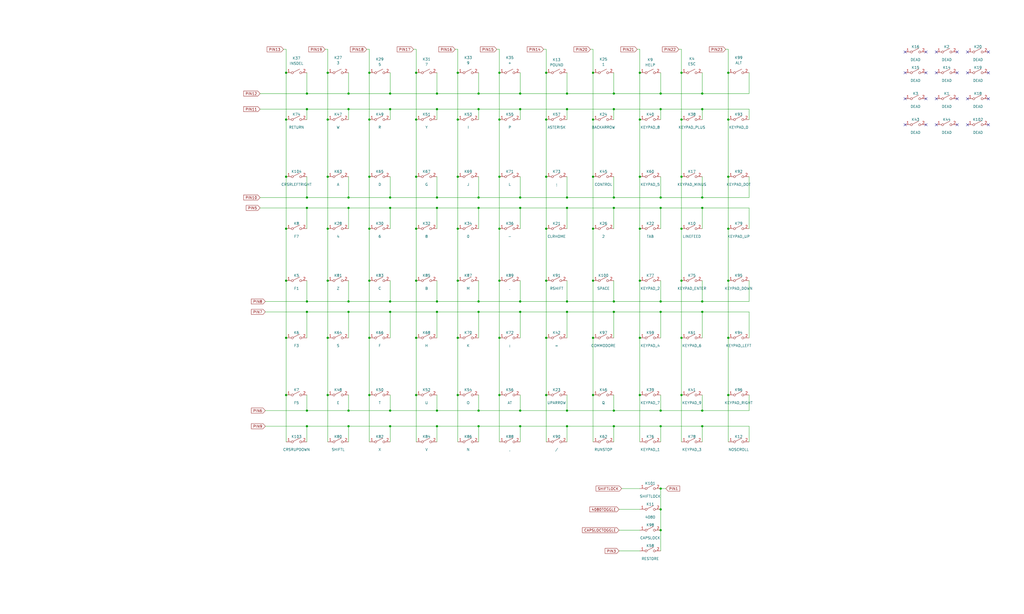
<source format=kicad_sch>
(kicad_sch (version 20230121) (generator eeschema)

  (uuid 150468c7-5cb9-4497-8775-73cfa2135d8f)

  (paper "User" 499.999 299.999)

  (title_block
    (title "C128-D KEYBOARD")
    (date "2024-09-08")
    (rev "0.9")
  )

  (lib_symbols
    (symbol "THT_Components:CHRY_MX" (pin_names (offset 0) hide) (in_bom yes) (on_board yes)
      (property "Reference" "K" (at 0 3.175 0)
        (effects (font (size 1.27 1.27)))
      )
      (property "Value" "CHRY_MX" (at 0 -2.54 0)
        (effects (font (size 1.27 1.27)))
      )
      (property "Footprint" "" (at 0 0 0)
        (effects (font (size 1.27 1.27)) hide)
      )
      (property "Datasheet" "" (at 0 0 0)
        (effects (font (size 1.27 1.27)) hide)
      )
      (symbol "CHRY_MX_0_0"
        (circle (center -2.032 0) (radius 0.508)
          (stroke (width 0) (type default))
          (fill (type none))
        )
        (polyline
          (pts
            (xy -1.524 0.254)
            (xy 1.524 1.778)
          )
          (stroke (width 0) (type default))
          (fill (type none))
        )
        (circle (center 2.032 0) (radius 0.508)
          (stroke (width 0) (type default))
          (fill (type none))
        )
      )
      (symbol "CHRY_MX_1_1"
        (pin passive line (at -5.08 0 0) (length 2.54)
          (name "A" (effects (font (size 1.27 1.27))))
          (number "1" (effects (font (size 1.27 1.27))))
        )
        (pin passive line (at 5.08 0 180) (length 2.54)
          (name "B" (effects (font (size 1.27 1.27))))
          (number "2" (effects (font (size 1.27 1.27))))
        )
      )
    )
  )

  (junction (at 342.9 200.66) (diameter 0) (color 0 0 0 0)
    (uuid 000143b0-3ca9-4ac5-8e10-43374992a13a)
  )
  (junction (at 266.7 111.76) (diameter 0) (color 0 0 0 0)
    (uuid 006b36e3-cb78-440a-bd27-e91a97377c16)
  )
  (junction (at 276.86 101.6) (diameter 0) (color 0 0 0 0)
    (uuid 0075d30a-98ef-4e82-892a-b59e6f0a726b)
  )
  (junction (at 203.2 58.42) (diameter 0) (color 0 0 0 0)
    (uuid 01529c60-7a8b-4a6d-a4ab-d14216221409)
  )
  (junction (at 355.6 58.42) (diameter 0) (color 0 0 0 0)
    (uuid 0377f195-d33f-4c42-a284-a3869fb45899)
  )
  (junction (at 180.34 35.56) (diameter 0) (color 0 0 0 0)
    (uuid 06e99339-fe22-4d1f-b256-2f594eefc2ed)
  )
  (junction (at 213.36 101.6) (diameter 0) (color 0 0 0 0)
    (uuid 09e6964d-6466-4430-a95b-22fadb8191e8)
  )
  (junction (at 170.18 101.6) (diameter 0) (color 0 0 0 0)
    (uuid 0a23b03f-e65d-4518-b6ce-69fdb4acf809)
  )
  (junction (at 213.36 53.34) (diameter 0) (color 0 0 0 0)
    (uuid 0a4e5b75-f0bb-4290-ae27-c89ecc1b0a7b)
  )
  (junction (at 139.7 137.16) (diameter 0) (color 0 0 0 0)
    (uuid 0ab5b0c3-bb1c-4f59-8b0e-bc436cd32ae3)
  )
  (junction (at 223.52 137.16) (diameter 0) (color 0 0 0 0)
    (uuid 0e833a0a-523c-400a-8418-9441f387b737)
  )
  (junction (at 180.34 111.76) (diameter 0) (color 0 0 0 0)
    (uuid 0fecfffa-d687-4f0a-810f-0122cfaad0cf)
  )
  (junction (at 190.5 101.6) (diameter 0) (color 0 0 0 0)
    (uuid 11dcfa2e-eeda-4033-b05e-9b837c5c380b)
  )
  (junction (at 160.02 165.1) (diameter 0) (color 0 0 0 0)
    (uuid 13a2db68-6fb8-43f0-a8cc-7deaaa3c334f)
  )
  (junction (at 322.58 238.76) (diameter 0) (color 0 0 0 0)
    (uuid 164e9651-6d68-4f1c-89b1-933bb9478686)
  )
  (junction (at 299.72 152.4) (diameter 0) (color 0 0 0 0)
    (uuid 1b789afa-7a4a-4c2a-a2e9-30cd2d1e2df7)
  )
  (junction (at 289.56 165.1) (diameter 0) (color 0 0 0 0)
    (uuid 1c7719ca-46d5-4dc4-8b2a-94e12d3633ab)
  )
  (junction (at 266.7 165.1) (diameter 0) (color 0 0 0 0)
    (uuid 1cdfcf6c-d341-4d77-a879-d4fd3d3b3e6d)
  )
  (junction (at 190.5 45.72) (diameter 0) (color 0 0 0 0)
    (uuid 221dacdf-7d4f-4061-b6ec-63b3d753caf7)
  )
  (junction (at 180.34 165.1) (diameter 0) (color 0 0 0 0)
    (uuid 226c837e-e6b9-444a-b72d-5a5f4b591843)
  )
  (junction (at 149.86 208.28) (diameter 0) (color 0 0 0 0)
    (uuid 27b8cf2c-fd55-4e06-a351-0296096be248)
  )
  (junction (at 213.36 147.32) (diameter 0) (color 0 0 0 0)
    (uuid 292485fc-f4d1-46d0-b18b-0579b5eb1daf)
  )
  (junction (at 276.86 96.52) (diameter 0) (color 0 0 0 0)
    (uuid 2aa0349c-ca64-4651-af5f-fcbeebfb0ac1)
  )
  (junction (at 312.42 86.36) (diameter 0) (color 0 0 0 0)
    (uuid 2b4586cf-56b1-4dbd-9e1b-a0f8abe7549d)
  )
  (junction (at 254 45.72) (diameter 0) (color 0 0 0 0)
    (uuid 2bc45be3-3cb2-459a-bfb6-ac3121960002)
  )
  (junction (at 149.86 147.32) (diameter 0) (color 0 0 0 0)
    (uuid 2e90acef-a3bd-4f6a-a8c3-6743f24189e4)
  )
  (junction (at 299.72 45.72) (diameter 0) (color 0 0 0 0)
    (uuid 3014e327-70f6-4250-80f5-f2e46bf11e52)
  )
  (junction (at 342.9 147.32) (diameter 0) (color 0 0 0 0)
    (uuid 32b44852-3a48-48c0-ac32-dc52547f6259)
  )
  (junction (at 203.2 165.1) (diameter 0) (color 0 0 0 0)
    (uuid 3355aa0d-3280-4101-b562-5bdd7c7ebb0f)
  )
  (junction (at 342.9 152.4) (diameter 0) (color 0 0 0 0)
    (uuid 346b2265-6fd4-4fe7-8e93-b0afb0cabdb0)
  )
  (junction (at 276.86 45.72) (diameter 0) (color 0 0 0 0)
    (uuid 3489a76e-094c-4618-9963-868ef907dc9b)
  )
  (junction (at 233.68 101.6) (diameter 0) (color 0 0 0 0)
    (uuid 357d06fd-d252-4225-9d45-15883e8cffd0)
  )
  (junction (at 160.02 58.42) (diameter 0) (color 0 0 0 0)
    (uuid 36146b72-40e7-4727-9488-b311b3f251d3)
  )
  (junction (at 170.18 45.72) (diameter 0) (color 0 0 0 0)
    (uuid 3671057a-bd01-4129-8874-1d594659f11f)
  )
  (junction (at 149.86 152.4) (diameter 0) (color 0 0 0 0)
    (uuid 38131ff8-9c6a-416f-9803-cd6c77e8012e)
  )
  (junction (at 322.58 101.6) (diameter 0) (color 0 0 0 0)
    (uuid 389966c5-7e7c-405c-8e7c-547c7fbba0d6)
  )
  (junction (at 160.02 111.76) (diameter 0) (color 0 0 0 0)
    (uuid 3aba6b81-04be-437c-a190-be19e269576f)
  )
  (junction (at 139.7 165.1) (diameter 0) (color 0 0 0 0)
    (uuid 3b1526dc-ffbc-46fd-84ed-8efa1cd472a0)
  )
  (junction (at 190.5 96.52) (diameter 0) (color 0 0 0 0)
    (uuid 3b256feb-28f0-4e41-aad1-0edf44cac7a6)
  )
  (junction (at 190.5 152.4) (diameter 0) (color 0 0 0 0)
    (uuid 3b9c75d6-47ba-4185-acc4-e937d5dfe484)
  )
  (junction (at 322.58 152.4) (diameter 0) (color 0 0 0 0)
    (uuid 3d04cc1b-501f-4c53-aced-115542205c17)
  )
  (junction (at 289.56 193.04) (diameter 0) (color 0 0 0 0)
    (uuid 3dbc290f-101a-4305-b06e-89a4d5bf7aae)
  )
  (junction (at 139.7 193.04) (diameter 0) (color 0 0 0 0)
    (uuid 41944b65-8812-49bb-8a49-96f02578d030)
  )
  (junction (at 180.34 193.04) (diameter 0) (color 0 0 0 0)
    (uuid 423a8ef6-45b8-47b7-836c-f29c705137df)
  )
  (junction (at 355.6 35.56) (diameter 0) (color 0 0 0 0)
    (uuid 42e3060b-93f0-4895-b439-d375ffdf84e3)
  )
  (junction (at 276.86 147.32) (diameter 0) (color 0 0 0 0)
    (uuid 43de2a52-ab85-4745-860b-ff19fc990911)
  )
  (junction (at 170.18 96.52) (diameter 0) (color 0 0 0 0)
    (uuid 47693985-d444-4236-a15a-ccc4bbd7c8a9)
  )
  (junction (at 213.36 200.66) (diameter 0) (color 0 0 0 0)
    (uuid 4a2ceda7-4ece-440b-a630-150c16949e82)
  )
  (junction (at 355.6 86.36) (diameter 0) (color 0 0 0 0)
    (uuid 4cea18b8-fce0-4ba8-bcce-42ccc231e083)
  )
  (junction (at 139.7 58.42) (diameter 0) (color 0 0 0 0)
    (uuid 524c458a-9e2c-49eb-9a28-e6fbd100e081)
  )
  (junction (at 312.42 35.56) (diameter 0) (color 0 0 0 0)
    (uuid 5502b344-f1d6-47c9-a3e3-b2358750c60b)
  )
  (junction (at 312.42 137.16) (diameter 0) (color 0 0 0 0)
    (uuid 558f330c-005e-4269-9fe1-38cbe3bed445)
  )
  (junction (at 322.58 200.66) (diameter 0) (color 0 0 0 0)
    (uuid 5648ae4f-4c2b-42b5-ba5c-2829ec0df3e7)
  )
  (junction (at 243.84 35.56) (diameter 0) (color 0 0 0 0)
    (uuid 56ef975c-fd05-49dd-b70e-5519155dc1d9)
  )
  (junction (at 213.36 208.28) (diameter 0) (color 0 0 0 0)
    (uuid 57188097-b458-4d48-88f5-0a7b45f672d4)
  )
  (junction (at 190.5 53.34) (diameter 0) (color 0 0 0 0)
    (uuid 5969a981-2dd6-4281-adb3-38765f667352)
  )
  (junction (at 190.5 147.32) (diameter 0) (color 0 0 0 0)
    (uuid 5a17b177-6865-4c21-942a-b775d7c105f4)
  )
  (junction (at 266.7 137.16) (diameter 0) (color 0 0 0 0)
    (uuid 5c566163-b484-4a6e-8deb-5a9ad8c3cf82)
  )
  (junction (at 342.9 96.52) (diameter 0) (color 0 0 0 0)
    (uuid 5c747f2e-2db7-4900-a615-bd5dfbd03809)
  )
  (junction (at 254 53.34) (diameter 0) (color 0 0 0 0)
    (uuid 5d489c2d-31de-4dd1-9835-a9e6692d74d0)
  )
  (junction (at 139.7 111.76) (diameter 0) (color 0 0 0 0)
    (uuid 5dee8ba0-751b-4c48-b468-1a39b0aef31f)
  )
  (junction (at 342.9 45.72) (diameter 0) (color 0 0 0 0)
    (uuid 5df5dc2f-0f88-4107-8434-c90dac797201)
  )
  (junction (at 299.72 200.66) (diameter 0) (color 0 0 0 0)
    (uuid 5e832c2f-072d-475f-bacd-6c1f28941149)
  )
  (junction (at 213.36 45.72) (diameter 0) (color 0 0 0 0)
    (uuid 5f00dbfb-9c5e-43aa-b314-0a8f0c7b951b)
  )
  (junction (at 289.56 58.42) (diameter 0) (color 0 0 0 0)
    (uuid 672e7258-7b78-478f-a62f-d8efe56ea179)
  )
  (junction (at 170.18 152.4) (diameter 0) (color 0 0 0 0)
    (uuid 684806e3-9cf6-4040-b33b-7fc983dd9ca3)
  )
  (junction (at 322.58 96.52) (diameter 0) (color 0 0 0 0)
    (uuid 69fe3bf8-137c-47f9-bc38-20d521acad66)
  )
  (junction (at 342.9 53.34) (diameter 0) (color 0 0 0 0)
    (uuid 6a2c1bb8-0892-410d-8468-cf15c4e9dce7)
  )
  (junction (at 332.74 35.56) (diameter 0) (color 0 0 0 0)
    (uuid 6a83c12b-be40-4326-a902-3ef8b3e4dccf)
  )
  (junction (at 342.9 208.28) (diameter 0) (color 0 0 0 0)
    (uuid 6c7da9e5-20d9-4ddd-9d45-340d62457945)
  )
  (junction (at 203.2 193.04) (diameter 0) (color 0 0 0 0)
    (uuid 6d0e48a3-7d02-4345-a282-529321074014)
  )
  (junction (at 332.74 193.04) (diameter 0) (color 0 0 0 0)
    (uuid 6f952b92-584c-42d3-8e16-e6700ebc038d)
  )
  (junction (at 213.36 96.52) (diameter 0) (color 0 0 0 0)
    (uuid 70b923a8-8418-4fda-b911-23002d50368a)
  )
  (junction (at 233.68 53.34) (diameter 0) (color 0 0 0 0)
    (uuid 736fd226-4c8d-4664-95f2-3c514ddb4e61)
  )
  (junction (at 355.6 165.1) (diameter 0) (color 0 0 0 0)
    (uuid 7a41979b-c26d-4579-9854-e819908b382a)
  )
  (junction (at 299.72 101.6) (diameter 0) (color 0 0 0 0)
    (uuid 7d050d26-ced7-4ce2-968a-b0f32dd7967f)
  )
  (junction (at 276.86 200.66) (diameter 0) (color 0 0 0 0)
    (uuid 8248adb8-f7a4-409a-966e-74b414789687)
  )
  (junction (at 233.68 200.66) (diameter 0) (color 0 0 0 0)
    (uuid 8285a208-4945-4657-8936-150db467f5ab)
  )
  (junction (at 299.72 96.52) (diameter 0) (color 0 0 0 0)
    (uuid 835bbdc4-81aa-410b-aad2-37e195e2b9cc)
  )
  (junction (at 299.72 53.34) (diameter 0) (color 0 0 0 0)
    (uuid 88366aa5-dbc6-4141-8b2d-4d414edc573d)
  )
  (junction (at 233.68 96.52) (diameter 0) (color 0 0 0 0)
    (uuid 889947bc-ca50-4ecf-857e-150fd282b217)
  )
  (junction (at 149.86 45.72) (diameter 0) (color 0 0 0 0)
    (uuid 8c4e5a60-a928-4da5-bca1-d2e131ac1d70)
  )
  (junction (at 213.36 152.4) (diameter 0) (color 0 0 0 0)
    (uuid 8c910ee5-f4eb-48ec-904e-cad180f343ee)
  )
  (junction (at 276.86 152.4) (diameter 0) (color 0 0 0 0)
    (uuid 8d807619-8907-4364-9cf6-1e5f45399651)
  )
  (junction (at 332.74 86.36) (diameter 0) (color 0 0 0 0)
    (uuid 8e6e1071-c409-4f82-848a-1765f007862c)
  )
  (junction (at 223.52 165.1) (diameter 0) (color 0 0 0 0)
    (uuid 8e7249a4-0a1c-450e-9f49-f5511ab9e0d0)
  )
  (junction (at 266.7 58.42) (diameter 0) (color 0 0 0 0)
    (uuid 9099b27d-8bfd-444e-bb6b-c76dd623fc1a)
  )
  (junction (at 170.18 200.66) (diameter 0) (color 0 0 0 0)
    (uuid 947ce739-075b-4c08-a807-7aae59034050)
  )
  (junction (at 223.52 58.42) (diameter 0) (color 0 0 0 0)
    (uuid 97695b02-1963-4846-ba7d-3f53931c06cd)
  )
  (junction (at 190.5 208.28) (diameter 0) (color 0 0 0 0)
    (uuid 992df4a5-379e-48d6-8dce-d4952189ab52)
  )
  (junction (at 149.86 53.34) (diameter 0) (color 0 0 0 0)
    (uuid 99f0d7b0-b925-4110-936f-d80e376bc16d)
  )
  (junction (at 223.52 193.04) (diameter 0) (color 0 0 0 0)
    (uuid 9a89b5db-d9fb-49c8-bee1-69942f32596d)
  )
  (junction (at 139.7 35.56) (diameter 0) (color 0 0 0 0)
    (uuid 9addcb13-8b1c-4c0f-931e-babd28c9eccb)
  )
  (junction (at 332.74 58.42) (diameter 0) (color 0 0 0 0)
    (uuid 9b1a4afb-361c-44dd-9c0c-0a774a58d422)
  )
  (junction (at 170.18 53.34) (diameter 0) (color 0 0 0 0)
    (uuid 9cc3d53b-fea8-46b6-96c1-48c7d6b71cae)
  )
  (junction (at 355.6 137.16) (diameter 0) (color 0 0 0 0)
    (uuid 9dddb211-1b8f-4811-9fdc-4accc96d775d)
  )
  (junction (at 170.18 147.32) (diameter 0) (color 0 0 0 0)
    (uuid 9e745784-3398-4b3a-a980-d3a98af990f7)
  )
  (junction (at 322.58 259.08) (diameter 0) (color 0 0 0 0)
    (uuid a05547da-83a4-4a8d-ae8f-fe985cf78a88)
  )
  (junction (at 266.7 193.04) (diameter 0) (color 0 0 0 0)
    (uuid a150dbb4-d80a-45de-99c3-8137db915b87)
  )
  (junction (at 180.34 58.42) (diameter 0) (color 0 0 0 0)
    (uuid a1931485-0009-4938-a542-f447c2ed41ae)
  )
  (junction (at 254 101.6) (diameter 0) (color 0 0 0 0)
    (uuid a3d05493-6814-4a6e-8c6e-c9afbfffcf5d)
  )
  (junction (at 289.56 137.16) (diameter 0) (color 0 0 0 0)
    (uuid a549a315-dea4-490e-a696-df91adb2635f)
  )
  (junction (at 203.2 35.56) (diameter 0) (color 0 0 0 0)
    (uuid a56085a2-daac-4e30-9fe0-fde507b28060)
  )
  (junction (at 160.02 86.36) (diameter 0) (color 0 0 0 0)
    (uuid a6b563e9-9358-4d7f-bbe5-e23bd571f002)
  )
  (junction (at 149.86 101.6) (diameter 0) (color 0 0 0 0)
    (uuid a76b1681-b7b8-4550-b2e1-796635006e2c)
  )
  (junction (at 355.6 111.76) (diameter 0) (color 0 0 0 0)
    (uuid a9142ae4-12af-444c-a647-6587198dc9c4)
  )
  (junction (at 233.68 208.28) (diameter 0) (color 0 0 0 0)
    (uuid a967480b-537e-4e34-b417-65d67b086efd)
  )
  (junction (at 332.74 137.16) (diameter 0) (color 0 0 0 0)
    (uuid aa090b61-7a9e-4171-a4fd-a5aea30f188b)
  )
  (junction (at 254 147.32) (diameter 0) (color 0 0 0 0)
    (uuid aaad9b68-b566-4af8-bbd5-8380aa1ff61e)
  )
  (junction (at 170.18 208.28) (diameter 0) (color 0 0 0 0)
    (uuid aab6b3c9-8de6-45e5-9c9a-851aa2f17c14)
  )
  (junction (at 233.68 45.72) (diameter 0) (color 0 0 0 0)
    (uuid aca96d03-7dfa-4976-8477-13ea7a1f77af)
  )
  (junction (at 322.58 53.34) (diameter 0) (color 0 0 0 0)
    (uuid ae05eb38-c705-465c-9517-13e1a2e56ddd)
  )
  (junction (at 243.84 86.36) (diameter 0) (color 0 0 0 0)
    (uuid b08bf87f-90f2-4ac9-8fc1-a009f0c78833)
  )
  (junction (at 223.52 35.56) (diameter 0) (color 0 0 0 0)
    (uuid b25f969f-1cde-48f6-8609-59dd61a65020)
  )
  (junction (at 254 152.4) (diameter 0) (color 0 0 0 0)
    (uuid b4276981-1506-423b-b702-595505a71d58)
  )
  (junction (at 312.42 111.76) (diameter 0) (color 0 0 0 0)
    (uuid b884937d-f4e8-41ee-858a-9454c81c328b)
  )
  (junction (at 289.56 35.56) (diameter 0) (color 0 0 0 0)
    (uuid bb274030-cb2f-45f8-93e7-026406e5105b)
  )
  (junction (at 203.2 86.36) (diameter 0) (color 0 0 0 0)
    (uuid bf3857d6-af88-4b81-b5e4-527cef0e9910)
  )
  (junction (at 243.84 193.04) (diameter 0) (color 0 0 0 0)
    (uuid c1cb7c2e-6eac-43db-92f9-b4b1796e2ebf)
  )
  (junction (at 322.58 248.92) (diameter 0) (color 0 0 0 0)
    (uuid c1ee839c-5ea3-4ccb-85f6-8554af948068)
  )
  (junction (at 332.74 165.1) (diameter 0) (color 0 0 0 0)
    (uuid c355cd44-d266-4219-a477-24e55004c540)
  )
  (junction (at 180.34 137.16) (diameter 0) (color 0 0 0 0)
    (uuid c3cf8d61-65df-4df1-b6b8-dac403917e2a)
  )
  (junction (at 160.02 193.04) (diameter 0) (color 0 0 0 0)
    (uuid c55cf7a2-c482-4c18-9147-e653de516783)
  )
  (junction (at 355.6 193.04) (diameter 0) (color 0 0 0 0)
    (uuid c58c7b9b-f66a-4ecf-9be6-9daca5484929)
  )
  (junction (at 243.84 165.1) (diameter 0) (color 0 0 0 0)
    (uuid c948406b-c554-440f-9f4f-ce12b6326d08)
  )
  (junction (at 254 96.52) (diameter 0) (color 0 0 0 0)
    (uuid cd641627-6373-4971-a204-0b4ea194c0a2)
  )
  (junction (at 299.72 208.28) (diameter 0) (color 0 0 0 0)
    (uuid cd69b555-8f67-4273-9475-220895168633)
  )
  (junction (at 139.7 86.36) (diameter 0) (color 0 0 0 0)
    (uuid ce40b8d2-699e-416d-9a6e-f4eb6fe5d5af)
  )
  (junction (at 180.34 86.36) (diameter 0) (color 0 0 0 0)
    (uuid ced33662-f366-4fd8-a81b-cae4c4864e9b)
  )
  (junction (at 223.52 111.76) (diameter 0) (color 0 0 0 0)
    (uuid cee383d5-81d1-4266-8c3d-c4508525fd28)
  )
  (junction (at 312.42 165.1) (diameter 0) (color 0 0 0 0)
    (uuid cef69b76-d022-4014-962a-d2ae64a2ea03)
  )
  (junction (at 160.02 137.16) (diameter 0) (color 0 0 0 0)
    (uuid cf1a3f89-8879-47e4-90c0-02a9f99d1295)
  )
  (junction (at 342.9 101.6) (diameter 0) (color 0 0 0 0)
    (uuid cf9c019f-e919-4810-b37f-a150c98522f3)
  )
  (junction (at 266.7 86.36) (diameter 0) (color 0 0 0 0)
    (uuid d075cf85-6471-4f83-b2d3-3be2fb0ae776)
  )
  (junction (at 243.84 111.76) (diameter 0) (color 0 0 0 0)
    (uuid d10daf43-e4cb-4d2f-b352-aca2245c5ed2)
  )
  (junction (at 223.52 86.36) (diameter 0) (color 0 0 0 0)
    (uuid d20a914b-3f17-45c4-b6a7-2e42daa9a6f9)
  )
  (junction (at 312.42 58.42) (diameter 0) (color 0 0 0 0)
    (uuid d2113ec0-4095-4d96-8de1-c69f4ef517be)
  )
  (junction (at 254 200.66) (diameter 0) (color 0 0 0 0)
    (uuid d4c309fa-b0ad-49b6-a80c-26774503780c)
  )
  (junction (at 299.72 147.32) (diameter 0) (color 0 0 0 0)
    (uuid d65fa629-4309-4427-96ef-89417ab9aa0e)
  )
  (junction (at 276.86 208.28) (diameter 0) (color 0 0 0 0)
    (uuid d765afdd-109b-4ceb-ad20-91d924d8a94f)
  )
  (junction (at 322.58 45.72) (diameter 0) (color 0 0 0 0)
    (uuid da3a9813-3567-492f-a04c-394e40380781)
  )
  (junction (at 203.2 111.76) (diameter 0) (color 0 0 0 0)
    (uuid dafec5bb-d976-47bc-841e-68a3df062e33)
  )
  (junction (at 190.5 200.66) (diameter 0) (color 0 0 0 0)
    (uuid de920cb9-2a85-4d9a-808f-5422e0b91565)
  )
  (junction (at 322.58 208.28) (diameter 0) (color 0 0 0 0)
    (uuid e581f289-76c5-40cc-85f6-f3c8e6ca1bd0)
  )
  (junction (at 289.56 111.76) (diameter 0) (color 0 0 0 0)
    (uuid e71f41d8-a294-44db-9759-9961a3a1b280)
  )
  (junction (at 312.42 193.04) (diameter 0) (color 0 0 0 0)
    (uuid e7a7348f-ae9c-44c1-8473-9f9eef27c656)
  )
  (junction (at 289.56 86.36) (diameter 0) (color 0 0 0 0)
    (uuid e85f073f-62ad-4f97-ad4a-3fdf3072489f)
  )
  (junction (at 243.84 58.42) (diameter 0) (color 0 0 0 0)
    (uuid ea2221ec-c0a8-4b3a-aee6-33d0880bd3a7)
  )
  (junction (at 276.86 53.34) (diameter 0) (color 0 0 0 0)
    (uuid eb3fca39-56c8-4862-a645-3427037db380)
  )
  (junction (at 149.86 96.52) (diameter 0) (color 0 0 0 0)
    (uuid eb591af0-0cd1-420e-8bd4-71a4bb2a8e87)
  )
  (junction (at 332.74 111.76) (diameter 0) (color 0 0 0 0)
    (uuid ebbc445f-5c6e-4a06-a6e7-6c39a77e2d96)
  )
  (junction (at 266.7 35.56) (diameter 0) (color 0 0 0 0)
    (uuid ede04f6f-9c71-4dd6-a7da-63b252ea98d1)
  )
  (junction (at 233.68 147.32) (diameter 0) (color 0 0 0 0)
    (uuid efdcec55-867f-4811-8e6e-776f5d84fea0)
  )
  (junction (at 233.68 152.4) (diameter 0) (color 0 0 0 0)
    (uuid f11e1202-106e-4f83-be8a-2702d50a2f56)
  )
  (junction (at 203.2 137.16) (diameter 0) (color 0 0 0 0)
    (uuid f5be6617-2cad-4c83-b3c8-b86dc3f71664)
  )
  (junction (at 254 208.28) (diameter 0) (color 0 0 0 0)
    (uuid fa1973fd-148f-4619-ad6e-e3293d461775)
  )
  (junction (at 243.84 137.16) (diameter 0) (color 0 0 0 0)
    (uuid fb29fcd6-4a75-4e4b-a3c5-1dc3b61594e3)
  )
  (junction (at 322.58 147.32) (diameter 0) (color 0 0 0 0)
    (uuid fb8d1bf1-e816-47a9-90a8-d459bbaaa186)
  )
  (junction (at 160.02 35.56) (diameter 0) (color 0 0 0 0)
    (uuid fd5a64f2-914a-42c7-86f6-c59b0094bd22)
  )
  (junction (at 149.86 200.66) (diameter 0) (color 0 0 0 0)
    (uuid ffa0c3e0-20db-4d8d-8728-6c6ec9d1c8f8)
  )

  (no_connect (at 467.36 25.4) (uuid 00cce17d-8767-4b03-9721-e1dd7e9de26d))
  (no_connect (at 472.44 48.26) (uuid 0d125536-4e00-429c-82bc-a0dce380d3be))
  (no_connect (at 441.96 48.26) (uuid 123af2dc-9152-44a6-ae7f-3e0e9a6e7280))
  (no_connect (at 452.12 25.4) (uuid 13557726-4811-42ae-bf6c-7019eaf044c0))
  (no_connect (at 457.2 60.96) (uuid 1f059bc2-2ea3-40f8-b3ec-675278a3e6fe))
  (no_connect (at 472.44 25.4) (uuid 318b9686-ab92-4c52-b24c-d9a6cf0f4aa0))
  (no_connect (at 441.96 25.4) (uuid 4014ded8-7cae-4f3e-b947-dd4a3cb81bb5))
  (no_connect (at 457.2 48.26) (uuid 61f96ff8-ca5f-4d74-8b9c-b225696669a4))
  (no_connect (at 457.2 25.4) (uuid 6364fc5b-af76-4ec6-a7fe-21c81bb4f42e))
  (no_connect (at 441.96 35.56) (uuid 68da5806-367d-4dd8-88dc-15a6be80b965))
  (no_connect (at 467.36 35.56) (uuid 6c01ea8e-77f9-40d7-bb0d-b3bccd3c5605))
  (no_connect (at 482.6 60.96) (uuid 7cb23021-8ce9-45e1-bfb7-924fcb7b1c57))
  (no_connect (at 452.12 35.56) (uuid 85ffa128-9599-4080-812e-66095798759b))
  (no_connect (at 441.96 60.96) (uuid 8d0bda15-3309-4adf-8bbb-d74b9df8984b))
  (no_connect (at 452.12 48.26) (uuid 9489d89f-7104-41d4-9ae3-f6a6e349478a))
  (no_connect (at 482.6 25.4) (uuid 9ba7eff8-f34e-420d-84a3-a22c225f3a04))
  (no_connect (at 482.6 35.56) (uuid a4c51e30-6d55-4bdd-8c62-11bffeb736b3))
  (no_connect (at 467.36 60.96) (uuid b7775720-ece6-474f-bb4d-7c5311a83cf2))
  (no_connect (at 472.44 60.96) (uuid c1a22dac-e68f-4470-b027-6692e8669fbe))
  (no_connect (at 472.44 35.56) (uuid c26f242c-8fe3-4411-ad32-f0760ee45fb7))
  (no_connect (at 467.36 48.26) (uuid c5813c6d-d5d8-42ca-adb6-23a062886f7a))
  (no_connect (at 457.2 35.56) (uuid d64ee1f2-658d-465a-98b9-5cb3fb1431bf))
  (no_connect (at 452.12 60.96) (uuid d9a802dd-faf8-4e81-a28f-969c47e5c157))
  (no_connect (at 482.6 48.26) (uuid f470d262-e9ac-4535-b5ca-8fa1125b9659))

  (wire (pts (xy 233.68 53.34) (xy 233.68 58.42))
    (stroke (width 0) (type default))
    (uuid 0064b372-5715-41f9-b942-3fdcb278fe8e)
  )
  (wire (pts (xy 213.36 101.6) (xy 233.68 101.6))
    (stroke (width 0) (type default))
    (uuid 00a99ee1-70df-4a5e-a2b0-c4d9b329c0dd)
  )
  (wire (pts (xy 190.5 101.6) (xy 190.5 111.76))
    (stroke (width 0) (type default))
    (uuid 0163eb00-6aac-4969-abf3-6cd13d80a570)
  )
  (wire (pts (xy 149.86 53.34) (xy 127 53.34))
    (stroke (width 0) (type default))
    (uuid 0196a2b8-7ac4-4b7f-973d-40d636571078)
  )
  (wire (pts (xy 213.36 53.34) (xy 213.36 58.42))
    (stroke (width 0) (type default))
    (uuid 035d4152-b2f6-4f72-a872-1404e660e2d5)
  )
  (wire (pts (xy 243.84 111.76) (xy 243.84 137.16))
    (stroke (width 0) (type default))
    (uuid 03b3f77e-89c6-4d23-9ee3-bbf09bb26642)
  )
  (wire (pts (xy 299.72 53.34) (xy 299.72 58.42))
    (stroke (width 0) (type default))
    (uuid 0455b42d-7325-4a37-9f9e-4530f1553586)
  )
  (wire (pts (xy 303.53 238.76) (xy 312.42 238.76))
    (stroke (width 0) (type default))
    (uuid 049c8bef-0eeb-4111-88ac-f410e4230a4f)
  )
  (wire (pts (xy 170.18 53.34) (xy 170.18 58.42))
    (stroke (width 0) (type default))
    (uuid 05db4921-1cfb-4e83-b80e-3a4be2beff44)
  )
  (wire (pts (xy 233.68 152.4) (xy 213.36 152.4))
    (stroke (width 0) (type default))
    (uuid 0712a972-9576-49ec-9060-e5e684e7171a)
  )
  (wire (pts (xy 223.52 193.04) (xy 223.52 215.9))
    (stroke (width 0) (type default))
    (uuid 07d0b7ef-9a34-4ebd-9ecc-665de64226af)
  )
  (wire (pts (xy 299.72 35.56) (xy 299.72 45.72))
    (stroke (width 0) (type default))
    (uuid 08646b8a-8950-4e31-a5ec-0c460d2a2d92)
  )
  (wire (pts (xy 254 193.04) (xy 254 200.66))
    (stroke (width 0) (type default))
    (uuid 0889f90e-c865-4ad3-be18-30bf84a93a0e)
  )
  (wire (pts (xy 213.36 45.72) (xy 233.68 45.72))
    (stroke (width 0) (type default))
    (uuid 09895608-aa47-4b55-b7c2-74a42e4a8ca1)
  )
  (wire (pts (xy 355.6 137.16) (xy 355.6 165.1))
    (stroke (width 0) (type default))
    (uuid 09953dfe-958b-4ff8-a286-e062ff79b163)
  )
  (wire (pts (xy 276.86 53.34) (xy 254 53.34))
    (stroke (width 0) (type default))
    (uuid 0a8f0942-b832-42fa-80b0-21bc815de551)
  )
  (wire (pts (xy 299.72 208.28) (xy 322.58 208.28))
    (stroke (width 0) (type default))
    (uuid 0b47f7fa-2707-44cf-be75-109cf323a1e3)
  )
  (wire (pts (xy 266.7 86.36) (xy 266.7 111.76))
    (stroke (width 0) (type default))
    (uuid 0c110443-1b4a-423c-a955-74f80533553e)
  )
  (wire (pts (xy 365.76 101.6) (xy 365.76 111.76))
    (stroke (width 0) (type default))
    (uuid 0e774352-b96b-4129-9b3f-df53cf4d2c13)
  )
  (wire (pts (xy 201.93 24.13) (xy 203.2 24.13))
    (stroke (width 0) (type default))
    (uuid 0f4acbc4-0297-4c19-93f2-8b8abcc5dbcd)
  )
  (wire (pts (xy 289.56 58.42) (xy 289.56 86.36))
    (stroke (width 0) (type default))
    (uuid 0f8a956f-133c-4015-8f69-b07d77a76ebd)
  )
  (wire (pts (xy 179.07 24.13) (xy 180.34 24.13))
    (stroke (width 0) (type default))
    (uuid 0fededd7-d38b-4e10-94cb-f638ed6406fa)
  )
  (wire (pts (xy 322.58 101.6) (xy 342.9 101.6))
    (stroke (width 0) (type default))
    (uuid 10cc8e50-d95d-4fcb-a74c-ad1ecb6c9d97)
  )
  (wire (pts (xy 170.18 137.16) (xy 170.18 147.32))
    (stroke (width 0) (type default))
    (uuid 111d91f9-1ac3-4f11-8f48-618b3186041f)
  )
  (wire (pts (xy 289.56 111.76) (xy 289.56 137.16))
    (stroke (width 0) (type default))
    (uuid 1373dd51-1a05-4ce0-ae8a-f9a8493cb62d)
  )
  (wire (pts (xy 149.86 200.66) (xy 170.18 200.66))
    (stroke (width 0) (type default))
    (uuid 1474a824-9665-40e1-bb47-5f72a8cd7150)
  )
  (wire (pts (xy 213.36 152.4) (xy 190.5 152.4))
    (stroke (width 0) (type default))
    (uuid 14d6cf67-560d-4037-9e96-36cbf40d4e8c)
  )
  (wire (pts (xy 254 200.66) (xy 276.86 200.66))
    (stroke (width 0) (type default))
    (uuid 15aad347-f034-4699-a501-f94df0522451)
  )
  (wire (pts (xy 332.74 165.1) (xy 332.74 193.04))
    (stroke (width 0) (type default))
    (uuid 163d2e65-a346-4eb3-9b09-d88ce22f120b)
  )
  (wire (pts (xy 127 45.72) (xy 149.86 45.72))
    (stroke (width 0) (type default))
    (uuid 16fad283-7712-47f9-ba92-20de119fea50)
  )
  (wire (pts (xy 233.68 208.28) (xy 254 208.28))
    (stroke (width 0) (type default))
    (uuid 1759f4a4-e64d-4e36-8234-e8ddc2f7c78e)
  )
  (wire (pts (xy 322.58 248.92) (xy 322.58 238.76))
    (stroke (width 0) (type default))
    (uuid 176406e0-b43e-4661-9341-23e1300d7ba6)
  )
  (wire (pts (xy 299.72 53.34) (xy 276.86 53.34))
    (stroke (width 0) (type default))
    (uuid 176e9394-2464-4f6b-96f2-b9cae3d71312)
  )
  (wire (pts (xy 276.86 86.36) (xy 276.86 96.52))
    (stroke (width 0) (type default))
    (uuid 17c2f3a7-99de-4830-8b54-62ea85c7b56a)
  )
  (wire (pts (xy 276.86 53.34) (xy 276.86 58.42))
    (stroke (width 0) (type default))
    (uuid 17c41536-6dcf-49bf-bc72-14ce8e4a5656)
  )
  (wire (pts (xy 289.56 165.1) (xy 289.56 193.04))
    (stroke (width 0) (type default))
    (uuid 192df11a-0e2b-460b-8cef-8c0a14eb91b7)
  )
  (wire (pts (xy 312.42 165.1) (xy 312.42 193.04))
    (stroke (width 0) (type default))
    (uuid 19ccbc0f-fa1d-4623-ae61-6531d065dc8e)
  )
  (wire (pts (xy 342.9 208.28) (xy 365.76 208.28))
    (stroke (width 0) (type default))
    (uuid 1b5ce57f-1d03-4000-a25b-79b442f4285f)
  )
  (wire (pts (xy 160.02 58.42) (xy 160.02 86.36))
    (stroke (width 0) (type default))
    (uuid 1bb2c052-68b7-4052-aca9-e79782d43348)
  )
  (wire (pts (xy 180.34 35.56) (xy 180.34 24.13))
    (stroke (width 0) (type default))
    (uuid 1cb8dee0-6380-453d-974d-d3b43b918cd9)
  )
  (wire (pts (xy 190.5 45.72) (xy 213.36 45.72))
    (stroke (width 0) (type default))
    (uuid 1d0e2c00-cc18-4a69-97dd-a36ea2098090)
  )
  (wire (pts (xy 342.9 152.4) (xy 322.58 152.4))
    (stroke (width 0) (type default))
    (uuid 1d0f0260-c23d-4a0e-987a-56e646e077c8)
  )
  (wire (pts (xy 322.58 147.32) (xy 342.9 147.32))
    (stroke (width 0) (type default))
    (uuid 1d62c414-2af8-4d64-ae1d-d1206f8e4aaf)
  )
  (wire (pts (xy 170.18 152.4) (xy 149.86 152.4))
    (stroke (width 0) (type default))
    (uuid 1dbb720a-e5c1-4713-9215-aa307d9659d1)
  )
  (wire (pts (xy 203.2 35.56) (xy 203.2 58.42))
    (stroke (width 0) (type default))
    (uuid 1e82630e-08e9-4484-9b9b-cd67e8e25417)
  )
  (wire (pts (xy 299.72 101.6) (xy 322.58 101.6))
    (stroke (width 0) (type default))
    (uuid 1eea31dc-9d97-4edf-bf47-19456d258a82)
  )
  (wire (pts (xy 254 86.36) (xy 254 96.52))
    (stroke (width 0) (type default))
    (uuid 1ff1e691-0821-4a30-b272-def9197d9587)
  )
  (wire (pts (xy 276.86 35.56) (xy 276.86 45.72))
    (stroke (width 0) (type default))
    (uuid 2317e355-a30a-48d0-af59-f6e4236d586e)
  )
  (wire (pts (xy 322.58 152.4) (xy 299.72 152.4))
    (stroke (width 0) (type default))
    (uuid 23ff052e-8e1a-47fb-89bf-b25a5e54e0c7)
  )
  (wire (pts (xy 254 101.6) (xy 276.86 101.6))
    (stroke (width 0) (type default))
    (uuid 243b7e4e-3518-4d64-989e-778ee6b600e8)
  )
  (wire (pts (xy 190.5 193.04) (xy 190.5 200.66))
    (stroke (width 0) (type default))
    (uuid 25b06531-d089-494e-9c2f-e5306ebac9e9)
  )
  (wire (pts (xy 233.68 35.56) (xy 233.68 45.72))
    (stroke (width 0) (type default))
    (uuid 2654a76e-831b-4668-85a6-c1d11e198be0)
  )
  (wire (pts (xy 233.68 147.32) (xy 254 147.32))
    (stroke (width 0) (type default))
    (uuid 2a30d58f-36f8-4221-a40b-a9a80b5a8841)
  )
  (wire (pts (xy 180.34 35.56) (xy 180.34 58.42))
    (stroke (width 0) (type default))
    (uuid 2b2c7052-7c6f-4b63-9184-07c66460f3f3)
  )
  (wire (pts (xy 149.86 53.34) (xy 149.86 58.42))
    (stroke (width 0) (type default))
    (uuid 2b75c611-38f0-4dbb-a244-e888cf1c4861)
  )
  (wire (pts (xy 276.86 147.32) (xy 299.72 147.32))
    (stroke (width 0) (type default))
    (uuid 2beed812-915c-456e-a778-edbf49a0f68f)
  )
  (wire (pts (xy 243.84 137.16) (xy 243.84 165.1))
    (stroke (width 0) (type default))
    (uuid 2d286857-efbc-47b6-bc37-0b95601618b5)
  )
  (wire (pts (xy 149.86 45.72) (xy 170.18 45.72))
    (stroke (width 0) (type default))
    (uuid 3123d534-a5a9-4d08-b328-ea385b2d4821)
  )
  (wire (pts (xy 322.58 208.28) (xy 322.58 215.9))
    (stroke (width 0) (type default))
    (uuid 31652a91-4a1c-4d6a-963a-ecb75a2e30b6)
  )
  (wire (pts (xy 190.5 208.28) (xy 213.36 208.28))
    (stroke (width 0) (type default))
    (uuid 31f5b0f4-fe9a-4ed0-813d-32eb23e647c6)
  )
  (wire (pts (xy 190.5 53.34) (xy 170.18 53.34))
    (stroke (width 0) (type default))
    (uuid 32c2acfe-a7d1-49b4-9b8a-ed2a1726c2fc)
  )
  (wire (pts (xy 355.6 58.42) (xy 355.6 86.36))
    (stroke (width 0) (type default))
    (uuid 33e17a34-d072-4635-b2d8-aad09aa38028)
  )
  (wire (pts (xy 243.84 86.36) (xy 243.84 111.76))
    (stroke (width 0) (type default))
    (uuid 34dfedd3-71f7-4806-bc4e-11fc2a54154f)
  )
  (wire (pts (xy 299.72 193.04) (xy 299.72 200.66))
    (stroke (width 0) (type default))
    (uuid 34f0769e-35f4-4f00-9ac3-5e1d0f72e3f1)
  )
  (wire (pts (xy 190.5 152.4) (xy 190.5 165.1))
    (stroke (width 0) (type default))
    (uuid 35f05e16-23b6-4d0b-9ce9-b17fad2488bb)
  )
  (wire (pts (xy 190.5 137.16) (xy 190.5 147.32))
    (stroke (width 0) (type default))
    (uuid 3735b19a-4a1b-4604-a935-8e480a09ef93)
  )
  (wire (pts (xy 322.58 193.04) (xy 322.58 200.66))
    (stroke (width 0) (type default))
    (uuid 3a028d6d-0192-4645-938a-6c48c64f1991)
  )
  (wire (pts (xy 312.42 35.56) (xy 312.42 24.13))
    (stroke (width 0) (type default))
    (uuid 3b6c4a61-60e4-401d-be27-b712538e6d84)
  )
  (wire (pts (xy 254 208.28) (xy 254 215.9))
    (stroke (width 0) (type default))
    (uuid 3c2d6680-f4a7-4d6e-91f2-54f8c2864971)
  )
  (wire (pts (xy 138.43 24.13) (xy 139.7 24.13))
    (stroke (width 0) (type default))
    (uuid 3c2f5e88-0bfc-435b-9bdf-e736425a5b3d)
  )
  (wire (pts (xy 299.72 96.52) (xy 322.58 96.52))
    (stroke (width 0) (type default))
    (uuid 3d399038-3c65-4e4e-aab7-a2c1e153cc5f)
  )
  (wire (pts (xy 299.72 147.32) (xy 322.58 147.32))
    (stroke (width 0) (type default))
    (uuid 3e2482e1-1765-4c94-bbda-31c5c82faafa)
  )
  (wire (pts (xy 365.76 152.4) (xy 365.76 165.1))
    (stroke (width 0) (type default))
    (uuid 3e64b12c-ba12-42cd-9029-3ddd55f8f010)
  )
  (wire (pts (xy 322.58 53.34) (xy 299.72 53.34))
    (stroke (width 0) (type default))
    (uuid 3f19d817-0bec-4e53-9fe0-be35d09c4c03)
  )
  (wire (pts (xy 213.36 152.4) (xy 213.36 165.1))
    (stroke (width 0) (type default))
    (uuid 401d05a5-c6de-49fb-a6c7-914f0b103a73)
  )
  (wire (pts (xy 322.58 238.76) (xy 325.12 238.76))
    (stroke (width 0) (type default))
    (uuid 409b9752-591a-4d81-82eb-2d98997d1f5a)
  )
  (wire (pts (xy 365.76 152.4) (xy 342.9 152.4))
    (stroke (width 0) (type default))
    (uuid 420885b5-9c0e-435c-8afa-2e2807ba266e)
  )
  (wire (pts (xy 170.18 96.52) (xy 190.5 96.52))
    (stroke (width 0) (type default))
    (uuid 427e2533-30c5-4201-935a-58ccca2ef504)
  )
  (wire (pts (xy 213.36 101.6) (xy 213.36 111.76))
    (stroke (width 0) (type default))
    (uuid 42e742b8-e6e2-4ef0-b9d5-fe91a15292ce)
  )
  (wire (pts (xy 312.42 111.76) (xy 312.42 137.16))
    (stroke (width 0) (type default))
    (uuid 43422d8b-dd3e-45fc-9cb1-7ac2e4dc45af)
  )
  (wire (pts (xy 266.7 137.16) (xy 266.7 165.1))
    (stroke (width 0) (type default))
    (uuid 46a1e2b2-a821-4768-adfb-f8d9a3445e33)
  )
  (wire (pts (xy 342.9 101.6) (xy 342.9 111.76))
    (stroke (width 0) (type default))
    (uuid 484dfa6a-5ddc-4f78-b656-604837c580a9)
  )
  (wire (pts (xy 365.76 208.28) (xy 365.76 215.9))
    (stroke (width 0) (type default))
    (uuid 48b645b4-26a8-45b5-8bc6-02f3ff3d0f01)
  )
  (wire (pts (xy 302.26 248.92) (xy 312.42 248.92))
    (stroke (width 0) (type default))
    (uuid 4946ffac-ced7-4f3c-9aa1-f2cf8ec2d3e0)
  )
  (wire (pts (xy 213.36 208.28) (xy 233.68 208.28))
    (stroke (width 0) (type default))
    (uuid 49820af2-7fe2-4a39-a95f-57574c58a8f1)
  )
  (wire (pts (xy 299.72 152.4) (xy 299.72 165.1))
    (stroke (width 0) (type default))
    (uuid 4995dc67-0475-40ea-9ac9-17e27b419012)
  )
  (wire (pts (xy 342.9 152.4) (xy 342.9 165.1))
    (stroke (width 0) (type default))
    (uuid 4ad53e16-07e8-4237-ae74-2a45fc4cc431)
  )
  (wire (pts (xy 312.42 58.42) (xy 312.42 86.36))
    (stroke (width 0) (type default))
    (uuid 4c07a3eb-8bfa-40c5-acb1-1f58232ae42b)
  )
  (wire (pts (xy 160.02 35.56) (xy 160.02 24.13))
    (stroke (width 0) (type default))
    (uuid 4cd8762b-42aa-4e25-8ce6-fa975f48f32e)
  )
  (wire (pts (xy 254 208.28) (xy 276.86 208.28))
    (stroke (width 0) (type default))
    (uuid 4ea0619e-7bc0-4cfd-8c7e-3d5f6d9bd1ab)
  )
  (wire (pts (xy 190.5 200.66) (xy 213.36 200.66))
    (stroke (width 0) (type default))
    (uuid 4edb5b55-9b40-4b15-b81d-438daf6c1a42)
  )
  (wire (pts (xy 254 101.6) (xy 254 111.76))
    (stroke (width 0) (type default))
    (uuid 4edc157b-08fe-48d8-a5a4-dbfb9334e8e5)
  )
  (wire (pts (xy 365.76 86.36) (xy 365.76 96.52))
    (stroke (width 0) (type default))
    (uuid 51d003d3-f13b-4e2b-a7b7-e7b88b587a0c)
  )
  (wire (pts (xy 233.68 200.66) (xy 254 200.66))
    (stroke (width 0) (type default))
    (uuid 52cee398-c011-4f9a-891b-cc500aa614a0)
  )
  (wire (pts (xy 180.34 86.36) (xy 180.34 111.76))
    (stroke (width 0) (type default))
    (uuid 52f933a1-f13d-40a1-b1c6-83a64c2742f5)
  )
  (wire (pts (xy 254 96.52) (xy 276.86 96.52))
    (stroke (width 0) (type default))
    (uuid 53395cc9-4bf7-422f-8bf1-2f093838a3b0)
  )
  (wire (pts (xy 299.72 137.16) (xy 299.72 147.32))
    (stroke (width 0) (type default))
    (uuid 53a1dd57-fccb-478e-aae7-feaa5ddeebc4)
  )
  (wire (pts (xy 342.9 96.52) (xy 365.76 96.52))
    (stroke (width 0) (type default))
    (uuid 54fed93a-e19b-4858-8794-4230146dae95)
  )
  (wire (pts (xy 322.58 248.92) (xy 322.58 259.08))
    (stroke (width 0) (type default))
    (uuid 55cea094-c96d-4e76-94b0-7ba854bc4897)
  )
  (wire (pts (xy 149.86 86.36) (xy 149.86 96.52))
    (stroke (width 0) (type default))
    (uuid 5610a9c3-7928-4ebc-831b-9b6c1df1c5ca)
  )
  (wire (pts (xy 139.7 35.56) (xy 139.7 58.42))
    (stroke (width 0) (type default))
    (uuid 56552034-f784-4adf-8d65-ff09239681ec)
  )
  (wire (pts (xy 355.6 165.1) (xy 355.6 193.04))
    (stroke (width 0) (type default))
    (uuid 567729b0-2f88-4a8f-824d-f83fca1393e1)
  )
  (wire (pts (xy 254 53.34) (xy 233.68 53.34))
    (stroke (width 0) (type default))
    (uuid 5832e9a7-e9ac-429b-a39e-016a4903e5fb)
  )
  (wire (pts (xy 322.58 101.6) (xy 322.58 111.76))
    (stroke (width 0) (type default))
    (uuid 58e0b0cf-e4b9-4039-9bb8-2df34a8c0550)
  )
  (wire (pts (xy 190.5 96.52) (xy 213.36 96.52))
    (stroke (width 0) (type default))
    (uuid 595d5c32-8eea-4016-ac22-c777a508d59c)
  )
  (wire (pts (xy 312.42 137.16) (xy 312.42 165.1))
    (stroke (width 0) (type default))
    (uuid 5ab79e94-4eec-491f-99a8-5db4d9f6202d)
  )
  (wire (pts (xy 254 137.16) (xy 254 147.32))
    (stroke (width 0) (type default))
    (uuid 5c132070-f49a-46f1-91de-f0c839418e3d)
  )
  (wire (pts (xy 243.84 35.56) (xy 243.84 58.42))
    (stroke (width 0) (type default))
    (uuid 5f90590f-25d8-486e-9745-3730e680cda1)
  )
  (wire (pts (xy 322.58 200.66) (xy 342.9 200.66))
    (stroke (width 0) (type default))
    (uuid 5ff9fe16-4a88-48b2-8945-f56ee3419a1c)
  )
  (wire (pts (xy 180.34 58.42) (xy 180.34 86.36))
    (stroke (width 0) (type default))
    (uuid 61c58fdf-f753-4985-9ab3-84ba63c85979)
  )
  (wire (pts (xy 170.18 101.6) (xy 190.5 101.6))
    (stroke (width 0) (type default))
    (uuid 6208e429-2872-4b9e-92cc-b97ea2880ad3)
  )
  (wire (pts (xy 233.68 86.36) (xy 233.68 96.52))
    (stroke (width 0) (type default))
    (uuid 63bc07aa-a6a5-42a9-a7df-b983f08273f9)
  )
  (wire (pts (xy 223.52 165.1) (xy 223.52 193.04))
    (stroke (width 0) (type default))
    (uuid 65ee473c-e669-4b6d-a490-d70347ae7522)
  )
  (wire (pts (xy 149.86 101.6) (xy 149.86 111.76))
    (stroke (width 0) (type default))
    (uuid 66096670-28a9-4661-8731-7d60fed64fca)
  )
  (wire (pts (xy 355.6 111.76) (xy 355.6 137.16))
    (stroke (width 0) (type default))
    (uuid 6669f1ac-fdcb-4e91-96a0-b6f3ef9145ef)
  )
  (wire (pts (xy 299.72 86.36) (xy 299.72 96.52))
    (stroke (width 0) (type default))
    (uuid 67e224bb-43dd-4270-bc37-fa49e78bfde5)
  )
  (wire (pts (xy 190.5 147.32) (xy 213.36 147.32))
    (stroke (width 0) (type default))
    (uuid 67e9ab2f-216b-436d-be7d-036955036db7)
  )
  (wire (pts (xy 332.74 86.36) (xy 332.74 111.76))
    (stroke (width 0) (type default))
    (uuid 68284d65-0e63-4ccb-9622-3ff454dca846)
  )
  (wire (pts (xy 149.86 152.4) (xy 149.86 165.1))
    (stroke (width 0) (type default))
    (uuid 698505d2-e5db-4a77-8e34-45651d0672ef)
  )
  (wire (pts (xy 190.5 86.36) (xy 190.5 96.52))
    (stroke (width 0) (type default))
    (uuid 698b7431-e626-4fa0-9fcc-394cad1acc8f)
  )
  (wire (pts (xy 190.5 101.6) (xy 213.36 101.6))
    (stroke (width 0) (type default))
    (uuid 6a1edb09-d41e-4f8e-bdb3-c3b2c465af34)
  )
  (wire (pts (xy 213.36 193.04) (xy 213.36 200.66))
    (stroke (width 0) (type default))
    (uuid 6af43171-e888-4c3d-85bb-0fe0834103f9)
  )
  (wire (pts (xy 311.15 24.13) (xy 312.42 24.13))
    (stroke (width 0) (type default))
    (uuid 6b10aff9-3e7a-4bcc-a8c9-602da9d96ee7)
  )
  (wire (pts (xy 342.9 208.28) (xy 342.9 215.9))
    (stroke (width 0) (type default))
    (uuid 6b39bd6f-f8e3-4974-bbad-05d6dd08f14f)
  )
  (wire (pts (xy 266.7 193.04) (xy 266.7 215.9))
    (stroke (width 0) (type default))
    (uuid 6be33810-49de-4b70-9224-6aa99c59a39f)
  )
  (wire (pts (xy 254 35.56) (xy 254 45.72))
    (stroke (width 0) (type default))
    (uuid 6c01018a-35ad-4235-89cf-192079fa8bdb)
  )
  (wire (pts (xy 223.52 35.56) (xy 223.52 24.13))
    (stroke (width 0) (type default))
    (uuid 6c7f16b4-86ab-4ff5-887e-63ccc7a3bb3a)
  )
  (wire (pts (xy 233.68 101.6) (xy 233.68 111.76))
    (stroke (width 0) (type default))
    (uuid 6cc40494-54cb-41f9-8546-9c4a33d4f9cf)
  )
  (wire (pts (xy 213.36 96.52) (xy 233.68 96.52))
    (stroke (width 0) (type default))
    (uuid 6ce58b9f-2e61-4ac7-a4f1-beb5c2ac148a)
  )
  (wire (pts (xy 302.26 269.24) (xy 312.42 269.24))
    (stroke (width 0) (type default))
    (uuid 6db9c0b1-f48e-4aa1-b59f-aee6007ea7bf)
  )
  (wire (pts (xy 322.58 86.36) (xy 322.58 96.52))
    (stroke (width 0) (type default))
    (uuid 7088d557-f079-4590-9b2a-dc2b2c8dd1e4)
  )
  (wire (pts (xy 254 147.32) (xy 276.86 147.32))
    (stroke (width 0) (type default))
    (uuid 70ce704c-8a8b-4836-85f2-a04705ef7802)
  )
  (wire (pts (xy 213.36 86.36) (xy 213.36 96.52))
    (stroke (width 0) (type default))
    (uuid 71de30de-5316-4c62-8197-c6cc4c45d586)
  )
  (wire (pts (xy 276.86 137.16) (xy 276.86 147.32))
    (stroke (width 0) (type default))
    (uuid 72c6e82a-9003-4261-ae64-4ef0930043b0)
  )
  (wire (pts (xy 233.68 101.6) (xy 254 101.6))
    (stroke (width 0) (type default))
    (uuid 734cf960-1254-450a-9e8e-2723074ef1ac)
  )
  (wire (pts (xy 354.33 24.13) (xy 355.6 24.13))
    (stroke (width 0) (type default))
    (uuid 74122559-4736-46ec-9412-1332d058c4e9)
  )
  (wire (pts (xy 203.2 35.56) (xy 203.2 24.13))
    (stroke (width 0) (type default))
    (uuid 7706a173-e475-438b-a854-7f7f8cf2cdaf)
  )
  (wire (pts (xy 243.84 165.1) (xy 243.84 193.04))
    (stroke (width 0) (type default))
    (uuid 781b754e-7232-4246-be53-79d6bc97f12c)
  )
  (wire (pts (xy 170.18 152.4) (xy 170.18 165.1))
    (stroke (width 0) (type default))
    (uuid 7998296e-032d-435c-a1e9-1648e3f1d47b)
  )
  (wire (pts (xy 158.75 24.13) (xy 160.02 24.13))
    (stroke (width 0) (type default))
    (uuid 79f692b8-e601-42d2-8abd-339d791ac8c2)
  )
  (wire (pts (xy 342.9 200.66) (xy 365.76 200.66))
    (stroke (width 0) (type default))
    (uuid 7a90b46f-d0d2-4c47-ac11-06fad4f2bea7)
  )
  (wire (pts (xy 299.72 101.6) (xy 299.72 111.76))
    (stroke (width 0) (type default))
    (uuid 7ca02f01-e7bd-4e6d-b9a8-6ac1c092fd4a)
  )
  (wire (pts (xy 243.84 35.56) (xy 243.84 24.13))
    (stroke (width 0) (type default))
    (uuid 7cd682f2-03d5-482e-af03-e716a299448a)
  )
  (wire (pts (xy 203.2 193.04) (xy 203.2 215.9))
    (stroke (width 0) (type default))
    (uuid 7e544a4d-7e2e-4247-8150-986454cffb3f)
  )
  (wire (pts (xy 223.52 86.36) (xy 223.52 111.76))
    (stroke (width 0) (type default))
    (uuid 82402a87-67c9-4c61-b5ca-5fd186f5b7d9)
  )
  (wire (pts (xy 139.7 86.36) (xy 139.7 111.76))
    (stroke (width 0) (type default))
    (uuid 8334a74b-5436-4e9f-b713-9fc71fa642b3)
  )
  (wire (pts (xy 254 53.34) (xy 254 58.42))
    (stroke (width 0) (type default))
    (uuid 83a87165-2070-47ed-80ae-62a1784e6d5a)
  )
  (wire (pts (xy 243.84 58.42) (xy 243.84 86.36))
    (stroke (width 0) (type default))
    (uuid 83d1350c-ea8a-4cbb-9a8f-ac71dd17f730)
  )
  (wire (pts (xy 322.58 152.4) (xy 322.58 165.1))
    (stroke (width 0) (type default))
    (uuid 84541670-fea5-4570-a23f-ed263a393a46)
  )
  (wire (pts (xy 190.5 53.34) (xy 190.5 58.42))
    (stroke (width 0) (type default))
    (uuid 84a5e489-3c25-4075-9ade-23ee7bc49e02)
  )
  (wire (pts (xy 170.18 86.36) (xy 170.18 96.52))
    (stroke (width 0) (type default))
    (uuid 84c26704-cc41-49b5-be88-371e391ee2c7)
  )
  (wire (pts (xy 322.58 45.72) (xy 342.9 45.72))
    (stroke (width 0) (type default))
    (uuid 85a7bca7-e628-467d-a720-b19e75a5476c)
  )
  (wire (pts (xy 332.74 137.16) (xy 332.74 165.1))
    (stroke (width 0) (type default))
    (uuid 86d3d51f-e1ba-4309-818e-15d9fc28b5ae)
  )
  (wire (pts (xy 289.56 35.56) (xy 289.56 24.13))
    (stroke (width 0) (type default))
    (uuid 86dc9d05-7116-494a-9cd2-2f4f5da69419)
  )
  (wire (pts (xy 129.54 208.28) (xy 149.86 208.28))
    (stroke (width 0) (type default))
    (uuid 8904d2fa-93c8-40c2-b6cf-fb2030bfa81b)
  )
  (wire (pts (xy 332.74 35.56) (xy 332.74 24.13))
    (stroke (width 0) (type default))
    (uuid 892bc224-e994-4d75-a012-98e463fa08df)
  )
  (wire (pts (xy 139.7 165.1) (xy 139.7 193.04))
    (stroke (width 0) (type default))
    (uuid 89786061-da74-4701-8c55-c2a30af408a7)
  )
  (wire (pts (xy 331.47 24.13) (xy 332.74 24.13))
    (stroke (width 0) (type default))
    (uuid 89c156fc-0fde-42e8-b847-205ae9a62a7c)
  )
  (wire (pts (xy 289.56 35.56) (xy 289.56 58.42))
    (stroke (width 0) (type default))
    (uuid 8b601202-3039-4b38-a8bf-a8614724c40d)
  )
  (wire (pts (xy 180.34 193.04) (xy 180.34 215.9))
    (stroke (width 0) (type default))
    (uuid 8dbd236e-7b6f-4625-befe-8d31f5c1e63e)
  )
  (wire (pts (xy 365.76 193.04) (xy 365.76 200.66))
    (stroke (width 0) (type default))
    (uuid 8ed57a80-5cb5-4a0d-bb9b-a31494ad9cfc)
  )
  (wire (pts (xy 213.36 200.66) (xy 233.68 200.66))
    (stroke (width 0) (type default))
    (uuid 8f4ad82e-5fff-4d96-9156-0bc96e81d5c0)
  )
  (wire (pts (xy 332.74 58.42) (xy 332.74 86.36))
    (stroke (width 0) (type default))
    (uuid 8f704ce6-b6e5-4764-bd9b-ef9ec80c2c0a)
  )
  (wire (pts (xy 190.5 35.56) (xy 190.5 45.72))
    (stroke (width 0) (type default))
    (uuid 8f92b4c0-e476-49d4-ae70-cf410c55ca15)
  )
  (wire (pts (xy 139.7 193.04) (xy 139.7 215.9))
    (stroke (width 0) (type default))
    (uuid 90b2f8a9-0330-4bb6-ba9c-9c852a9b237e)
  )
  (wire (pts (xy 332.74 35.56) (xy 332.74 58.42))
    (stroke (width 0) (type default))
    (uuid 91d2d4e9-e677-415b-a074-ad8da3af3533)
  )
  (wire (pts (xy 203.2 86.36) (xy 203.2 111.76))
    (stroke (width 0) (type default))
    (uuid 91edc304-61b4-42ad-8cce-e10d4bd7e963)
  )
  (wire (pts (xy 312.42 193.04) (xy 312.42 215.9))
    (stroke (width 0) (type default))
    (uuid 922faa95-0aa9-4cc8-9dcb-c5a0bc7a1521)
  )
  (wire (pts (xy 170.18 208.28) (xy 170.18 215.9))
    (stroke (width 0) (type default))
    (uuid 92c30cd8-605c-4c17-a655-7f1758459cb1)
  )
  (wire (pts (xy 149.86 96.52) (xy 170.18 96.52))
    (stroke (width 0) (type default))
    (uuid 93942382-6191-4f96-9903-47275d2b7c6d)
  )
  (wire (pts (xy 190.5 208.28) (xy 190.5 215.9))
    (stroke (width 0) (type default))
    (uuid 93cc727f-a887-4506-aa22-d8d03db3f512)
  )
  (wire (pts (xy 170.18 147.32) (xy 190.5 147.32))
    (stroke (width 0) (type default))
    (uuid 9616a1f5-df5f-4705-8377-889fb9e7341e)
  )
  (wire (pts (xy 233.68 96.52) (xy 254 96.52))
    (stroke (width 0) (type default))
    (uuid 97039396-6319-483a-95ba-7069c120ee14)
  )
  (wire (pts (xy 213.36 53.34) (xy 190.5 53.34))
    (stroke (width 0) (type default))
    (uuid 973ab8ae-edc7-4ffd-97fd-9a5570e156a0)
  )
  (wire (pts (xy 365.76 35.56) (xy 365.76 45.72))
    (stroke (width 0) (type default))
    (uuid 974e251d-61e8-44d2-bc33-56d5f9f5748e)
  )
  (wire (pts (xy 276.86 101.6) (xy 276.86 111.76))
    (stroke (width 0) (type default))
    (uuid 9770b9fd-58ae-4bf0-b020-5d82db95a0af)
  )
  (wire (pts (xy 342.9 35.56) (xy 342.9 45.72))
    (stroke (width 0) (type default))
    (uuid 99631d93-a978-486d-bfb7-344fda46ec66)
  )
  (wire (pts (xy 170.18 193.04) (xy 170.18 200.66))
    (stroke (width 0) (type default))
    (uuid 99a4e39a-c2a2-427e-a416-8b20a0775015)
  )
  (wire (pts (xy 342.9 147.32) (xy 365.76 147.32))
    (stroke (width 0) (type default))
    (uuid 99d6f837-8bde-4ef0-bc50-0b5a0ca03d66)
  )
  (wire (pts (xy 299.72 200.66) (xy 322.58 200.66))
    (stroke (width 0) (type default))
    (uuid 9b872d4b-701d-4c37-8dd9-9de26d68bcb9)
  )
  (wire (pts (xy 276.86 96.52) (xy 299.72 96.52))
    (stroke (width 0) (type default))
    (uuid a08bf3a0-d57e-4824-a786-241271bfc7fc)
  )
  (wire (pts (xy 266.7 35.56) (xy 266.7 24.13))
    (stroke (width 0) (type default))
    (uuid a0c32303-dbbe-43bb-ac0b-3c66eaf3e85d)
  )
  (wire (pts (xy 355.6 35.56) (xy 355.6 58.42))
    (stroke (width 0) (type default))
    (uuid a1be9261-395a-40f7-a844-0548e4797c66)
  )
  (wire (pts (xy 276.86 152.4) (xy 276.86 165.1))
    (stroke (width 0) (type default))
    (uuid a214dba7-cb8e-48a7-816d-7ef1d99893c0)
  )
  (wire (pts (xy 355.6 193.04) (xy 355.6 215.9))
    (stroke (width 0) (type default))
    (uuid a245c2da-6cf6-485e-9bc3-384c750329fe)
  )
  (wire (pts (xy 312.42 86.36) (xy 312.42 111.76))
    (stroke (width 0) (type default))
    (uuid a38904c4-dd19-4ea1-823f-059962405397)
  )
  (wire (pts (xy 139.7 137.16) (xy 139.7 165.1))
    (stroke (width 0) (type default))
    (uuid a473786e-46ec-4ccf-b85a-08db8947047e)
  )
  (wire (pts (xy 160.02 193.04) (xy 160.02 215.9))
    (stroke (width 0) (type default))
    (uuid a5a39c78-4566-4275-a063-dd75bc9cf8ed)
  )
  (wire (pts (xy 190.5 152.4) (xy 170.18 152.4))
    (stroke (width 0) (type default))
    (uuid a5e2006f-cbc8-4a92-b207-edb6bbc1770e)
  )
  (wire (pts (xy 180.34 111.76) (xy 180.34 137.16))
    (stroke (width 0) (type default))
    (uuid a5f56d99-a535-443e-93a6-53c8c395e6c4)
  )
  (wire (pts (xy 160.02 86.36) (xy 160.02 111.76))
    (stroke (width 0) (type default))
    (uuid a626b870-a64b-4be0-b246-01488c1df3d9)
  )
  (wire (pts (xy 276.86 152.4) (xy 254 152.4))
    (stroke (width 0) (type default))
    (uuid a631cefb-42a6-4a55-a7df-9b62ac8b857c)
  )
  (wire (pts (xy 299.72 152.4) (xy 276.86 152.4))
    (stroke (width 0) (type default))
    (uuid a63e42b0-aa83-4768-b464-b34bb032c050)
  )
  (wire (pts (xy 276.86 101.6) (xy 299.72 101.6))
    (stroke (width 0) (type default))
    (uuid a6971d4d-b813-425a-89b8-f322d041cd45)
  )
  (wire (pts (xy 203.2 137.16) (xy 203.2 165.1))
    (stroke (width 0) (type default))
    (uuid a8e82d1b-07a0-4490-8ebf-6ac9b00ab86c)
  )
  (wire (pts (xy 342.9 53.34) (xy 342.9 58.42))
    (stroke (width 0) (type default))
    (uuid ab240d76-a62d-4a0d-830e-2ca0bd3e1670)
  )
  (wire (pts (xy 149.86 147.32) (xy 170.18 147.32))
    (stroke (width 0) (type default))
    (uuid abd37753-eae4-40e2-a20b-65d7edd0332b)
  )
  (wire (pts (xy 213.36 35.56) (xy 213.36 45.72))
    (stroke (width 0) (type default))
    (uuid ac2cc6c2-b979-4854-aa51-4548cbffe94d)
  )
  (wire (pts (xy 180.34 165.1) (xy 180.34 193.04))
    (stroke (width 0) (type default))
    (uuid ad21a8ab-b53b-449e-ad6c-2e52c69e7197)
  )
  (wire (pts (xy 139.7 111.76) (xy 139.7 137.16))
    (stroke (width 0) (type default))
    (uuid af4b76c0-cfb2-40f6-8abc-ead198caa469)
  )
  (wire (pts (xy 365.76 53.34) (xy 342.9 53.34))
    (stroke (width 0) (type default))
    (uuid b03f7742-e228-4f4e-83b0-57184e79254f)
  )
  (wire (pts (xy 160.02 35.56) (xy 160.02 58.42))
    (stroke (width 0) (type default))
    (uuid b0ec2fb2-0a98-446f-a46a-746ab51489c9)
  )
  (wire (pts (xy 149.86 208.28) (xy 170.18 208.28))
    (stroke (width 0) (type default))
    (uuid b31a386c-4e8c-4b91-a4e4-47a47a07b25c)
  )
  (wire (pts (xy 160.02 137.16) (xy 160.02 165.1))
    (stroke (width 0) (type default))
    (uuid b326e3b1-4b0a-461d-9b0a-dc003efd3b86)
  )
  (wire (pts (xy 149.86 101.6) (xy 170.18 101.6))
    (stroke (width 0) (type default))
    (uuid b32e8ad1-6ec6-4a79-a091-d63dc9eb43a1)
  )
  (wire (pts (xy 302.26 259.08) (xy 312.42 259.08))
    (stroke (width 0) (type default))
    (uuid b51ef47e-9bd2-4d08-aaed-aa8868a465d1)
  )
  (wire (pts (xy 170.18 53.34) (xy 149.86 53.34))
    (stroke (width 0) (type default))
    (uuid b5488a1a-af70-4eaa-89a5-ee6da0e2e5b4)
  )
  (wire (pts (xy 332.74 193.04) (xy 332.74 215.9))
    (stroke (width 0) (type default))
    (uuid b5a96d6b-cb5d-488d-b41d-808950c9ec08)
  )
  (wire (pts (xy 139.7 35.56) (xy 139.7 24.13))
    (stroke (width 0) (type default))
    (uuid b9129180-2844-4afb-bcf0-b9a8cd68480b)
  )
  (wire (pts (xy 223.52 137.16) (xy 223.52 165.1))
    (stroke (width 0) (type default))
    (uuid b92dcaab-9ca9-41f3-b437-e404ff3090fa)
  )
  (wire (pts (xy 213.36 137.16) (xy 213.36 147.32))
    (stroke (width 0) (type default))
    (uuid b94e7037-aa9e-4405-b1e5-7ebcfc84f7f9)
  )
  (wire (pts (xy 254 152.4) (xy 254 165.1))
    (stroke (width 0) (type default))
    (uuid b95c50f7-7854-4c33-bb1d-86a1c1e72564)
  )
  (wire (pts (xy 322.58 53.34) (xy 322.58 58.42))
    (stroke (width 0) (type default))
    (uuid ba46b374-66a5-430c-bc20-8bdecd85c029)
  )
  (wire (pts (xy 149.86 137.16) (xy 149.86 147.32))
    (stroke (width 0) (type default))
    (uuid ba6d9c8d-ed02-41a6-8144-6243ae8a901f)
  )
  (wire (pts (xy 180.34 137.16) (xy 180.34 165.1))
    (stroke (width 0) (type default))
    (uuid ba9dc884-5a0d-4e04-bf04-23b540349eee)
  )
  (wire (pts (xy 276.86 208.28) (xy 299.72 208.28))
    (stroke (width 0) (type default))
    (uuid baf020be-d84a-4ef4-bb62-396ac45844c4)
  )
  (wire (pts (xy 342.9 137.16) (xy 342.9 147.32))
    (stroke (width 0) (type default))
    (uuid baf3fc85-7ba3-4081-a821-06aaf1629a31)
  )
  (wire (pts (xy 276.86 45.72) (xy 299.72 45.72))
    (stroke (width 0) (type default))
    (uuid bc313bce-87cd-4822-8944-dc3da89636c9)
  )
  (wire (pts (xy 170.18 200.66) (xy 190.5 200.66))
    (stroke (width 0) (type default))
    (uuid bc9e7491-f4b1-4dac-bc09-2c4567936372)
  )
  (wire (pts (xy 355.6 35.56) (xy 355.6 24.13))
    (stroke (width 0) (type default))
    (uuid bcac677d-efdd-4ea1-a4e9-219c68735a7c)
  )
  (wire (pts (xy 276.86 200.66) (xy 299.72 200.66))
    (stroke (width 0) (type default))
    (uuid bf0c3817-d3dc-43bc-8b64-baad17497241)
  )
  (wire (pts (xy 254 152.4) (xy 233.68 152.4))
    (stroke (width 0) (type default))
    (uuid c0682b74-cdad-4a61-b04b-c122d6b6736e)
  )
  (wire (pts (xy 233.68 137.16) (xy 233.68 147.32))
    (stroke (width 0) (type default))
    (uuid c1123f89-7072-43a4-ae24-b529b5fd6f3c)
  )
  (wire (pts (xy 322.58 96.52) (xy 342.9 96.52))
    (stroke (width 0) (type default))
    (uuid c1b6ff45-178c-4262-82f1-c734c23271e1)
  )
  (wire (pts (xy 233.68 53.34) (xy 213.36 53.34))
    (stroke (width 0) (type default))
    (uuid c238e039-3ada-4aea-bc55-a74bcb76e2bc)
  )
  (wire (pts (xy 223.52 58.42) (xy 223.52 86.36))
    (stroke (width 0) (type default))
    (uuid c39cbd11-0f38-40f6-9ddc-9dde75e50adb)
  )
  (wire (pts (xy 233.68 193.04) (xy 233.68 200.66))
    (stroke (width 0) (type default))
    (uuid c42abdf2-681a-426f-8631-ae20c8d2f7af)
  )
  (wire (pts (xy 203.2 165.1) (xy 203.2 193.04))
    (stroke (width 0) (type default))
    (uuid c512eebb-3a76-42d6-af10-96a27410fe2d)
  )
  (wire (pts (xy 203.2 111.76) (xy 203.2 137.16))
    (stroke (width 0) (type default))
    (uuid c579cdf9-9b66-4593-8894-ce91377211d4)
  )
  (wire (pts (xy 127 96.52) (xy 149.86 96.52))
    (stroke (width 0) (type default))
    (uuid c59766d3-c350-4d04-9174-73fe9dedd769)
  )
  (wire (pts (xy 233.68 152.4) (xy 233.68 165.1))
    (stroke (width 0) (type default))
    (uuid c59a23ad-23e8-4103-abd3-9dead7cadc3b)
  )
  (wire (pts (xy 233.68 208.28) (xy 233.68 215.9))
    (stroke (width 0) (type default))
    (uuid c5c4d8ca-0827-447d-9c3c-4604fd6dce8d)
  )
  (wire (pts (xy 170.18 45.72) (xy 190.5 45.72))
    (stroke (width 0) (type default))
    (uuid c66e9c8d-809a-48d0-be1d-329f951fcf32)
  )
  (wire (pts (xy 266.7 111.76) (xy 266.7 137.16))
    (stroke (width 0) (type default))
    (uuid c7ea67c7-d987-4973-9f9b-0b88e0cba13a)
  )
  (wire (pts (xy 203.2 58.42) (xy 203.2 86.36))
    (stroke (width 0) (type default))
    (uuid c9163ef7-41e5-400a-821c-6237139edc8e)
  )
  (wire (pts (xy 213.36 147.32) (xy 233.68 147.32))
    (stroke (width 0) (type default))
    (uuid cb717a1f-865d-4729-9eeb-26e447760476)
  )
  (wire (pts (xy 342.9 45.72) (xy 365.76 45.72))
    (stroke (width 0) (type default))
    (uuid cbd6c94e-4a96-4c5d-8e61-7b310d237b10)
  )
  (wire (pts (xy 254 45.72) (xy 276.86 45.72))
    (stroke (width 0) (type default))
    (uuid cc62a5e8-265f-4bbf-8c6b-c048f2a97c7f)
  )
  (wire (pts (xy 299.72 208.28) (xy 299.72 215.9))
    (stroke (width 0) (type default))
    (uuid ce6ab85e-561e-4c7d-bbdf-833a6d98f226)
  )
  (wire (pts (xy 342.9 86.36) (xy 342.9 96.52))
    (stroke (width 0) (type default))
    (uuid ce9bb831-5c4b-4d33-9b4a-65f2a4aed230)
  )
  (wire (pts (xy 160.02 111.76) (xy 160.02 137.16))
    (stroke (width 0) (type default))
    (uuid cf834469-0064-42b0-bbbd-c76e8cf41136)
  )
  (wire (pts (xy 129.54 147.32) (xy 149.86 147.32))
    (stroke (width 0) (type default))
    (uuid d0d86a8e-f231-4028-bebf-07dafedf2fc8)
  )
  (wire (pts (xy 276.86 193.04) (xy 276.86 200.66))
    (stroke (width 0) (type default))
    (uuid d10bcd20-1555-4eda-b98c-c159a5c0a456)
  )
  (wire (pts (xy 322.58 35.56) (xy 322.58 45.72))
    (stroke (width 0) (type default))
    (uuid d2134840-ef59-400c-b3f5-5b2bcacdd704)
  )
  (wire (pts (xy 266.7 165.1) (xy 266.7 193.04))
    (stroke (width 0) (type default))
    (uuid d286fdbd-bab7-42ab-90a0-8626903ed49b)
  )
  (wire (pts (xy 342.9 101.6) (xy 365.76 101.6))
    (stroke (width 0) (type default))
    (uuid d4cb06a6-49f8-46ef-8918-e463908bc494)
  )
  (wire (pts (xy 223.52 111.76) (xy 223.52 137.16))
    (stroke (width 0) (type default))
    (uuid d559f6ee-b568-4039-94df-276827df0397)
  )
  (wire (pts (xy 365.76 53.34) (xy 365.76 58.42))
    (stroke (width 0) (type default))
    (uuid d58b8ac9-d1c1-4240-a900-79015a97e140)
  )
  (wire (pts (xy 322.58 208.28) (xy 342.9 208.28))
    (stroke (width 0) (type default))
    (uuid d643c310-60a4-4efb-86ba-227244ed782c)
  )
  (wire (pts (xy 265.43 24.13) (xy 266.7 24.13))
    (stroke (width 0) (type default))
    (uuid d6bd422c-b91a-4e4f-b863-0cda7b4da87d)
  )
  (wire (pts (xy 266.7 58.42) (xy 266.7 86.36))
    (stroke (width 0) (type default))
    (uuid d721f2c3-ad14-4b60-b2e8-7603b4c95ea0)
  )
  (wire (pts (xy 149.86 193.04) (xy 149.86 200.66))
    (stroke (width 0) (type default))
    (uuid d7822573-353f-4a17-9425-e7aaf5d35c8a)
  )
  (wire (pts (xy 170.18 101.6) (xy 170.18 111.76))
    (stroke (width 0) (type default))
    (uuid d7a33a80-f8fe-457d-8f5d-fe1bdf68c42f)
  )
  (wire (pts (xy 322.58 259.08) (xy 322.58 269.24))
    (stroke (width 0) (type default))
    (uuid d81d830e-19c8-4b1f-9134-9201c9ea1d63)
  )
  (wire (pts (xy 342.9 193.04) (xy 342.9 200.66))
    (stroke (width 0) (type default))
    (uuid d8327a95-5565-4574-b662-450b70793783)
  )
  (wire (pts (xy 322.58 137.16) (xy 322.58 147.32))
    (stroke (width 0) (type default))
    (uuid d96450a1-9ef7-403a-8113-6bfc22e16903)
  )
  (wire (pts (xy 160.02 165.1) (xy 160.02 193.04))
    (stroke (width 0) (type default))
    (uuid d9be7cb4-d44a-4409-83cd-932e0bcad9b9)
  )
  (wire (pts (xy 289.56 193.04) (xy 289.56 215.9))
    (stroke (width 0) (type default))
    (uuid da5e397b-cd84-45b0-a815-3fa23c193e49)
  )
  (wire (pts (xy 223.52 35.56) (xy 223.52 58.42))
    (stroke (width 0) (type default))
    (uuid daaaa921-b548-4266-a896-3a728a818551)
  )
  (wire (pts (xy 289.56 137.16) (xy 289.56 165.1))
    (stroke (width 0) (type default))
    (uuid db2f16a1-7da2-4d03-8dc2-411831da8dd3)
  )
  (wire (pts (xy 149.86 152.4) (xy 129.54 152.4))
    (stroke (width 0) (type default))
    (uuid dc343c6e-9d1c-4a23-a58f-2cd7d913bb2f)
  )
  (wire (pts (xy 149.86 35.56) (xy 149.86 45.72))
    (stroke (width 0) (type default))
    (uuid dc4f889c-30b9-49a1-9135-ca4dab1fedef)
  )
  (wire (pts (xy 170.18 35.56) (xy 170.18 45.72))
    (stroke (width 0) (type default))
    (uuid dd86aeca-4cab-4917-b36e-47bd0e56a525)
  )
  (wire (pts (xy 312.42 35.56) (xy 312.42 58.42))
    (stroke (width 0) (type default))
    (uuid dfec00de-26fb-4c83-8023-e69f9a00a51c)
  )
  (wire (pts (xy 288.29 24.13) (xy 289.56 24.13))
    (stroke (width 0) (type default))
    (uuid e0df71f9-139e-494c-904e-75e2123a14a5)
  )
  (wire (pts (xy 289.56 86.36) (xy 289.56 111.76))
    (stroke (width 0) (type default))
    (uuid e277cfc8-94e8-4e97-988c-a55ea3d2f65d)
  )
  (wire (pts (xy 222.25 24.13) (xy 223.52 24.13))
    (stroke (width 0) (type default))
    (uuid e2807cd3-901a-41ad-bf2b-a3b565aab22f)
  )
  (wire (pts (xy 266.7 35.56) (xy 266.7 58.42))
    (stroke (width 0) (type default))
    (uuid e3189d6d-907b-4211-93b8-7235b0fecfe1)
  )
  (wire (pts (xy 299.72 45.72) (xy 322.58 45.72))
    (stroke (width 0) (type default))
    (uuid e5371b5c-a420-4648-b38b-6b8bd92d4221)
  )
  (wire (pts (xy 342.9 53.34) (xy 322.58 53.34))
    (stroke (width 0) (type default))
    (uuid e58018e5-1a77-4f38-bead-ca243a97d653)
  )
  (wire (pts (xy 149.86 208.28) (xy 149.86 215.9))
    (stroke (width 0) (type default))
    (uuid e8818135-45f3-489b-bd68-1fcdb4c1b3a7)
  )
  (wire (pts (xy 213.36 208.28) (xy 213.36 215.9))
    (stroke (width 0) (type default))
    (uuid e968a236-389e-45f7-9d98-cb9ac5deb7b3)
  )
  (wire (pts (xy 129.54 200.66) (xy 149.86 200.66))
    (stroke (width 0) (type default))
    (uuid e991561e-1e5d-4385-9952-c3554b14f8e8)
  )
  (wire (pts (xy 365.76 137.16) (xy 365.76 147.32))
    (stroke (width 0) (type default))
    (uuid ea28331f-e7dd-48c1-a1e7-1e28f71a44bd)
  )
  (wire (pts (xy 332.74 111.76) (xy 332.74 137.16))
    (stroke (width 0) (type default))
    (uuid ee55d379-4ae7-44dc-b294-70a553275c36)
  )
  (wire (pts (xy 243.84 193.04) (xy 243.84 215.9))
    (stroke (width 0) (type default))
    (uuid f2121ab3-989b-4af9-88be-d9e9b6be780c)
  )
  (wire (pts (xy 355.6 86.36) (xy 355.6 111.76))
    (stroke (width 0) (type default))
    (uuid f52b2945-9bea-4a60-9948-78a5f4a64b0f)
  )
  (wire (pts (xy 139.7 58.42) (xy 139.7 86.36))
    (stroke (width 0) (type default))
    (uuid f53a5a72-eb41-428c-b69d-a391dc6e4fd0)
  )
  (wire (pts (xy 233.68 45.72) (xy 254 45.72))
    (stroke (width 0) (type default))
    (uuid f943439a-f25c-4668-8a3d-66e178b32f03)
  )
  (wire (pts (xy 170.18 208.28) (xy 190.5 208.28))
    (stroke (width 0) (type default))
    (uuid fa5b2a6a-90eb-4aeb-a858-71f2bfab8c3b)
  )
  (wire (pts (xy 276.86 208.28) (xy 276.86 215.9))
    (stroke (width 0) (type default))
    (uuid facae557-a2fc-4f37-b310-16a00f7b6398)
  )
  (wire (pts (xy 127 101.6) (xy 149.86 101.6))
    (stroke (width 0) (type default))
    (uuid ff1d7fb3-33df-4dc9-b359-e04ed6f91432)
  )
  (wire (pts (xy 242.57 24.13) (xy 243.84 24.13))
    (stroke (width 0) (type default))
    (uuid ff7b5683-5b28-412f-9104-871cc816a799)
  )

  (global_label "PIN16" (shape input) (at 222.25 24.13 180) (fields_autoplaced)
    (effects (font (size 1.27 1.27)) (justify right))
    (uuid 0b146cea-303b-4413-82e5-65274c6ec644)
    (property "Intersheetrefs" "${INTERSHEET_REFS}" (at 214.3015 24.0506 0)
      (effects (font (size 1.27 1.27)) (justify right) hide)
    )
  )
  (global_label "4080TOGGLE" (shape input) (at 302.26 248.92 180) (fields_autoplaced)
    (effects (font (size 1.27 1.27)) (justify right))
    (uuid 0b8ef3e9-6761-49f9-a082-3cf82298d7b6)
    (property "Intersheetrefs" "${INTERSHEET_REFS}" (at 288.0825 248.9994 0)
      (effects (font (size 1.27 1.27)) (justify right) hide)
    )
  )
  (global_label "PIN18" (shape input) (at 179.07 24.13 180) (fields_autoplaced)
    (effects (font (size 1.27 1.27)) (justify right))
    (uuid 149198c8-a32a-4dd6-9abf-d26fc88f46af)
    (property "Intersheetrefs" "${INTERSHEET_REFS}" (at 171.1215 24.0506 0)
      (effects (font (size 1.27 1.27)) (justify right) hide)
    )
  )
  (global_label "SHIFTLOCK" (shape input) (at 303.53 238.76 180) (fields_autoplaced)
    (effects (font (size 1.27 1.27)) (justify right))
    (uuid 17840e5b-7e4f-49ce-a9cd-ee9738a11dc6)
    (property "Intersheetrefs" "${INTERSHEET_REFS}" (at 291.1063 238.6806 0)
      (effects (font (size 1.27 1.27)) (justify right) hide)
    )
  )
  (global_label "PIN17" (shape input) (at 201.93 24.13 180) (fields_autoplaced)
    (effects (font (size 1.27 1.27)) (justify right))
    (uuid 193d5b64-f6e0-430a-8578-0d4745a61e47)
    (property "Intersheetrefs" "${INTERSHEET_REFS}" (at 193.9815 24.0506 0)
      (effects (font (size 1.27 1.27)) (justify right) hide)
    )
  )
  (global_label "PIN19" (shape input) (at 158.75 24.13 180) (fields_autoplaced)
    (effects (font (size 1.27 1.27)) (justify right))
    (uuid 19dc08a8-818c-4747-a8d7-1408016faccc)
    (property "Intersheetrefs" "${INTERSHEET_REFS}" (at 150.8015 24.0506 0)
      (effects (font (size 1.27 1.27)) (justify right) hide)
    )
  )
  (global_label "PIN7" (shape input) (at 129.54 152.4 180) (fields_autoplaced)
    (effects (font (size 1.27 1.27)) (justify right))
    (uuid 1dc6dfff-3e1d-4eb9-bb91-dee356738d25)
    (property "Intersheetrefs" "${INTERSHEET_REFS}" (at 122.801 152.3206 0)
      (effects (font (size 1.27 1.27)) (justify right) hide)
    )
  )
  (global_label "PIN20" (shape input) (at 288.29 24.13 180) (fields_autoplaced)
    (effects (font (size 1.27 1.27)) (justify right))
    (uuid 2bb78573-838f-4654-8a2d-dfbbe038b36a)
    (property "Intersheetrefs" "${INTERSHEET_REFS}" (at 280.3415 24.0506 0)
      (effects (font (size 1.27 1.27)) (justify right) hide)
    )
  )
  (global_label "PIN5" (shape input) (at 127 101.6 180) (fields_autoplaced)
    (effects (font (size 1.27 1.27)) (justify right))
    (uuid 2e0e2794-dde9-437b-94bf-d9cc59f85fc9)
    (property "Intersheetrefs" "${INTERSHEET_REFS}" (at 120.261 101.5206 0)
      (effects (font (size 1.27 1.27)) (justify right) hide)
    )
  )
  (global_label "PIN6" (shape input) (at 129.54 200.66 180) (fields_autoplaced)
    (effects (font (size 1.27 1.27)) (justify right))
    (uuid 3b84dce5-843a-4484-9aaa-bab12956ee15)
    (property "Intersheetrefs" "${INTERSHEET_REFS}" (at 122.801 200.5806 0)
      (effects (font (size 1.27 1.27)) (justify right) hide)
    )
  )
  (global_label "PIN15" (shape input) (at 242.57 24.13 180) (fields_autoplaced)
    (effects (font (size 1.27 1.27)) (justify right))
    (uuid 3e5fefda-5efc-4de2-b9c5-057801a010be)
    (property "Intersheetrefs" "${INTERSHEET_REFS}" (at 234.6215 24.0506 0)
      (effects (font (size 1.27 1.27)) (justify right) hide)
    )
  )
  (global_label "PIN23" (shape input) (at 354.33 24.13 180) (fields_autoplaced)
    (effects (font (size 1.27 1.27)) (justify right))
    (uuid 50690e24-b04f-45c4-95b0-5634a14eefaf)
    (property "Intersheetrefs" "${INTERSHEET_REFS}" (at 346.3815 24.0506 0)
      (effects (font (size 1.27 1.27)) (justify right) hide)
    )
  )
  (global_label "PIN3" (shape input) (at 302.26 269.24 180) (fields_autoplaced)
    (effects (font (size 1.27 1.27)) (justify right))
    (uuid 57d2c3e5-479d-448d-aaae-b6605a6d9d58)
    (property "Intersheetrefs" "${INTERSHEET_REFS}" (at 295.521 269.1606 0)
      (effects (font (size 1.27 1.27)) (justify right) hide)
    )
  )
  (global_label "PIN9" (shape input) (at 129.54 208.28 180) (fields_autoplaced)
    (effects (font (size 1.27 1.27)) (justify right))
    (uuid 5aee77a1-5319-40ec-b0d0-e9da370bf381)
    (property "Intersheetrefs" "${INTERSHEET_REFS}" (at 122.801 208.2006 0)
      (effects (font (size 1.27 1.27)) (justify right) hide)
    )
  )
  (global_label "PIN21" (shape input) (at 311.15 24.13 180) (fields_autoplaced)
    (effects (font (size 1.27 1.27)) (justify right))
    (uuid 61f6d785-1e37-4e8f-b78f-99b23b02c117)
    (property "Intersheetrefs" "${INTERSHEET_REFS}" (at 303.2015 24.0506 0)
      (effects (font (size 1.27 1.27)) (justify right) hide)
    )
  )
  (global_label "PIN10" (shape input) (at 127 96.52 180) (fields_autoplaced)
    (effects (font (size 1.27 1.27)) (justify right))
    (uuid 6492378d-cf0d-4dd5-8fd4-07b57c2d844c)
    (property "Intersheetrefs" "${INTERSHEET_REFS}" (at 119.0515 96.4406 0)
      (effects (font (size 1.27 1.27)) (justify right) hide)
    )
  )
  (global_label "PIN12" (shape input) (at 127 45.72 180) (fields_autoplaced)
    (effects (font (size 1.27 1.27)) (justify right))
    (uuid 8255b990-518f-4a9c-82c1-187defafcc2d)
    (property "Intersheetrefs" "${INTERSHEET_REFS}" (at 119.0515 45.6406 0)
      (effects (font (size 1.27 1.27)) (justify right) hide)
    )
  )
  (global_label "CAPSLOCTOGGLE" (shape input) (at 302.26 259.08 180) (fields_autoplaced)
    (effects (font (size 1.27 1.27)) (justify right))
    (uuid 8f9bba89-7843-4503-8c27-fb21d0f25f6d)
    (property "Intersheetrefs" "${INTERSHEET_REFS}" (at 284.4539 259.1594 0)
      (effects (font (size 1.27 1.27)) (justify right) hide)
    )
  )
  (global_label "PIN13" (shape input) (at 138.43 24.13 180) (fields_autoplaced)
    (effects (font (size 1.27 1.27)) (justify right))
    (uuid a22344c8-d884-45c5-b153-0667f218bc50)
    (property "Intersheetrefs" "${INTERSHEET_REFS}" (at 130.4815 24.0506 0)
      (effects (font (size 1.27 1.27)) (justify right) hide)
    )
  )
  (global_label "PIN1" (shape input) (at 325.12 238.76 0) (fields_autoplaced)
    (effects (font (size 1.27 1.27)) (justify left))
    (uuid a5478a4e-c98b-49f4-94db-cdadae6f6da5)
    (property "Intersheetrefs" "${INTERSHEET_REFS}" (at 331.859 238.6806 0)
      (effects (font (size 1.27 1.27)) (justify left) hide)
    )
  )
  (global_label "PIN22" (shape input) (at 331.47 24.13 180) (fields_autoplaced)
    (effects (font (size 1.27 1.27)) (justify right))
    (uuid de1d85a7-d886-4dda-8fd6-97e6647f6336)
    (property "Intersheetrefs" "${INTERSHEET_REFS}" (at 323.5215 24.0506 0)
      (effects (font (size 1.27 1.27)) (justify right) hide)
    )
  )
  (global_label "PIN8" (shape input) (at 129.54 147.32 180) (fields_autoplaced)
    (effects (font (size 1.27 1.27)) (justify right))
    (uuid df23c711-e574-4bda-b93b-784c242c76f0)
    (property "Intersheetrefs" "${INTERSHEET_REFS}" (at 122.801 147.2406 0)
      (effects (font (size 1.27 1.27)) (justify right) hide)
    )
  )
  (global_label "PIN14" (shape input) (at 265.43 24.13 180) (fields_autoplaced)
    (effects (font (size 1.27 1.27)) (justify right))
    (uuid ed7e0026-3809-426f-9c7f-909bc0b7c5c8)
    (property "Intersheetrefs" "${INTERSHEET_REFS}" (at 257.4815 24.0506 0)
      (effects (font (size 1.27 1.27)) (justify right) hide)
    )
  )
  (global_label "PIN11" (shape input) (at 127 53.34 180) (fields_autoplaced)
    (effects (font (size 1.27 1.27)) (justify right))
    (uuid f8da083b-238f-452a-9d91-cab0202cf5a6)
    (property "Intersheetrefs" "${INTERSHEET_REFS}" (at 119.0515 53.2606 0)
      (effects (font (size 1.27 1.27)) (justify right) hide)
    )
  )

  (symbol (lib_id "THT_Components:CHRY_MX") (at 337.82 86.36 0) (unit 1)
    (in_bom yes) (on_board yes) (dnp no)
    (uuid 00000000-0000-0000-0000-00005ca12fce)
    (property "Reference" "K17" (at 337.82 83.82 0)
      (effects (font (size 1.27 1.27)))
    )
    (property "Value" "KEYPAD_MINUS" (at 337.82 90.17 0)
      (effects (font (size 1.27 1.27)))
    )
    (property "Footprint" "pcb:CHERRY_PLATE_100H" (at 337.82 86.36 0)
      (effects (font (size 1.27 1.27)) hide)
    )
    (property "Datasheet" "" (at 337.82 86.36 0)
      (effects (font (size 1.27 1.27)) hide)
    )
    (pin "1" (uuid 063363a6-ba71-4d93-9caf-9289e60f547a))
    (pin "2" (uuid f8b22a62-67c6-4fd8-babe-1bb65d37bcb7))
    (instances
      (project "C128DKEYBOARD"
        (path "/9be9b591-99cd-4b8c-97e2-50963481edd1/00000000-0000-0000-0000-00005da48ad1"
          (reference "K17") (unit 1)
        )
      )
    )
  )

  (symbol (lib_id "THT_Components:CHRY_MX") (at 477.52 48.26 0) (unit 1)
    (in_bom yes) (on_board yes) (dnp no)
    (uuid 00000000-0000-0000-0000-00005ca1441a)
    (property "Reference" "K18" (at 477.52 45.72 0)
      (effects (font (size 1.27 1.27)))
    )
    (property "Value" "DEAD" (at 477.52 52.07 0)
      (effects (font (size 1.27 1.27)))
    )
    (property "Footprint" "pcb:CHERRY_PLATE_100H" (at 477.52 48.26 0)
      (effects (font (size 1.27 1.27)) hide)
    )
    (property "Datasheet" "" (at 477.52 48.26 0)
      (effects (font (size 1.27 1.27)) hide)
    )
    (pin "1" (uuid 1f1c5767-8bca-4edc-a668-a18176efd864))
    (pin "2" (uuid c9c6262b-33f2-4748-9d99-fdfc7b499c06))
    (instances
      (project "C128DKEYBOARD"
        (path "/9be9b591-99cd-4b8c-97e2-50963481edd1/00000000-0000-0000-0000-00005da48ad1"
          (reference "K18") (unit 1)
        )
      )
    )
  )

  (symbol (lib_id "THT_Components:CHRY_MX") (at 477.52 35.56 0) (unit 1)
    (in_bom yes) (on_board yes) (dnp no)
    (uuid 00000000-0000-0000-0000-00005ca1536e)
    (property "Reference" "K19" (at 477.52 33.02 0)
      (effects (font (size 1.27 1.27)))
    )
    (property "Value" "DEAD" (at 477.52 39.37 0)
      (effects (font (size 1.27 1.27)))
    )
    (property "Footprint" "pcb:CHERRY_PLATE_100H" (at 477.52 35.56 0)
      (effects (font (size 1.27 1.27)) hide)
    )
    (property "Datasheet" "" (at 477.52 35.56 0)
      (effects (font (size 1.27 1.27)) hide)
    )
    (pin "1" (uuid b38be635-9ab5-4768-9f2f-c74d203f33bc))
    (pin "2" (uuid d3f26860-9ebe-4806-b680-ea5171e7df7a))
    (instances
      (project "C128DKEYBOARD"
        (path "/9be9b591-99cd-4b8c-97e2-50963481edd1/00000000-0000-0000-0000-00005da48ad1"
          (reference "K19") (unit 1)
        )
      )
    )
  )

  (symbol (lib_id "THT_Components:CHRY_MX") (at 477.52 25.4 0) (unit 1)
    (in_bom yes) (on_board yes) (dnp no)
    (uuid 00000000-0000-0000-0000-00005ca15ad6)
    (property "Reference" "K20" (at 477.52 22.86 0)
      (effects (font (size 1.27 1.27)))
    )
    (property "Value" "DEAD" (at 477.52 29.21 0)
      (effects (font (size 1.27 1.27)))
    )
    (property "Footprint" "pcb:CHERRY_PLATE_100H" (at 477.52 25.4 0)
      (effects (font (size 1.27 1.27)) hide)
    )
    (property "Datasheet" "" (at 477.52 25.4 0)
      (effects (font (size 1.27 1.27)) hide)
    )
    (pin "1" (uuid fb4000e8-2ce7-422d-9862-256e801c4cf0))
    (pin "2" (uuid 0ba28722-cce6-47bd-9044-21f3d9a63e5b))
    (instances
      (project "C128DKEYBOARD"
        (path "/9be9b591-99cd-4b8c-97e2-50963481edd1/00000000-0000-0000-0000-00005da48ad1"
          (reference "K20") (unit 1)
        )
      )
    )
  )

  (symbol (lib_id "THT_Components:CHRY_MX") (at 462.28 48.26 0) (unit 1)
    (in_bom yes) (on_board yes) (dnp no)
    (uuid 00000000-0000-0000-0000-00005ca1a70e)
    (property "Reference" "K1" (at 462.28 45.72 0)
      (effects (font (size 1.27 1.27)))
    )
    (property "Value" "DEAD" (at 462.28 52.07 0)
      (effects (font (size 1.27 1.27)))
    )
    (property "Footprint" "pcb:CHERRY_PLATE_100H" (at 462.28 48.26 0)
      (effects (font (size 1.27 1.27)) hide)
    )
    (property "Datasheet" "" (at 462.28 48.26 0)
      (effects (font (size 1.27 1.27)) hide)
    )
    (pin "1" (uuid 1e2e5264-3529-43c1-8568-ef05731e1802))
    (pin "2" (uuid 577b078c-4a05-4f98-a658-cb38b04a7960))
    (instances
      (project "C128DKEYBOARD"
        (path "/9be9b591-99cd-4b8c-97e2-50963481edd1/00000000-0000-0000-0000-00005da48ad1"
          (reference "K1") (unit 1)
        )
      )
    )
  )

  (symbol (lib_id "THT_Components:CHRY_MX") (at 462.28 25.4 0) (unit 1)
    (in_bom yes) (on_board yes) (dnp no)
    (uuid 00000000-0000-0000-0000-00005ca1a71c)
    (property "Reference" "K2" (at 462.28 22.86 0)
      (effects (font (size 1.27 1.27)))
    )
    (property "Value" "DEAD" (at 462.28 29.21 0)
      (effects (font (size 1.27 1.27)))
    )
    (property "Footprint" "pcb:CHERRY_PLATE_100H" (at 462.28 25.4 0)
      (effects (font (size 1.27 1.27)) hide)
    )
    (property "Datasheet" "" (at 462.28 25.4 0)
      (effects (font (size 1.27 1.27)) hide)
    )
    (pin "1" (uuid edc5ca01-d94c-4fa0-ae4c-ad1f1daf3a16))
    (pin "2" (uuid 8c5823fb-226f-4fff-a86a-712b5b4d2ac3))
    (instances
      (project "C128DKEYBOARD"
        (path "/9be9b591-99cd-4b8c-97e2-50963481edd1/00000000-0000-0000-0000-00005da48ad1"
          (reference "K2") (unit 1)
        )
      )
    )
  )

  (symbol (lib_id "THT_Components:CHRY_MX") (at 447.04 48.26 0) (unit 1)
    (in_bom yes) (on_board yes) (dnp no)
    (uuid 00000000-0000-0000-0000-00005ca1a72a)
    (property "Reference" "K3" (at 447.04 45.72 0)
      (effects (font (size 1.27 1.27)))
    )
    (property "Value" "DEAD" (at 447.04 52.07 0)
      (effects (font (size 1.27 1.27)))
    )
    (property "Footprint" "pcb:CHERRY_PLATE_100H" (at 447.04 48.26 0)
      (effects (font (size 1.27 1.27)) hide)
    )
    (property "Datasheet" "" (at 447.04 48.26 0)
      (effects (font (size 1.27 1.27)) hide)
    )
    (pin "1" (uuid 35dd0b15-5475-4b3c-97f5-9f6ab528f9ae))
    (pin "2" (uuid 41d4ba12-d6ac-4d3f-9227-647b2b6cdb10))
    (instances
      (project "C128DKEYBOARD"
        (path "/9be9b591-99cd-4b8c-97e2-50963481edd1/00000000-0000-0000-0000-00005da48ad1"
          (reference "K3") (unit 1)
        )
      )
    )
  )

  (symbol (lib_id "THT_Components:CHRY_MX") (at 271.78 111.76 0) (unit 1)
    (in_bom yes) (on_board yes) (dnp no)
    (uuid 00000000-0000-0000-0000-00005ca22c41)
    (property "Reference" "K21" (at 271.78 109.22 0)
      (effects (font (size 1.27 1.27)))
    )
    (property "Value" "CLRHOME" (at 271.78 115.57 0)
      (effects (font (size 1.27 1.27)))
    )
    (property "Footprint" "pcb:CHERRY_PLATE_100H" (at 271.78 111.76 0)
      (effects (font (size 1.27 1.27)) hide)
    )
    (property "Datasheet" "" (at 271.78 111.76 0)
      (effects (font (size 1.27 1.27)) hide)
    )
    (pin "1" (uuid f411d36a-02d3-418c-a100-d636339c7a51))
    (pin "2" (uuid 37f106d6-5064-4971-a3ec-f47d03efc221))
    (instances
      (project "C128DKEYBOARD"
        (path "/9be9b591-99cd-4b8c-97e2-50963481edd1/00000000-0000-0000-0000-00005da48ad1"
          (reference "K21") (unit 1)
        )
      )
    )
  )

  (symbol (lib_id "THT_Components:CHRY_MX") (at 317.5 111.76 0) (unit 1)
    (in_bom yes) (on_board yes) (dnp no)
    (uuid 00000000-0000-0000-0000-00005ca22c4f)
    (property "Reference" "K22" (at 317.5 109.22 0)
      (effects (font (size 1.27 1.27)))
    )
    (property "Value" "TAB" (at 317.5 115.57 0)
      (effects (font (size 1.27 1.27)))
    )
    (property "Footprint" "pcb:CHERRY_PLATE_100H" (at 317.5 111.76 0)
      (effects (font (size 1.27 1.27)) hide)
    )
    (property "Datasheet" "" (at 317.5 111.76 0)
      (effects (font (size 1.27 1.27)) hide)
    )
    (pin "1" (uuid e7473795-85db-4e97-a72f-8528a6a4ecc5))
    (pin "2" (uuid ed6a3f24-5be7-44b5-b4a5-c0fea13fa8fa))
    (instances
      (project "C128DKEYBOARD"
        (path "/9be9b591-99cd-4b8c-97e2-50963481edd1/00000000-0000-0000-0000-00005da48ad1"
          (reference "K22") (unit 1)
        )
      )
    )
  )

  (symbol (lib_id "THT_Components:CHRY_MX") (at 271.78 193.04 0) (unit 1)
    (in_bom yes) (on_board yes) (dnp no)
    (uuid 00000000-0000-0000-0000-00005ca22c5d)
    (property "Reference" "K23" (at 271.78 190.5 0)
      (effects (font (size 1.27 1.27)))
    )
    (property "Value" "UPARROW" (at 271.78 196.85 0)
      (effects (font (size 1.27 1.27)))
    )
    (property "Footprint" "pcb:CHERRY_PLATE_100H" (at 271.78 193.04 0)
      (effects (font (size 1.27 1.27)) hide)
    )
    (property "Datasheet" "" (at 271.78 193.04 0)
      (effects (font (size 1.27 1.27)) hide)
    )
    (pin "1" (uuid bd8b82b4-5730-481e-8971-ad00f1829987))
    (pin "2" (uuid 636be1c0-8c9b-4ef9-a7a1-dac8b6a40087))
    (instances
      (project "C128DKEYBOARD"
        (path "/9be9b591-99cd-4b8c-97e2-50963481edd1/00000000-0000-0000-0000-00005da48ad1"
          (reference "K23") (unit 1)
        )
      )
    )
  )

  (symbol (lib_id "THT_Components:CHRY_MX") (at 271.78 165.1 0) (unit 1)
    (in_bom yes) (on_board yes) (dnp no)
    (uuid 00000000-0000-0000-0000-00005ca247ff)
    (property "Reference" "K42" (at 271.78 162.56 0)
      (effects (font (size 1.27 1.27)))
    )
    (property "Value" "=" (at 271.78 168.91 0)
      (effects (font (size 1.27 1.27)))
    )
    (property "Footprint" "pcb:CHERRY_PLATE_100H" (at 271.78 165.1 0)
      (effects (font (size 1.27 1.27)) hide)
    )
    (property "Datasheet" "" (at 271.78 165.1 0)
      (effects (font (size 1.27 1.27)) hide)
    )
    (pin "1" (uuid d44dc1b5-6574-472d-9e13-b90ea9f796ae))
    (pin "2" (uuid 927de968-0d5b-4e6d-9dbc-3cfc13ac29fc))
    (instances
      (project "C128DKEYBOARD"
        (path "/9be9b591-99cd-4b8c-97e2-50963481edd1/00000000-0000-0000-0000-00005da48ad1"
          (reference "K42") (unit 1)
        )
      )
    )
  )

  (symbol (lib_id "THT_Components:CHRY_MX") (at 447.04 60.96 0) (unit 1)
    (in_bom yes) (on_board yes) (dnp no)
    (uuid 00000000-0000-0000-0000-00005ca2480d)
    (property "Reference" "K43" (at 447.04 58.42 0)
      (effects (font (size 1.27 1.27)))
    )
    (property "Value" "DEAD" (at 447.04 64.77 0)
      (effects (font (size 1.27 1.27)))
    )
    (property "Footprint" "pcb:CHERRY_PLATE_100H" (at 447.04 60.96 0)
      (effects (font (size 1.27 1.27)) hide)
    )
    (property "Datasheet" "" (at 447.04 60.96 0)
      (effects (font (size 1.27 1.27)) hide)
    )
    (pin "1" (uuid 3ada650b-c1e9-431d-8206-2370851a3528))
    (pin "2" (uuid 9883d89b-0df6-4bf6-8cba-c5c87cb8ed85))
    (instances
      (project "C128DKEYBOARD"
        (path "/9be9b591-99cd-4b8c-97e2-50963481edd1/00000000-0000-0000-0000-00005da48ad1"
          (reference "K43") (unit 1)
        )
      )
    )
  )

  (symbol (lib_id "THT_Components:CHRY_MX") (at 462.28 60.96 0) (unit 1)
    (in_bom yes) (on_board yes) (dnp no)
    (uuid 00000000-0000-0000-0000-00005ca2481b)
    (property "Reference" "K44" (at 462.28 58.42 0)
      (effects (font (size 1.27 1.27)))
    )
    (property "Value" "DEAD" (at 462.28 64.77 0)
      (effects (font (size 1.27 1.27)))
    )
    (property "Footprint" "pcb:CHERRY_PLATE_100H" (at 462.28 60.96 0)
      (effects (font (size 1.27 1.27)) hide)
    )
    (property "Datasheet" "" (at 462.28 60.96 0)
      (effects (font (size 1.27 1.27)) hide)
    )
    (pin "1" (uuid 93e1d5e1-e8f4-4402-8f37-2f81e14b570d))
    (pin "2" (uuid ae265bdb-d38b-4a9e-8b08-46b2653d3639))
    (instances
      (project "C128DKEYBOARD"
        (path "/9be9b591-99cd-4b8c-97e2-50963481edd1/00000000-0000-0000-0000-00005da48ad1"
          (reference "K44") (unit 1)
        )
      )
    )
  )

  (symbol (lib_id "THT_Components:CHRY_MX") (at 337.82 58.42 0) (unit 1)
    (in_bom yes) (on_board yes) (dnp no)
    (uuid 00000000-0000-0000-0000-00005ca278c9)
    (property "Reference" "K38" (at 337.82 55.88 0)
      (effects (font (size 1.27 1.27)))
    )
    (property "Value" "KEYPAD_PLUS" (at 337.82 62.23 0)
      (effects (font (size 1.27 1.27)))
    )
    (property "Footprint" "pcb:CHERRY_PLATE_200V" (at 337.82 58.42 0)
      (effects (font (size 1.27 1.27)) hide)
    )
    (property "Datasheet" "" (at 337.82 58.42 0)
      (effects (font (size 1.27 1.27)) hide)
    )
    (pin "1" (uuid 957026bb-d388-4cfe-95e7-2072a2733920))
    (pin "2" (uuid 509cbdc4-9032-45c8-a0c5-1e3cba00dcd9))
    (instances
      (project "C128DKEYBOARD"
        (path "/9be9b591-99cd-4b8c-97e2-50963481edd1/00000000-0000-0000-0000-00005da48ad1"
          (reference "K38") (unit 1)
        )
      )
    )
  )

  (symbol (lib_id "THT_Components:CHRY_MX") (at 317.5 193.04 0) (unit 1)
    (in_bom yes) (on_board yes) (dnp no)
    (uuid 00000000-0000-0000-0000-00005ca278d7)
    (property "Reference" "K39" (at 317.5 190.5 0)
      (effects (font (size 1.27 1.27)))
    )
    (property "Value" "KEYPAD_7" (at 317.5 196.85 0)
      (effects (font (size 1.27 1.27)))
    )
    (property "Footprint" "pcb:CHERRY_PLATE_100H" (at 317.5 193.04 0)
      (effects (font (size 1.27 1.27)) hide)
    )
    (property "Datasheet" "" (at 317.5 193.04 0)
      (effects (font (size 1.27 1.27)) hide)
    )
    (pin "1" (uuid bc402828-a24a-42a8-8166-5dc6b144dac7))
    (pin "2" (uuid fbd4aaae-8879-435d-afe5-dbbecc57f32a))
    (instances
      (project "C128DKEYBOARD"
        (path "/9be9b591-99cd-4b8c-97e2-50963481edd1/00000000-0000-0000-0000-00005da48ad1"
          (reference "K39") (unit 1)
        )
      )
    )
  )

  (symbol (lib_id "THT_Components:CHRY_MX") (at 317.5 58.42 0) (unit 1)
    (in_bom yes) (on_board yes) (dnp no)
    (uuid 00000000-0000-0000-0000-00005ca278e5)
    (property "Reference" "K40" (at 317.5 55.88 0)
      (effects (font (size 1.27 1.27)))
    )
    (property "Value" "KEYPAD_8" (at 317.5 62.23 0)
      (effects (font (size 1.27 1.27)))
    )
    (property "Footprint" "pcb:CHERRY_PLATE_100H" (at 317.5 58.42 0)
      (effects (font (size 1.27 1.27)) hide)
    )
    (property "Datasheet" "" (at 317.5 58.42 0)
      (effects (font (size 1.27 1.27)) hide)
    )
    (pin "1" (uuid dadcbb68-bad7-43bc-a3e0-335502bc9a7c))
    (pin "2" (uuid 1f3c42f5-69fd-43b8-b69e-dbc435031a12))
    (instances
      (project "C128DKEYBOARD"
        (path "/9be9b591-99cd-4b8c-97e2-50963481edd1/00000000-0000-0000-0000-00005da48ad1"
          (reference "K40") (unit 1)
        )
      )
    )
  )

  (symbol (lib_id "THT_Components:CHRY_MX") (at 337.82 193.04 0) (unit 1)
    (in_bom yes) (on_board yes) (dnp no)
    (uuid 00000000-0000-0000-0000-00005ca278f3)
    (property "Reference" "K41" (at 337.82 190.5 0)
      (effects (font (size 1.27 1.27)))
    )
    (property "Value" "KEYPAD_9" (at 337.82 196.85 0)
      (effects (font (size 1.27 1.27)))
    )
    (property "Footprint" "pcb:CHERRY_PLATE_100H" (at 337.82 193.04 0)
      (effects (font (size 1.27 1.27)) hide)
    )
    (property "Datasheet" "" (at 337.82 193.04 0)
      (effects (font (size 1.27 1.27)) hide)
    )
    (pin "1" (uuid 2b59a13f-0a30-4f17-886f-118ad2751a63))
    (pin "2" (uuid 655989f2-8e51-4d55-98bb-25d194a8366c))
    (instances
      (project "C128DKEYBOARD"
        (path "/9be9b591-99cd-4b8c-97e2-50963481edd1/00000000-0000-0000-0000-00005da48ad1"
          (reference "K41") (unit 1)
        )
      )
    )
  )

  (symbol (lib_id "THT_Components:CHRY_MX") (at 317.5 165.1 0) (unit 1)
    (in_bom yes) (on_board yes) (dnp no)
    (uuid 00000000-0000-0000-0000-00005ca301e1)
    (property "Reference" "K59" (at 317.5 162.56 0)
      (effects (font (size 1.27 1.27)))
    )
    (property "Value" "KEYPAD_4" (at 317.5 168.91 0)
      (effects (font (size 1.27 1.27)))
    )
    (property "Footprint" "pcb:CHERRY_PLATE_100H" (at 317.5 165.1 0)
      (effects (font (size 1.27 1.27)) hide)
    )
    (property "Datasheet" "" (at 317.5 165.1 0)
      (effects (font (size 1.27 1.27)) hide)
    )
    (pin "1" (uuid 5345eb4e-5e5a-4632-87ed-6db4cfb9410f))
    (pin "2" (uuid b0bfc094-0005-4da3-a158-11fb834401ad))
    (instances
      (project "C128DKEYBOARD"
        (path "/9be9b591-99cd-4b8c-97e2-50963481edd1/00000000-0000-0000-0000-00005da48ad1"
          (reference "K59") (unit 1)
        )
      )
    )
  )

  (symbol (lib_id "THT_Components:CHRY_MX") (at 317.5 86.36 0) (unit 1)
    (in_bom yes) (on_board yes) (dnp no)
    (uuid 00000000-0000-0000-0000-00005ca301ef)
    (property "Reference" "K60" (at 317.5 83.82 0)
      (effects (font (size 1.27 1.27)))
    )
    (property "Value" "KEYPAD_5" (at 317.5 90.17 0)
      (effects (font (size 1.27 1.27)))
    )
    (property "Footprint" "pcb:CHERRY_PLATE_100H" (at 317.5 86.36 0)
      (effects (font (size 1.27 1.27)) hide)
    )
    (property "Datasheet" "" (at 317.5 86.36 0)
      (effects (font (size 1.27 1.27)) hide)
    )
    (pin "1" (uuid cf714625-f9af-46d6-9eb5-5b72d2bb4de5))
    (pin "2" (uuid 80184b47-5f7f-4600-8b4d-74147e140f45))
    (instances
      (project "C128DKEYBOARD"
        (path "/9be9b591-99cd-4b8c-97e2-50963481edd1/00000000-0000-0000-0000-00005da48ad1"
          (reference "K60") (unit 1)
        )
      )
    )
  )

  (symbol (lib_id "THT_Components:CHRY_MX") (at 337.82 165.1 0) (unit 1)
    (in_bom yes) (on_board yes) (dnp no)
    (uuid 00000000-0000-0000-0000-00005ca301fd)
    (property "Reference" "K61" (at 337.82 162.56 0)
      (effects (font (size 1.27 1.27)))
    )
    (property "Value" "KEYPAD_6" (at 337.82 168.91 0)
      (effects (font (size 1.27 1.27)))
    )
    (property "Footprint" "pcb:CHERRY_PLATE_100H" (at 337.82 165.1 0)
      (effects (font (size 1.27 1.27)) hide)
    )
    (property "Datasheet" "" (at 337.82 165.1 0)
      (effects (font (size 1.27 1.27)) hide)
    )
    (pin "1" (uuid 10498b45-543b-4f31-a74d-33bd3ed92c63))
    (pin "2" (uuid db901e6e-e460-4687-8c80-fe3d31333fb5))
    (instances
      (project "C128DKEYBOARD"
        (path "/9be9b591-99cd-4b8c-97e2-50963481edd1/00000000-0000-0000-0000-00005da48ad1"
          (reference "K61") (unit 1)
        )
      )
    )
  )

  (symbol (lib_id "THT_Components:CHRY_MX") (at 337.82 137.16 0) (unit 1)
    (in_bom yes) (on_board yes) (dnp no)
    (uuid 00000000-0000-0000-0000-00005ca3020b)
    (property "Reference" "K75" (at 337.82 134.62 0)
      (effects (font (size 1.27 1.27)))
    )
    (property "Value" "KEYPAD_ENTER" (at 337.82 140.97 0)
      (effects (font (size 1.27 1.27)))
    )
    (property "Footprint" "pcb:CHERRY_PLATE_200V" (at 337.82 137.16 0)
      (effects (font (size 1.27 1.27)) hide)
    )
    (property "Datasheet" "" (at 337.82 137.16 0)
      (effects (font (size 1.27 1.27)) hide)
    )
    (pin "1" (uuid 7095b2fa-c3ec-4484-ba62-a20a4b306362))
    (pin "2" (uuid faa01421-e3f3-4459-a7df-03bc67a3d07c))
    (instances
      (project "C128DKEYBOARD"
        (path "/9be9b591-99cd-4b8c-97e2-50963481edd1/00000000-0000-0000-0000-00005da48ad1"
          (reference "K75") (unit 1)
        )
      )
    )
  )

  (symbol (lib_id "THT_Components:CHRY_MX") (at 317.5 215.9 0) (unit 1)
    (in_bom yes) (on_board yes) (dnp no)
    (uuid 00000000-0000-0000-0000-00005ca30219)
    (property "Reference" "K76" (at 317.5 213.36 0)
      (effects (font (size 1.27 1.27)))
    )
    (property "Value" "KEYPAD_1" (at 317.5 219.71 0)
      (effects (font (size 1.27 1.27)))
    )
    (property "Footprint" "pcb:CHERRY_PLATE_100H" (at 317.5 215.9 0)
      (effects (font (size 1.27 1.27)) hide)
    )
    (property "Datasheet" "" (at 317.5 215.9 0)
      (effects (font (size 1.27 1.27)) hide)
    )
    (pin "1" (uuid bff66cad-e03f-4991-b75e-57663e5f6508))
    (pin "2" (uuid e472aab5-5b1e-470e-82e9-acffe2802386))
    (instances
      (project "C128DKEYBOARD"
        (path "/9be9b591-99cd-4b8c-97e2-50963481edd1/00000000-0000-0000-0000-00005da48ad1"
          (reference "K76") (unit 1)
        )
      )
    )
  )

  (symbol (lib_id "THT_Components:CHRY_MX") (at 317.5 137.16 0) (unit 1)
    (in_bom yes) (on_board yes) (dnp no)
    (uuid 00000000-0000-0000-0000-00005ca30227)
    (property "Reference" "K77" (at 317.5 134.62 0)
      (effects (font (size 1.27 1.27)))
    )
    (property "Value" "KEYPAD_2" (at 317.5 140.97 0)
      (effects (font (size 1.27 1.27)))
    )
    (property "Footprint" "pcb:CHERRY_PLATE_100H" (at 317.5 137.16 0)
      (effects (font (size 1.27 1.27)) hide)
    )
    (property "Datasheet" "" (at 317.5 137.16 0)
      (effects (font (size 1.27 1.27)) hide)
    )
    (pin "1" (uuid d30f1cde-b48c-4608-bcde-8cbb1ffdb9b2))
    (pin "2" (uuid ecc178e8-285d-4cba-896a-fdd28317f517))
    (instances
      (project "C128DKEYBOARD"
        (path "/9be9b591-99cd-4b8c-97e2-50963481edd1/00000000-0000-0000-0000-00005da48ad1"
          (reference "K77") (unit 1)
        )
      )
    )
  )

  (symbol (lib_id "THT_Components:CHRY_MX") (at 337.82 215.9 0) (unit 1)
    (in_bom yes) (on_board yes) (dnp no)
    (uuid 00000000-0000-0000-0000-00005ca30235)
    (property "Reference" "K78" (at 337.82 213.36 0)
      (effects (font (size 1.27 1.27)))
    )
    (property "Value" "KEYPAD_3" (at 337.82 219.71 0)
      (effects (font (size 1.27 1.27)))
    )
    (property "Footprint" "pcb:CHERRY_PLATE_100H" (at 337.82 215.9 0)
      (effects (font (size 1.27 1.27)) hide)
    )
    (property "Datasheet" "" (at 337.82 215.9 0)
      (effects (font (size 1.27 1.27)) hide)
    )
    (pin "1" (uuid 1435fc93-f878-4f97-a4a6-a6f88fbca8b5))
    (pin "2" (uuid 785d5c0f-0cea-42d3-bc18-1f366d14c711))
    (instances
      (project "C128DKEYBOARD"
        (path "/9be9b591-99cd-4b8c-97e2-50963481edd1/00000000-0000-0000-0000-00005da48ad1"
          (reference "K78") (unit 1)
        )
      )
    )
  )

  (symbol (lib_id "THT_Components:CHRY_MX") (at 360.68 86.36 0) (unit 1)
    (in_bom yes) (on_board yes) (dnp no)
    (uuid 00000000-0000-0000-0000-00005ca32e11)
    (property "Reference" "K92" (at 360.68 83.82 0)
      (effects (font (size 1.27 1.27)))
    )
    (property "Value" "KEYPAD_DOT" (at 360.68 90.17 0)
      (effects (font (size 1.27 1.27)))
    )
    (property "Footprint" "pcb:CHERRY_PLATE_100H" (at 360.68 86.36 0)
      (effects (font (size 1.27 1.27)) hide)
    )
    (property "Datasheet" "" (at 360.68 86.36 0)
      (effects (font (size 1.27 1.27)) hide)
    )
    (pin "1" (uuid a657429e-c378-45c8-8c73-b8c4146cf9ec))
    (pin "2" (uuid 604999e0-af72-45da-81c9-b4ebca10503b))
    (instances
      (project "C128DKEYBOARD"
        (path "/9be9b591-99cd-4b8c-97e2-50963481edd1/00000000-0000-0000-0000-00005da48ad1"
          (reference "K92") (unit 1)
        )
      )
    )
  )

  (symbol (lib_id "THT_Components:CHRY_MX") (at 360.68 58.42 0) (unit 1)
    (in_bom yes) (on_board yes) (dnp no)
    (uuid 00000000-0000-0000-0000-00005ca32e1f)
    (property "Reference" "K93" (at 360.68 55.88 0)
      (effects (font (size 1.27 1.27)))
    )
    (property "Value" "KEYPAD_0" (at 360.68 62.23 0)
      (effects (font (size 1.27 1.27)))
    )
    (property "Footprint" "pcb:CHERRY_PLATE_200H" (at 360.68 58.42 0)
      (effects (font (size 1.27 1.27)) hide)
    )
    (property "Datasheet" "" (at 360.68 58.42 0)
      (effects (font (size 1.27 1.27)) hide)
    )
    (pin "1" (uuid 9404cb9e-73b4-4a4d-8bde-505d468764c6))
    (pin "2" (uuid fa0e3d65-ef17-4c32-b981-d206cab0300d))
    (instances
      (project "C128DKEYBOARD"
        (path "/9be9b591-99cd-4b8c-97e2-50963481edd1/00000000-0000-0000-0000-00005da48ad1"
          (reference "K93") (unit 1)
        )
      )
    )
  )

  (symbol (lib_id "THT_Components:CHRY_MX") (at 360.68 111.76 0) (unit 1)
    (in_bom yes) (on_board yes) (dnp no)
    (uuid 00000000-0000-0000-0000-00005ca3623f)
    (property "Reference" "K79" (at 360.68 109.22 0)
      (effects (font (size 1.27 1.27)))
    )
    (property "Value" "KEYPAD_UP" (at 360.68 115.57 0)
      (effects (font (size 1.27 1.27)))
    )
    (property "Footprint" "pcb:CHERRY_PLATE_100H" (at 360.68 111.76 0)
      (effects (font (size 1.27 1.27)) hide)
    )
    (property "Datasheet" "" (at 360.68 111.76 0)
      (effects (font (size 1.27 1.27)) hide)
    )
    (pin "1" (uuid 55adf3dd-094d-49e7-ae21-3300f53001b4))
    (pin "2" (uuid 95d48ff3-7246-4435-bdf4-270d3eb9bd9e))
    (instances
      (project "C128DKEYBOARD"
        (path "/9be9b591-99cd-4b8c-97e2-50963481edd1/00000000-0000-0000-0000-00005da48ad1"
          (reference "K79") (unit 1)
        )
      )
    )
  )

  (symbol (lib_id "THT_Components:CHRY_MX") (at 360.68 165.1 0) (unit 1)
    (in_bom yes) (on_board yes) (dnp no)
    (uuid 00000000-0000-0000-0000-00005ca3c6af)
    (property "Reference" "K94" (at 360.68 162.56 0)
      (effects (font (size 1.27 1.27)))
    )
    (property "Value" "KEYPAD_LEFT" (at 360.68 168.91 0)
      (effects (font (size 1.27 1.27)))
    )
    (property "Footprint" "pcb:CHERRY_PLATE_100H" (at 360.68 165.1 0)
      (effects (font (size 1.27 1.27)) hide)
    )
    (property "Datasheet" "" (at 360.68 165.1 0)
      (effects (font (size 1.27 1.27)) hide)
    )
    (pin "1" (uuid e970a7a1-9d13-4fa2-b1ff-50aba2bd6eff))
    (pin "2" (uuid 2163f041-ed6e-4dfc-baa8-71b113dd6c02))
    (instances
      (project "C128DKEYBOARD"
        (path "/9be9b591-99cd-4b8c-97e2-50963481edd1/00000000-0000-0000-0000-00005da48ad1"
          (reference "K94") (unit 1)
        )
      )
    )
  )

  (symbol (lib_id "THT_Components:CHRY_MX") (at 360.68 137.16 0) (unit 1)
    (in_bom yes) (on_board yes) (dnp no)
    (uuid 00000000-0000-0000-0000-00005ca3c6bd)
    (property "Reference" "K95" (at 360.68 134.62 0)
      (effects (font (size 1.27 1.27)))
    )
    (property "Value" "KEYPAD_DOWN" (at 360.68 140.97 0)
      (effects (font (size 1.27 1.27)))
    )
    (property "Footprint" "pcb:CHERRY_PLATE_100H" (at 360.68 137.16 0)
      (effects (font (size 1.27 1.27)) hide)
    )
    (property "Datasheet" "" (at 360.68 137.16 0)
      (effects (font (size 1.27 1.27)) hide)
    )
    (pin "1" (uuid 6ee74da5-d29b-47c3-ad0f-f9d0385e9412))
    (pin "2" (uuid b4264742-ca94-4f58-a73b-4e0af1299b1b))
    (instances
      (project "C128DKEYBOARD"
        (path "/9be9b591-99cd-4b8c-97e2-50963481edd1/00000000-0000-0000-0000-00005da48ad1"
          (reference "K95") (unit 1)
        )
      )
    )
  )

  (symbol (lib_id "THT_Components:CHRY_MX") (at 360.68 193.04 0) (unit 1)
    (in_bom yes) (on_board yes) (dnp no)
    (uuid 00000000-0000-0000-0000-00005ca3c6cb)
    (property "Reference" "K96" (at 360.68 190.5 0)
      (effects (font (size 1.27 1.27)))
    )
    (property "Value" "KEYPAD_RIGHT" (at 360.68 196.85 0)
      (effects (font (size 1.27 1.27)))
    )
    (property "Footprint" "pcb:CHERRY_PLATE_100H" (at 360.68 193.04 0)
      (effects (font (size 1.27 1.27)) hide)
    )
    (property "Datasheet" "" (at 360.68 193.04 0)
      (effects (font (size 1.27 1.27)) hide)
    )
    (pin "1" (uuid bb62a1d5-4268-459c-ab2f-d59139bb7f51))
    (pin "2" (uuid 36aff16f-7889-46cb-b9f5-638b98bc0a64))
    (instances
      (project "C128DKEYBOARD"
        (path "/9be9b591-99cd-4b8c-97e2-50963481edd1/00000000-0000-0000-0000-00005da48ad1"
          (reference "K96") (unit 1)
        )
      )
    )
  )

  (symbol (lib_id "THT_Components:CHRY_MX") (at 337.82 35.56 0) (unit 1)
    (in_bom yes) (on_board yes) (dnp no) (fields_autoplaced)
    (uuid 00000000-0000-0000-0000-00005ca4244d)
    (property "Reference" "K4" (at 337.82 28.702 0)
      (effects (font (size 1.27 1.27)))
    )
    (property "Value" "ESC" (at 337.82 31.242 0)
      (effects (font (size 1.27 1.27)))
    )
    (property "Footprint" "pcb:CHERRY_PLATE_100H" (at 337.82 35.56 0)
      (effects (font (size 1.27 1.27)) hide)
    )
    (property "Datasheet" "" (at 337.82 35.56 0)
      (effects (font (size 1.27 1.27)) hide)
    )
    (pin "1" (uuid 54023526-5c3c-4111-83b3-13d81f19c1c3))
    (pin "2" (uuid c45a0f18-177c-4e44-a7b4-620066a131af))
    (instances
      (project "C128DKEYBOARD"
        (path "/9be9b591-99cd-4b8c-97e2-50963481edd1/00000000-0000-0000-0000-00005da48ad1"
          (reference "K4") (unit 1)
        )
      )
    )
  )

  (symbol (lib_id "THT_Components:CHRY_MX") (at 294.64 58.42 0) (unit 1)
    (in_bom yes) (on_board yes) (dnp no)
    (uuid 00000000-0000-0000-0000-00005ca4245b)
    (property "Reference" "K24" (at 294.64 55.88 0)
      (effects (font (size 1.27 1.27)))
    )
    (property "Value" "BACKARROW" (at 294.64 62.23 0)
      (effects (font (size 1.27 1.27)))
    )
    (property "Footprint" "pcb:CHERRY_PLATE_100H" (at 294.64 58.42 0)
      (effects (font (size 1.27 1.27)) hide)
    )
    (property "Datasheet" "" (at 294.64 58.42 0)
      (effects (font (size 1.27 1.27)) hide)
    )
    (pin "1" (uuid 63b32d52-3d35-4e7c-9baa-92cc3a9c6714))
    (pin "2" (uuid ed4d1ef9-7e7c-4aa0-a065-dd92560b1e89))
    (instances
      (project "C128DKEYBOARD"
        (path "/9be9b591-99cd-4b8c-97e2-50963481edd1/00000000-0000-0000-0000-00005da48ad1"
          (reference "K24") (unit 1)
        )
      )
    )
  )

  (symbol (lib_id "THT_Components:CHRY_MX") (at 294.64 86.36 0) (unit 1)
    (in_bom yes) (on_board yes) (dnp no)
    (uuid 00000000-0000-0000-0000-00005ca42469)
    (property "Reference" "K45" (at 294.64 83.82 0)
      (effects (font (size 1.27 1.27)))
    )
    (property "Value" "CONTROL" (at 294.64 90.17 0)
      (effects (font (size 1.27 1.27)))
    )
    (property "Footprint" "pcb:CHERRY_PLATE_150H" (at 294.64 86.36 0)
      (effects (font (size 1.27 1.27)) hide)
    )
    (property "Datasheet" "" (at 294.64 86.36 0)
      (effects (font (size 1.27 1.27)) hide)
    )
    (pin "1" (uuid 50fe02cc-1d45-4c24-8d96-51ec02172531))
    (pin "2" (uuid d13bdb71-bafb-4e7f-89e1-d82638640415))
    (instances
      (project "C128DKEYBOARD"
        (path "/9be9b591-99cd-4b8c-97e2-50963481edd1/00000000-0000-0000-0000-00005da48ad1"
          (reference "K45") (unit 1)
        )
      )
    )
  )

  (symbol (lib_id "THT_Components:CHRY_MX") (at 294.64 215.9 0) (unit 1)
    (in_bom yes) (on_board yes) (dnp no)
    (uuid 00000000-0000-0000-0000-00005ca441c7)
    (property "Reference" "K62" (at 294.64 213.36 0)
      (effects (font (size 1.27 1.27)))
    )
    (property "Value" "RUNSTOP" (at 294.64 219.71 0)
      (effects (font (size 1.27 1.27)))
    )
    (property "Footprint" "pcb:CHERRY_PLATE_175H" (at 294.64 215.9 0)
      (effects (font (size 1.27 1.27)) hide)
    )
    (property "Datasheet" "" (at 294.64 215.9 0)
      (effects (font (size 1.27 1.27)) hide)
    )
    (pin "1" (uuid c85590e3-90ac-4ac1-9a4c-138fe8e07896))
    (pin "2" (uuid c871383a-3522-43a4-9ebd-b42e3e7f988a))
    (instances
      (project "C128DKEYBOARD"
        (path "/9be9b591-99cd-4b8c-97e2-50963481edd1/00000000-0000-0000-0000-00005da48ad1"
          (reference "K62") (unit 1)
        )
      )
    )
  )

  (symbol (lib_id "THT_Components:CHRY_MX") (at 294.64 165.1 0) (unit 1)
    (in_bom yes) (on_board yes) (dnp no)
    (uuid 00000000-0000-0000-0000-00005ca47581)
    (property "Reference" "K97" (at 294.64 162.56 0)
      (effects (font (size 1.27 1.27)))
    )
    (property "Value" "COMMODORE" (at 294.64 168.91 0)
      (effects (font (size 1.27 1.27)))
    )
    (property "Footprint" "pcb:CHERRY_PLATE_125H" (at 294.64 165.1 0)
      (effects (font (size 1.27 1.27)) hide)
    )
    (property "Datasheet" "" (at 294.64 165.1 0)
      (effects (font (size 1.27 1.27)) hide)
    )
    (pin "1" (uuid 9b98dd27-8d70-4068-8b64-35ac63852d21))
    (pin "2" (uuid 9876c0f7-786c-474a-aba9-373db76135b2))
    (instances
      (project "C128DKEYBOARD"
        (path "/9be9b591-99cd-4b8c-97e2-50963481edd1/00000000-0000-0000-0000-00005da48ad1"
          (reference "K97") (unit 1)
        )
      )
    )
  )

  (symbol (lib_id "THT_Components:CHRY_MX") (at 294.64 35.56 0) (unit 1)
    (in_bom yes) (on_board yes) (dnp no) (fields_autoplaced)
    (uuid 00000000-0000-0000-0000-00005ca492a6)
    (property "Reference" "K25" (at 294.64 28.956 0)
      (effects (font (size 1.27 1.27)))
    )
    (property "Value" "1" (at 294.64 31.496 0)
      (effects (font (size 1.27 1.27)))
    )
    (property "Footprint" "pcb:CHERRY_PLATE_100H" (at 294.64 35.56 0)
      (effects (font (size 1.27 1.27)) hide)
    )
    (property "Datasheet" "" (at 294.64 35.56 0)
      (effects (font (size 1.27 1.27)) hide)
    )
    (pin "1" (uuid 3e0725a4-c957-447b-8e10-1b8a20f3a2be))
    (pin "2" (uuid e3141e1d-75b4-4a4d-a828-5f6a85588e56))
    (instances
      (project "C128DKEYBOARD"
        (path "/9be9b591-99cd-4b8c-97e2-50963481edd1/00000000-0000-0000-0000-00005da48ad1"
          (reference "K25") (unit 1)
        )
      )
    )
  )

  (symbol (lib_id "THT_Components:CHRY_MX") (at 165.1 215.9 0) (unit 1)
    (in_bom yes) (on_board yes) (dnp no)
    (uuid 00000000-0000-0000-0000-00005ca4fb78)
    (property "Reference" "K80" (at 165.1 213.36 0)
      (effects (font (size 1.27 1.27)))
    )
    (property "Value" "SHIFTL" (at 165.1 219.71 0)
      (effects (font (size 1.27 1.27)))
    )
    (property "Footprint" "pcb:CHERRY_PLATE_225H" (at 165.1 215.9 0)
      (effects (font (size 1.27 1.27)) hide)
    )
    (property "Datasheet" "" (at 165.1 215.9 0)
      (effects (font (size 1.27 1.27)) hide)
    )
    (pin "1" (uuid 7c4d0762-de41-4e85-90ae-df7199aefc58))
    (pin "2" (uuid c4bb9969-4832-4087-8658-39e1a35819c4))
    (instances
      (project "C128DKEYBOARD"
        (path "/9be9b591-99cd-4b8c-97e2-50963481edd1/00000000-0000-0000-0000-00005da48ad1"
          (reference "K80") (unit 1)
        )
      )
    )
  )

  (symbol (lib_id "THT_Components:CHRY_MX") (at 317.5 259.08 0) (unit 1)
    (in_bom yes) (on_board yes) (dnp no)
    (uuid 00000000-0000-0000-0000-00005ca5154c)
    (property "Reference" "K98" (at 317.5 256.54 0)
      (effects (font (size 1.27 1.27)))
    )
    (property "Value" "CAPSLOCK" (at 317.5 262.89 0)
      (effects (font (size 1.27 1.27)))
    )
    (property "Footprint" "pcb:CHERRY_PLATE_125H" (at 317.5 259.08 0)
      (effects (font (size 1.27 1.27)) hide)
    )
    (property "Datasheet" "" (at 317.5 259.08 0)
      (effects (font (size 1.27 1.27)) hide)
    )
    (pin "1" (uuid f4fff7ab-8348-4e49-b381-7b0457febd24))
    (pin "2" (uuid 1b692b7d-1da8-4590-a6f1-b9d397f6bcbd))
    (instances
      (project "C128DKEYBOARD"
        (path "/9be9b591-99cd-4b8c-97e2-50963481edd1/00000000-0000-0000-0000-00005da48ad1"
          (reference "K98") (unit 1)
        )
      )
    )
  )

  (symbol (lib_id "THT_Components:CHRY_MX") (at 144.78 137.16 0) (unit 1)
    (in_bom yes) (on_board yes) (dnp no)
    (uuid 00000000-0000-0000-0000-00005ca5707e)
    (property "Reference" "K5" (at 144.78 134.62 0)
      (effects (font (size 1.27 1.27)))
    )
    (property "Value" "F1" (at 144.78 140.97 0)
      (effects (font (size 1.27 1.27)))
    )
    (property "Footprint" "pcb:CHERRY_PLATE_100H" (at 144.78 137.16 0)
      (effects (font (size 1.27 1.27)) hide)
    )
    (property "Datasheet" "" (at 144.78 137.16 0)
      (effects (font (size 1.27 1.27)) hide)
    )
    (pin "1" (uuid afc3f12f-5ba2-4a8f-a550-d22e3f4b02d9))
    (pin "2" (uuid 1a079e04-1a50-4af1-91fd-433b3c1076a6))
    (instances
      (project "C128DKEYBOARD"
        (path "/9be9b591-99cd-4b8c-97e2-50963481edd1/00000000-0000-0000-0000-00005da48ad1"
          (reference "K5") (unit 1)
        )
      )
    )
  )

  (symbol (lib_id "THT_Components:CHRY_MX") (at 294.64 111.76 0) (unit 1)
    (in_bom yes) (on_board yes) (dnp no)
    (uuid 00000000-0000-0000-0000-00005ca5708c)
    (property "Reference" "K26" (at 294.64 109.22 0)
      (effects (font (size 1.27 1.27)))
    )
    (property "Value" "2" (at 294.64 115.57 0)
      (effects (font (size 1.27 1.27)))
    )
    (property "Footprint" "pcb:CHERRY_PLATE_100H" (at 294.64 111.76 0)
      (effects (font (size 1.27 1.27)) hide)
    )
    (property "Datasheet" "" (at 294.64 111.76 0)
      (effects (font (size 1.27 1.27)) hide)
    )
    (pin "1" (uuid 003ccd22-677e-4b4d-b1d3-4d4cf7fdccbf))
    (pin "2" (uuid 6aeeb12b-597e-4e51-badd-b6b8209e237b))
    (instances
      (project "C128DKEYBOARD"
        (path "/9be9b591-99cd-4b8c-97e2-50963481edd1/00000000-0000-0000-0000-00005da48ad1"
          (reference "K26") (unit 1)
        )
      )
    )
  )

  (symbol (lib_id "THT_Components:CHRY_MX") (at 294.64 193.04 0) (unit 1)
    (in_bom yes) (on_board yes) (dnp no)
    (uuid 00000000-0000-0000-0000-00005ca5709a)
    (property "Reference" "K46" (at 294.64 190.5 0)
      (effects (font (size 1.27 1.27)))
    )
    (property "Value" "Q" (at 294.64 196.85 0)
      (effects (font (size 1.27 1.27)))
    )
    (property "Footprint" "pcb:CHERRY_PLATE_100H" (at 294.64 193.04 0)
      (effects (font (size 1.27 1.27)) hide)
    )
    (property "Datasheet" "" (at 294.64 193.04 0)
      (effects (font (size 1.27 1.27)) hide)
    )
    (pin "1" (uuid 9b9cc2df-04a2-4c5c-87d6-4249c48a5b5f))
    (pin "2" (uuid 34a7855b-58bc-40c9-8593-4272f1826700))
    (instances
      (project "C128DKEYBOARD"
        (path "/9be9b591-99cd-4b8c-97e2-50963481edd1/00000000-0000-0000-0000-00005da48ad1"
          (reference "K46") (unit 1)
        )
      )
    )
  )

  (symbol (lib_id "THT_Components:CHRY_MX") (at 165.1 86.36 0) (unit 1)
    (in_bom yes) (on_board yes) (dnp no)
    (uuid 00000000-0000-0000-0000-00005ca570a8)
    (property "Reference" "K63" (at 165.1 83.82 0)
      (effects (font (size 1.27 1.27)))
    )
    (property "Value" "A" (at 165.1 90.17 0)
      (effects (font (size 1.27 1.27)))
    )
    (property "Footprint" "pcb:CHERRY_PLATE_100H" (at 165.1 86.36 0)
      (effects (font (size 1.27 1.27)) hide)
    )
    (property "Datasheet" "" (at 165.1 86.36 0)
      (effects (font (size 1.27 1.27)) hide)
    )
    (pin "1" (uuid add3a408-d662-41e2-b9f0-235cae5040de))
    (pin "2" (uuid 9e377dd8-a34b-4679-9ab2-4269ba9be93e))
    (instances
      (project "C128DKEYBOARD"
        (path "/9be9b591-99cd-4b8c-97e2-50963481edd1/00000000-0000-0000-0000-00005da48ad1"
          (reference "K63") (unit 1)
        )
      )
    )
  )

  (symbol (lib_id "THT_Components:CHRY_MX") (at 165.1 137.16 0) (unit 1)
    (in_bom yes) (on_board yes) (dnp no)
    (uuid 00000000-0000-0000-0000-00005ca595ca)
    (property "Reference" "K81" (at 165.1 134.62 0)
      (effects (font (size 1.27 1.27)))
    )
    (property "Value" "Z" (at 165.1 140.97 0)
      (effects (font (size 1.27 1.27)))
    )
    (property "Footprint" "pcb:CHERRY_PLATE_100H" (at 165.1 137.16 0)
      (effects (font (size 1.27 1.27)) hide)
    )
    (property "Datasheet" "" (at 165.1 137.16 0)
      (effects (font (size 1.27 1.27)) hide)
    )
    (pin "1" (uuid 4970142e-5f2d-4fba-884b-93a0ca3c989e))
    (pin "2" (uuid 266a9d47-c188-4aa7-9754-ed3af9f9b6af))
    (instances
      (project "C128DKEYBOARD"
        (path "/9be9b591-99cd-4b8c-97e2-50963481edd1/00000000-0000-0000-0000-00005da48ad1"
          (reference "K81") (unit 1)
        )
      )
    )
  )

  (symbol (lib_id "THT_Components:CHRY_MX") (at 144.78 165.1 0) (unit 1)
    (in_bom yes) (on_board yes) (dnp no)
    (uuid 00000000-0000-0000-0000-00005ca61a9e)
    (property "Reference" "K6" (at 144.78 162.56 0)
      (effects (font (size 1.27 1.27)))
    )
    (property "Value" "F3" (at 144.78 168.91 0)
      (effects (font (size 1.27 1.27)))
    )
    (property "Footprint" "pcb:CHERRY_PLATE_100H" (at 144.78 165.1 0)
      (effects (font (size 1.27 1.27)) hide)
    )
    (property "Datasheet" "" (at 144.78 165.1 0)
      (effects (font (size 1.27 1.27)) hide)
    )
    (pin "1" (uuid 9c93ecc9-1309-4912-97ea-553a6e528593))
    (pin "2" (uuid 1eaf44e8-7995-4875-846a-1c5968a66e05))
    (instances
      (project "C128DKEYBOARD"
        (path "/9be9b591-99cd-4b8c-97e2-50963481edd1/00000000-0000-0000-0000-00005da48ad1"
          (reference "K6") (unit 1)
        )
      )
    )
  )

  (symbol (lib_id "THT_Components:CHRY_MX") (at 165.1 35.56 0) (unit 1)
    (in_bom yes) (on_board yes) (dnp no) (fields_autoplaced)
    (uuid 00000000-0000-0000-0000-00005ca61aac)
    (property "Reference" "K27" (at 165.1 28.194 0)
      (effects (font (size 1.27 1.27)))
    )
    (property "Value" "3" (at 165.1 30.734 0)
      (effects (font (size 1.27 1.27)))
    )
    (property "Footprint" "pcb:CHERRY_PLATE_100H" (at 165.1 35.56 0)
      (effects (font (size 1.27 1.27)) hide)
    )
    (property "Datasheet" "" (at 165.1 35.56 0)
      (effects (font (size 1.27 1.27)) hide)
    )
    (pin "1" (uuid e55ecf9f-7272-4466-8529-30eb1eabf1b4))
    (pin "2" (uuid 48ec1daf-bb68-47fc-ad94-381cbb6f26ec))
    (instances
      (project "C128DKEYBOARD"
        (path "/9be9b591-99cd-4b8c-97e2-50963481edd1/00000000-0000-0000-0000-00005da48ad1"
          (reference "K27") (unit 1)
        )
      )
    )
  )

  (symbol (lib_id "THT_Components:CHRY_MX") (at 165.1 58.42 0) (unit 1)
    (in_bom yes) (on_board yes) (dnp no)
    (uuid 00000000-0000-0000-0000-00005ca61aba)
    (property "Reference" "K47" (at 165.1 55.88 0)
      (effects (font (size 1.27 1.27)))
    )
    (property "Value" "W" (at 165.1 62.23 0)
      (effects (font (size 1.27 1.27)))
    )
    (property "Footprint" "pcb:CHERRY_PLATE_100H" (at 165.1 58.42 0)
      (effects (font (size 1.27 1.27)) hide)
    )
    (property "Datasheet" "" (at 165.1 58.42 0)
      (effects (font (size 1.27 1.27)) hide)
    )
    (pin "1" (uuid 7dfb41e8-63b6-4b82-a04f-b24cdaa3eeb5))
    (pin "2" (uuid 4c9e0f8f-f9be-4a2a-b027-bf9ba87095e6))
    (instances
      (project "C128DKEYBOARD"
        (path "/9be9b591-99cd-4b8c-97e2-50963481edd1/00000000-0000-0000-0000-00005da48ad1"
          (reference "K47") (unit 1)
        )
      )
    )
  )

  (symbol (lib_id "THT_Components:CHRY_MX") (at 165.1 165.1 0) (unit 1)
    (in_bom yes) (on_board yes) (dnp no)
    (uuid 00000000-0000-0000-0000-00005ca61ac8)
    (property "Reference" "K64" (at 165.1 162.56 0)
      (effects (font (size 1.27 1.27)))
    )
    (property "Value" "S" (at 165.1 168.91 0)
      (effects (font (size 1.27 1.27)))
    )
    (property "Footprint" "pcb:CHERRY_PLATE_100H" (at 165.1 165.1 0)
      (effects (font (size 1.27 1.27)) hide)
    )
    (property "Datasheet" "" (at 165.1 165.1 0)
      (effects (font (size 1.27 1.27)) hide)
    )
    (pin "1" (uuid 99c7b39e-6ae9-4d37-8dc7-8a8261673801))
    (pin "2" (uuid 82927385-8d57-4274-a543-b7fe18d7e807))
    (instances
      (project "C128DKEYBOARD"
        (path "/9be9b591-99cd-4b8c-97e2-50963481edd1/00000000-0000-0000-0000-00005da48ad1"
          (reference "K64") (unit 1)
        )
      )
    )
  )

  (symbol (lib_id "THT_Components:CHRY_MX") (at 185.42 215.9 0) (unit 1)
    (in_bom yes) (on_board yes) (dnp no)
    (uuid 00000000-0000-0000-0000-00005ca61ad6)
    (property "Reference" "K82" (at 185.42 213.36 0)
      (effects (font (size 1.27 1.27)))
    )
    (property "Value" "X" (at 185.42 219.71 0)
      (effects (font (size 1.27 1.27)))
    )
    (property "Footprint" "pcb:CHERRY_PLATE_100H" (at 185.42 215.9 0)
      (effects (font (size 1.27 1.27)) hide)
    )
    (property "Datasheet" "" (at 185.42 215.9 0)
      (effects (font (size 1.27 1.27)) hide)
    )
    (pin "1" (uuid f0ac5d99-d572-4e9c-8ede-dd6fdfb0ac11))
    (pin "2" (uuid 9289fcd7-fcb5-4007-b047-837c781faf5c))
    (instances
      (project "C128DKEYBOARD"
        (path "/9be9b591-99cd-4b8c-97e2-50963481edd1/00000000-0000-0000-0000-00005da48ad1"
          (reference "K82") (unit 1)
        )
      )
    )
  )

  (symbol (lib_id "THT_Components:CHRY_MX") (at 360.68 35.56 0) (unit 1)
    (in_bom yes) (on_board yes) (dnp no) (fields_autoplaced)
    (uuid 00000000-0000-0000-0000-00005ca64450)
    (property "Reference" "K99" (at 360.68 28.194 0)
      (effects (font (size 1.27 1.27)))
    )
    (property "Value" "ALT" (at 360.68 30.734 0)
      (effects (font (size 1.27 1.27)))
    )
    (property "Footprint" "pcb:CHERRY_PLATE_125H" (at 360.68 35.56 0)
      (effects (font (size 1.27 1.27)) hide)
    )
    (property "Datasheet" "" (at 360.68 35.56 0)
      (effects (font (size 1.27 1.27)) hide)
    )
    (pin "1" (uuid 6afb0002-100b-4646-83e8-08dcbc984559))
    (pin "2" (uuid f2b7adb9-f317-42d3-a177-04308cb9f45d))
    (instances
      (project "C128DKEYBOARD"
        (path "/9be9b591-99cd-4b8c-97e2-50963481edd1/00000000-0000-0000-0000-00005da48ad1"
          (reference "K99") (unit 1)
        )
      )
    )
  )

  (symbol (lib_id "THT_Components:CHRY_MX") (at 144.78 193.04 0) (unit 1)
    (in_bom yes) (on_board yes) (dnp no)
    (uuid 00000000-0000-0000-0000-00005ca6f8d5)
    (property "Reference" "K7" (at 144.78 190.5 0)
      (effects (font (size 1.27 1.27)))
    )
    (property "Value" "F5" (at 144.78 196.85 0)
      (effects (font (size 1.27 1.27)))
    )
    (property "Footprint" "pcb:CHERRY_PLATE_100H" (at 144.78 193.04 0)
      (effects (font (size 1.27 1.27)) hide)
    )
    (property "Datasheet" "" (at 144.78 193.04 0)
      (effects (font (size 1.27 1.27)) hide)
    )
    (pin "1" (uuid f46e7144-3ddf-43a1-ba42-385ca772e049))
    (pin "2" (uuid ee5915e4-9c7e-4bf7-bbdb-e99044410973))
    (instances
      (project "C128DKEYBOARD"
        (path "/9be9b591-99cd-4b8c-97e2-50963481edd1/00000000-0000-0000-0000-00005da48ad1"
          (reference "K7") (unit 1)
        )
      )
    )
  )

  (symbol (lib_id "THT_Components:CHRY_MX") (at 165.1 111.76 0) (unit 1)
    (in_bom yes) (on_board yes) (dnp no)
    (uuid 00000000-0000-0000-0000-00005ca6f8e3)
    (property "Reference" "K28" (at 165.1 109.22 0)
      (effects (font (size 1.27 1.27)))
    )
    (property "Value" "4" (at 165.1 115.57 0)
      (effects (font (size 1.27 1.27)))
    )
    (property "Footprint" "pcb:CHERRY_PLATE_100H" (at 165.1 111.76 0)
      (effects (font (size 1.27 1.27)) hide)
    )
    (property "Datasheet" "" (at 165.1 111.76 0)
      (effects (font (size 1.27 1.27)) hide)
    )
    (pin "1" (uuid 44d5865c-1347-4c4d-bcff-d64ad77cb9ff))
    (pin "2" (uuid cbe32ff6-4fe9-48a4-8906-4caaf61ad4e1))
    (instances
      (project "C128DKEYBOARD"
        (path "/9be9b591-99cd-4b8c-97e2-50963481edd1/00000000-0000-0000-0000-00005da48ad1"
          (reference "K28") (unit 1)
        )
      )
    )
  )

  (symbol (lib_id "THT_Components:CHRY_MX") (at 165.1 193.04 0) (unit 1)
    (in_bom yes) (on_board yes) (dnp no)
    (uuid 00000000-0000-0000-0000-00005ca6f8f1)
    (property "Reference" "K48" (at 165.1 190.5 0)
      (effects (font (size 1.27 1.27)))
    )
    (property "Value" "E" (at 165.1 196.85 0)
      (effects (font (size 1.27 1.27)))
    )
    (property "Footprint" "pcb:CHERRY_PLATE_100H" (at 165.1 193.04 0)
      (effects (font (size 1.27 1.27)) hide)
    )
    (property "Datasheet" "" (at 165.1 193.04 0)
      (effects (font (size 1.27 1.27)) hide)
    )
    (pin "1" (uuid d14a8de2-a7a4-4bc7-a0c4-91c8978a84d4))
    (pin "2" (uuid a1c10598-8b2d-4c26-964a-82554c793ee5))
    (instances
      (project "C128DKEYBOARD"
        (path "/9be9b591-99cd-4b8c-97e2-50963481edd1/00000000-0000-0000-0000-00005da48ad1"
          (reference "K48") (unit 1)
        )
      )
    )
  )

  (symbol (lib_id "THT_Components:CHRY_MX") (at 185.42 86.36 0) (unit 1)
    (in_bom yes) (on_board yes) (dnp no)
    (uuid 00000000-0000-0000-0000-00005ca6f8ff)
    (property "Reference" "K65" (at 185.42 83.82 0)
      (effects (font (size 1.27 1.27)))
    )
    (property "Value" "D" (at 185.42 90.17 0)
      (effects (font (size 1.27 1.27)))
    )
    (property "Footprint" "pcb:CHERRY_PLATE_100H" (at 185.42 86.36 0)
      (effects (font (size 1.27 1.27)) hide)
    )
    (property "Datasheet" "" (at 185.42 86.36 0)
      (effects (font (size 1.27 1.27)) hide)
    )
    (pin "1" (uuid a981d3ce-9708-4186-aeb8-bfa04725f498))
    (pin "2" (uuid 7f8662ce-1e8b-4a5c-b8b7-b172ee3ee4d5))
    (instances
      (project "C128DKEYBOARD"
        (path "/9be9b591-99cd-4b8c-97e2-50963481edd1/00000000-0000-0000-0000-00005da48ad1"
          (reference "K65") (unit 1)
        )
      )
    )
  )

  (symbol (lib_id "THT_Components:CHRY_MX") (at 185.42 137.16 0) (unit 1)
    (in_bom yes) (on_board yes) (dnp no)
    (uuid 00000000-0000-0000-0000-00005ca6f90d)
    (property "Reference" "K83" (at 185.42 134.62 0)
      (effects (font (size 1.27 1.27)))
    )
    (property "Value" "C" (at 185.42 140.97 0)
      (effects (font (size 1.27 1.27)))
    )
    (property "Footprint" "pcb:CHERRY_PLATE_100H" (at 185.42 137.16 0)
      (effects (font (size 1.27 1.27)) hide)
    )
    (property "Datasheet" "" (at 185.42 137.16 0)
      (effects (font (size 1.27 1.27)) hide)
    )
    (pin "1" (uuid c93d5e9a-2e03-4dd3-8b9b-31cc69770ce3))
    (pin "2" (uuid a399c078-3118-4325-8f46-44f37704e9e6))
    (instances
      (project "C128DKEYBOARD"
        (path "/9be9b591-99cd-4b8c-97e2-50963481edd1/00000000-0000-0000-0000-00005da48ad1"
          (reference "K83") (unit 1)
        )
      )
    )
  )

  (symbol (lib_id "THT_Components:CHRY_MX") (at 144.78 111.76 0) (unit 1)
    (in_bom yes) (on_board yes) (dnp no)
    (uuid 00000000-0000-0000-0000-00005ca7382b)
    (property "Reference" "K8" (at 144.78 109.22 0)
      (effects (font (size 1.27 1.27)))
    )
    (property "Value" "F7" (at 144.78 115.57 0)
      (effects (font (size 1.27 1.27)))
    )
    (property "Footprint" "pcb:CHERRY_PLATE_100H" (at 144.78 111.76 0)
      (effects (font (size 1.27 1.27)) hide)
    )
    (property "Datasheet" "" (at 144.78 111.76 0)
      (effects (font (size 1.27 1.27)) hide)
    )
    (pin "1" (uuid a9b63153-0197-43a1-b55d-a05e1ef1fe52))
    (pin "2" (uuid 03edffe8-214c-40e3-8032-1d7cb70c3d54))
    (instances
      (project "C128DKEYBOARD"
        (path "/9be9b591-99cd-4b8c-97e2-50963481edd1/00000000-0000-0000-0000-00005da48ad1"
          (reference "K8") (unit 1)
        )
      )
    )
  )

  (symbol (lib_id "THT_Components:CHRY_MX") (at 185.42 35.56 0) (unit 1)
    (in_bom yes) (on_board yes) (dnp no) (fields_autoplaced)
    (uuid 00000000-0000-0000-0000-00005ca73839)
    (property "Reference" "K29" (at 185.42 28.956 0)
      (effects (font (size 1.27 1.27)))
    )
    (property "Value" "5" (at 185.42 31.496 0)
      (effects (font (size 1.27 1.27)))
    )
    (property "Footprint" "pcb:CHERRY_PLATE_100H" (at 185.42 35.56 0)
      (effects (font (size 1.27 1.27)) hide)
    )
    (property "Datasheet" "" (at 185.42 35.56 0)
      (effects (font (size 1.27 1.27)) hide)
    )
    (pin "1" (uuid 2c19080c-4faf-4dd1-9a8b-f06afcd17462))
    (pin "2" (uuid 69dfb5db-db6d-4e53-a92f-e0b74741f304))
    (instances
      (project "C128DKEYBOARD"
        (path "/9be9b591-99cd-4b8c-97e2-50963481edd1/00000000-0000-0000-0000-00005da48ad1"
          (reference "K29") (unit 1)
        )
      )
    )
  )

  (symbol (lib_id "THT_Components:CHRY_MX") (at 185.42 58.42 0) (unit 1)
    (in_bom yes) (on_board yes) (dnp no)
    (uuid 00000000-0000-0000-0000-00005ca73847)
    (property "Reference" "K49" (at 185.42 55.88 0)
      (effects (font (size 1.27 1.27)))
    )
    (property "Value" "R" (at 185.42 62.23 0)
      (effects (font (size 1.27 1.27)))
    )
    (property "Footprint" "pcb:CHERRY_PLATE_100H" (at 185.42 58.42 0)
      (effects (font (size 1.27 1.27)) hide)
    )
    (property "Datasheet" "" (at 185.42 58.42 0)
      (effects (font (size 1.27 1.27)) hide)
    )
    (pin "1" (uuid 2ff82b17-f18c-4484-8859-6f5eb079965d))
    (pin "2" (uuid 56d197fb-6b8a-452f-add5-0ee962edd244))
    (instances
      (project "C128DKEYBOARD"
        (path "/9be9b591-99cd-4b8c-97e2-50963481edd1/00000000-0000-0000-0000-00005da48ad1"
          (reference "K49") (unit 1)
        )
      )
    )
  )

  (symbol (lib_id "THT_Components:CHRY_MX") (at 185.42 165.1 0) (unit 1)
    (in_bom yes) (on_board yes) (dnp no)
    (uuid 00000000-0000-0000-0000-00005ca73855)
    (property "Reference" "K66" (at 185.42 162.56 0)
      (effects (font (size 1.27 1.27)))
    )
    (property "Value" "F" (at 185.42 168.91 0)
      (effects (font (size 1.27 1.27)))
    )
    (property "Footprint" "pcb:CHERRY_PLATE_100H" (at 185.42 165.1 0)
      (effects (font (size 1.27 1.27)) hide)
    )
    (property "Datasheet" "" (at 185.42 165.1 0)
      (effects (font (size 1.27 1.27)) hide)
    )
    (pin "1" (uuid b999e951-d520-40b7-bb5d-03720423c219))
    (pin "2" (uuid f06e75c0-d96b-4a04-a24c-c786d7c0bb73))
    (instances
      (project "C128DKEYBOARD"
        (path "/9be9b591-99cd-4b8c-97e2-50963481edd1/00000000-0000-0000-0000-00005da48ad1"
          (reference "K66") (unit 1)
        )
      )
    )
  )

  (symbol (lib_id "THT_Components:CHRY_MX") (at 208.28 215.9 0) (unit 1)
    (in_bom yes) (on_board yes) (dnp no)
    (uuid 00000000-0000-0000-0000-00005ca73863)
    (property "Reference" "K84" (at 208.28 213.36 0)
      (effects (font (size 1.27 1.27)))
    )
    (property "Value" "V" (at 208.28 219.71 0)
      (effects (font (size 1.27 1.27)))
    )
    (property "Footprint" "pcb:CHERRY_PLATE_100H" (at 208.28 215.9 0)
      (effects (font (size 1.27 1.27)) hide)
    )
    (property "Datasheet" "" (at 208.28 215.9 0)
      (effects (font (size 1.27 1.27)) hide)
    )
    (pin "1" (uuid 7b1f77e1-e4df-48c5-b50d-87ccc07ed88d))
    (pin "2" (uuid ec3e2375-9887-47d5-a0ed-a882c4e10845))
    (instances
      (project "C128DKEYBOARD"
        (path "/9be9b591-99cd-4b8c-97e2-50963481edd1/00000000-0000-0000-0000-00005da48ad1"
          (reference "K84") (unit 1)
        )
      )
    )
  )

  (symbol (lib_id "THT_Components:CHRY_MX") (at 185.42 111.76 0) (unit 1)
    (in_bom yes) (on_board yes) (dnp no)
    (uuid 00000000-0000-0000-0000-00005ca83deb)
    (property "Reference" "K30" (at 185.42 109.22 0)
      (effects (font (size 1.27 1.27)))
    )
    (property "Value" "6" (at 185.42 115.57 0)
      (effects (font (size 1.27 1.27)))
    )
    (property "Footprint" "pcb:CHERRY_PLATE_100H" (at 185.42 111.76 0)
      (effects (font (size 1.27 1.27)) hide)
    )
    (property "Datasheet" "" (at 185.42 111.76 0)
      (effects (font (size 1.27 1.27)) hide)
    )
    (pin "1" (uuid 80f10124-a831-42ae-8248-e726509f8d89))
    (pin "2" (uuid 3a6c809d-2887-4f50-83ea-97a02d452312))
    (instances
      (project "C128DKEYBOARD"
        (path "/9be9b591-99cd-4b8c-97e2-50963481edd1/00000000-0000-0000-0000-00005da48ad1"
          (reference "K30") (unit 1)
        )
      )
    )
  )

  (symbol (lib_id "THT_Components:CHRY_MX") (at 185.42 193.04 0) (unit 1)
    (in_bom yes) (on_board yes) (dnp no)
    (uuid 00000000-0000-0000-0000-00005ca83df9)
    (property "Reference" "K50" (at 185.42 190.5 0)
      (effects (font (size 1.27 1.27)))
    )
    (property "Value" "T" (at 185.42 196.85 0)
      (effects (font (size 1.27 1.27)))
    )
    (property "Footprint" "pcb:CHERRY_PLATE_100H" (at 185.42 193.04 0)
      (effects (font (size 1.27 1.27)) hide)
    )
    (property "Datasheet" "" (at 185.42 193.04 0)
      (effects (font (size 1.27 1.27)) hide)
    )
    (pin "1" (uuid f77075b7-a68a-45db-a31b-865c42dee408))
    (pin "2" (uuid 023c1b12-372c-4271-8d9a-15bcf5848217))
    (instances
      (project "C128DKEYBOARD"
        (path "/9be9b591-99cd-4b8c-97e2-50963481edd1/00000000-0000-0000-0000-00005da48ad1"
          (reference "K50") (unit 1)
        )
      )
    )
  )

  (symbol (lib_id "THT_Components:CHRY_MX") (at 208.28 86.36 0) (unit 1)
    (in_bom yes) (on_board yes) (dnp no)
    (uuid 00000000-0000-0000-0000-00005ca83e07)
    (property "Reference" "K67" (at 208.28 83.82 0)
      (effects (font (size 1.27 1.27)))
    )
    (property "Value" "G" (at 208.28 90.17 0)
      (effects (font (size 1.27 1.27)))
    )
    (property "Footprint" "pcb:CHERRY_PLATE_100H" (at 208.28 86.36 0)
      (effects (font (size 1.27 1.27)) hide)
    )
    (property "Datasheet" "" (at 208.28 86.36 0)
      (effects (font (size 1.27 1.27)) hide)
    )
    (pin "1" (uuid 228cd3f4-28e9-495a-95bd-bf7a14c53cad))
    (pin "2" (uuid dff3aa7e-5d26-467f-9cff-ff9f97e1b1a8))
    (instances
      (project "C128DKEYBOARD"
        (path "/9be9b591-99cd-4b8c-97e2-50963481edd1/00000000-0000-0000-0000-00005da48ad1"
          (reference "K67") (unit 1)
        )
      )
    )
  )

  (symbol (lib_id "THT_Components:CHRY_MX") (at 208.28 137.16 0) (unit 1)
    (in_bom yes) (on_board yes) (dnp no)
    (uuid 00000000-0000-0000-0000-00005ca83e15)
    (property "Reference" "K85" (at 208.28 134.62 0)
      (effects (font (size 1.27 1.27)))
    )
    (property "Value" "B" (at 208.28 140.97 0)
      (effects (font (size 1.27 1.27)))
    )
    (property "Footprint" "pcb:CHERRY_PLATE_100H" (at 208.28 137.16 0)
      (effects (font (size 1.27 1.27)) hide)
    )
    (property "Datasheet" "" (at 208.28 137.16 0)
      (effects (font (size 1.27 1.27)) hide)
    )
    (pin "1" (uuid fb4fd2e8-fd17-47c1-a664-012d62be8553))
    (pin "2" (uuid 9354b2f6-a38e-4b8d-8136-ee3b2f6fbc09))
    (instances
      (project "C128DKEYBOARD"
        (path "/9be9b591-99cd-4b8c-97e2-50963481edd1/00000000-0000-0000-0000-00005da48ad1"
          (reference "K85") (unit 1)
        )
      )
    )
  )

  (symbol (lib_id "THT_Components:CHRY_MX") (at 294.64 137.16 0) (unit 1)
    (in_bom yes) (on_board yes) (dnp no)
    (uuid 00000000-0000-0000-0000-00005ca83e23)
    (property "Reference" "K100" (at 294.64 134.62 0)
      (effects (font (size 1.27 1.27)))
    )
    (property "Value" "SPACE" (at 294.64 140.97 0)
      (effects (font (size 1.27 1.27)))
    )
    (property "Footprint" "pcb:CHERRY_PLATE_625H" (at 294.64 137.16 0)
      (effects (font (size 1.27 1.27)) hide)
    )
    (property "Datasheet" "" (at 294.64 137.16 0)
      (effects (font (size 1.27 1.27)) hide)
    )
    (pin "1" (uuid 307aa30d-e4a4-4498-bbc7-307ce5cbce62))
    (pin "2" (uuid 83e7fb0d-0e2f-4d0a-a86d-844e977c4df5))
    (instances
      (project "C128DKEYBOARD"
        (path "/9be9b591-99cd-4b8c-97e2-50963481edd1/00000000-0000-0000-0000-00005da48ad1"
          (reference "K100") (unit 1)
        )
      )
    )
  )

  (symbol (lib_id "THT_Components:CHRY_MX") (at 317.5 35.56 0) (unit 1)
    (in_bom yes) (on_board yes) (dnp no) (fields_autoplaced)
    (uuid 00000000-0000-0000-0000-00005ca9160d)
    (property "Reference" "K9" (at 317.5 29.21 0)
      (effects (font (size 1.27 1.27)))
    )
    (property "Value" "HELP" (at 317.5 31.75 0)
      (effects (font (size 1.27 1.27)))
    )
    (property "Footprint" "pcb:CHERRY_PLATE_100H" (at 317.5 35.56 0)
      (effects (font (size 1.27 1.27)) hide)
    )
    (property "Datasheet" "" (at 317.5 35.56 0)
      (effects (font (size 1.27 1.27)) hide)
    )
    (pin "1" (uuid d97d2a0f-335d-41e9-b32e-2c9cfc7da444))
    (pin "2" (uuid 6e0a0071-c577-4f02-9eca-1a3a0340676b))
    (instances
      (project "C128DKEYBOARD"
        (path "/9be9b591-99cd-4b8c-97e2-50963481edd1/00000000-0000-0000-0000-00005da48ad1"
          (reference "K9") (unit 1)
        )
      )
    )
  )

  (symbol (lib_id "THT_Components:CHRY_MX") (at 208.28 35.56 0) (unit 1)
    (in_bom yes) (on_board yes) (dnp no) (fields_autoplaced)
    (uuid 00000000-0000-0000-0000-00005ca9161b)
    (property "Reference" "K31" (at 208.28 28.956 0)
      (effects (font (size 1.27 1.27)))
    )
    (property "Value" "7" (at 208.28 31.496 0)
      (effects (font (size 1.27 1.27)))
    )
    (property "Footprint" "pcb:CHERRY_PLATE_100H" (at 208.28 35.56 0)
      (effects (font (size 1.27 1.27)) hide)
    )
    (property "Datasheet" "" (at 208.28 35.56 0)
      (effects (font (size 1.27 1.27)) hide)
    )
    (pin "1" (uuid 90870ac9-d734-44e1-83e9-b72a1a9fccb7))
    (pin "2" (uuid 5553a2af-f4c4-45dc-a7a9-71f3ad39bfa3))
    (instances
      (project "C128DKEYBOARD"
        (path "/9be9b591-99cd-4b8c-97e2-50963481edd1/00000000-0000-0000-0000-00005da48ad1"
          (reference "K31") (unit 1)
        )
      )
    )
  )

  (symbol (lib_id "THT_Components:CHRY_MX") (at 208.28 58.42 0) (unit 1)
    (in_bom yes) (on_board yes) (dnp no)
    (uuid 00000000-0000-0000-0000-00005ca91629)
    (property "Reference" "K51" (at 208.28 55.88 0)
      (effects (font (size 1.27 1.27)))
    )
    (property "Value" "Y" (at 208.28 62.23 0)
      (effects (font (size 1.27 1.27)))
    )
    (property "Footprint" "pcb:CHERRY_PLATE_100H" (at 208.28 58.42 0)
      (effects (font (size 1.27 1.27)) hide)
    )
    (property "Datasheet" "" (at 208.28 58.42 0)
      (effects (font (size 1.27 1.27)) hide)
    )
    (pin "1" (uuid 8214f8fe-f13c-43f1-998e-350f2cf07ceb))
    (pin "2" (uuid 65a2a1a2-c1f8-4722-868b-6d58d3bd17c8))
    (instances
      (project "C128DKEYBOARD"
        (path "/9be9b591-99cd-4b8c-97e2-50963481edd1/00000000-0000-0000-0000-00005da48ad1"
          (reference "K51") (unit 1)
        )
      )
    )
  )

  (symbol (lib_id "THT_Components:CHRY_MX") (at 208.28 165.1 0) (unit 1)
    (in_bom yes) (on_board yes) (dnp no)
    (uuid 00000000-0000-0000-0000-00005ca91637)
    (property "Reference" "K68" (at 208.28 162.56 0)
      (effects (font (size 1.27 1.27)))
    )
    (property "Value" "H" (at 208.28 168.91 0)
      (effects (font (size 1.27 1.27)))
    )
    (property "Footprint" "pcb:CHERRY_PLATE_100H" (at 208.28 165.1 0)
      (effects (font (size 1.27 1.27)) hide)
    )
    (property "Datasheet" "" (at 208.28 165.1 0)
      (effects (font (size 1.27 1.27)) hide)
    )
    (pin "1" (uuid 5718b40a-bd2d-4f83-923a-28d9a4e1bf96))
    (pin "2" (uuid 63d8aead-305d-4600-befe-87678c0def80))
    (instances
      (project "C128DKEYBOARD"
        (path "/9be9b591-99cd-4b8c-97e2-50963481edd1/00000000-0000-0000-0000-00005da48ad1"
          (reference "K68") (unit 1)
        )
      )
    )
  )

  (symbol (lib_id "THT_Components:CHRY_MX") (at 228.6 215.9 0) (unit 1)
    (in_bom yes) (on_board yes) (dnp no)
    (uuid 00000000-0000-0000-0000-00005ca91645)
    (property "Reference" "K86" (at 228.6 213.36 0)
      (effects (font (size 1.27 1.27)))
    )
    (property "Value" "N" (at 228.6 219.71 0)
      (effects (font (size 1.27 1.27)))
    )
    (property "Footprint" "pcb:CHERRY_PLATE_100H" (at 228.6 215.9 0)
      (effects (font (size 1.27 1.27)) hide)
    )
    (property "Datasheet" "" (at 228.6 215.9 0)
      (effects (font (size 1.27 1.27)) hide)
    )
    (pin "1" (uuid 2f406783-a9e4-4e5e-a372-30dc10439bab))
    (pin "2" (uuid c85f5cf3-95c0-436d-9dec-e482e005d383))
    (instances
      (project "C128DKEYBOARD"
        (path "/9be9b591-99cd-4b8c-97e2-50963481edd1/00000000-0000-0000-0000-00005da48ad1"
          (reference "K86") (unit 1)
        )
      )
    )
  )

  (symbol (lib_id "THT_Components:CHRY_MX") (at 337.82 111.76 0) (unit 1)
    (in_bom yes) (on_board yes) (dnp no)
    (uuid 00000000-0000-0000-0000-00005caa571f)
    (property "Reference" "K10" (at 337.82 109.22 0)
      (effects (font (size 1.27 1.27)))
    )
    (property "Value" "LINEFEED" (at 337.82 115.57 0)
      (effects (font (size 1.27 1.27)))
    )
    (property "Footprint" "pcb:CHERRY_PLATE_100H" (at 337.82 111.76 0)
      (effects (font (size 1.27 1.27)) hide)
    )
    (property "Datasheet" "" (at 337.82 111.76 0)
      (effects (font (size 1.27 1.27)) hide)
    )
    (pin "1" (uuid d0131d9b-0cae-4af3-bca6-bcccfcf7428f))
    (pin "2" (uuid 0b9c9d84-ca46-4360-bf3e-e8e14c38aef4))
    (instances
      (project "C128DKEYBOARD"
        (path "/9be9b591-99cd-4b8c-97e2-50963481edd1/00000000-0000-0000-0000-00005da48ad1"
          (reference "K10") (unit 1)
        )
      )
    )
  )

  (symbol (lib_id "THT_Components:CHRY_MX") (at 208.28 111.76 0) (unit 1)
    (in_bom yes) (on_board yes) (dnp no)
    (uuid 00000000-0000-0000-0000-00005caa572d)
    (property "Reference" "K32" (at 208.28 109.22 0)
      (effects (font (size 1.27 1.27)))
    )
    (property "Value" "8" (at 208.28 115.57 0)
      (effects (font (size 1.27 1.27)))
    )
    (property "Footprint" "pcb:CHERRY_PLATE_100H" (at 208.28 111.76 0)
      (effects (font (size 1.27 1.27)) hide)
    )
    (property "Datasheet" "" (at 208.28 111.76 0)
      (effects (font (size 1.27 1.27)) hide)
    )
    (pin "1" (uuid e5b21c2f-c763-4629-af06-4668be48c6a7))
    (pin "2" (uuid 09b6e82a-e735-4943-8baa-c595e47a842f))
    (instances
      (project "C128DKEYBOARD"
        (path "/9be9b591-99cd-4b8c-97e2-50963481edd1/00000000-0000-0000-0000-00005da48ad1"
          (reference "K32") (unit 1)
        )
      )
    )
  )

  (symbol (lib_id "THT_Components:CHRY_MX") (at 208.28 193.04 0) (unit 1)
    (in_bom yes) (on_board yes) (dnp no)
    (uuid 00000000-0000-0000-0000-00005caa573b)
    (property "Reference" "K52" (at 208.28 190.5 0)
      (effects (font (size 1.27 1.27)))
    )
    (property "Value" "U" (at 208.28 196.85 0)
      (effects (font (size 1.27 1.27)))
    )
    (property "Footprint" "pcb:CHERRY_PLATE_100H" (at 208.28 193.04 0)
      (effects (font (size 1.27 1.27)) hide)
    )
    (property "Datasheet" "" (at 208.28 193.04 0)
      (effects (font (size 1.27 1.27)) hide)
    )
    (pin "1" (uuid 66032337-5986-4dbf-8ca7-1bae086a55de))
    (pin "2" (uuid de126b5d-05fc-4e5c-a210-b3c7378f6b20))
    (instances
      (project "C128DKEYBOARD"
        (path "/9be9b591-99cd-4b8c-97e2-50963481edd1/00000000-0000-0000-0000-00005da48ad1"
          (reference "K52") (unit 1)
        )
      )
    )
  )

  (symbol (lib_id "THT_Components:CHRY_MX") (at 228.6 86.36 0) (unit 1)
    (in_bom yes) (on_board yes) (dnp no)
    (uuid 00000000-0000-0000-0000-00005caa5749)
    (property "Reference" "K69" (at 228.6 83.82 0)
      (effects (font (size 1.27 1.27)))
    )
    (property "Value" "J" (at 228.6 90.17 0)
      (effects (font (size 1.27 1.27)))
    )
    (property "Footprint" "pcb:CHERRY_PLATE_100H" (at 228.6 86.36 0)
      (effects (font (size 1.27 1.27)) hide)
    )
    (property "Datasheet" "" (at 228.6 86.36 0)
      (effects (font (size 1.27 1.27)) hide)
    )
    (pin "1" (uuid cfe97d66-5db5-465c-8c8f-c406ae07b016))
    (pin "2" (uuid 10b254b9-2791-4871-b685-ee8372d30dd7))
    (instances
      (project "C128DKEYBOARD"
        (path "/9be9b591-99cd-4b8c-97e2-50963481edd1/00000000-0000-0000-0000-00005da48ad1"
          (reference "K69") (unit 1)
        )
      )
    )
  )

  (symbol (lib_id "THT_Components:CHRY_MX") (at 228.6 137.16 0) (unit 1)
    (in_bom yes) (on_board yes) (dnp no)
    (uuid 00000000-0000-0000-0000-00005caa5757)
    (property "Reference" "K87" (at 228.6 134.62 0)
      (effects (font (size 1.27 1.27)))
    )
    (property "Value" "M" (at 228.6 140.97 0)
      (effects (font (size 1.27 1.27)))
    )
    (property "Footprint" "pcb:CHERRY_PLATE_100H" (at 228.6 137.16 0)
      (effects (font (size 1.27 1.27)) hide)
    )
    (property "Datasheet" "" (at 228.6 137.16 0)
      (effects (font (size 1.27 1.27)) hide)
    )
    (pin "1" (uuid 73880f94-0ece-476e-a77e-944928a1c133))
    (pin "2" (uuid 8fede761-80a5-4036-9f93-f906c1dfd049))
    (instances
      (project "C128DKEYBOARD"
        (path "/9be9b591-99cd-4b8c-97e2-50963481edd1/00000000-0000-0000-0000-00005da48ad1"
          (reference "K87") (unit 1)
        )
      )
    )
  )

  (symbol (lib_id "THT_Components:CHRY_MX") (at 317.5 248.92 0) (unit 1)
    (in_bom yes) (on_board yes) (dnp no)
    (uuid 00000000-0000-0000-0000-00005caabd6d)
    (property "Reference" "K11" (at 317.5 246.38 0)
      (effects (font (size 1.27 1.27)))
    )
    (property "Value" "4080" (at 317.5 252.73 0)
      (effects (font (size 1.27 1.27)))
    )
    (property "Footprint" "pcb:CHERRY_PLATE_100H" (at 317.5 248.92 0)
      (effects (font (size 1.27 1.27)) hide)
    )
    (property "Datasheet" "" (at 317.5 248.92 0)
      (effects (font (size 1.27 1.27)) hide)
    )
    (pin "1" (uuid de28f692-b112-48a7-9cca-47b337c3eb48))
    (pin "2" (uuid eb9caaf6-bee7-43cb-8117-ebcf2b2fb459))
    (instances
      (project "C128DKEYBOARD"
        (path "/9be9b591-99cd-4b8c-97e2-50963481edd1/00000000-0000-0000-0000-00005da48ad1"
          (reference "K11") (unit 1)
        )
      )
    )
  )

  (symbol (lib_id "THT_Components:CHRY_MX") (at 228.6 35.56 0) (unit 1)
    (in_bom yes) (on_board yes) (dnp no) (fields_autoplaced)
    (uuid 00000000-0000-0000-0000-00005caabd7b)
    (property "Reference" "K33" (at 228.6 28.194 0)
      (effects (font (size 1.27 1.27)))
    )
    (property "Value" "9" (at 228.6 30.734 0)
      (effects (font (size 1.27 1.27)))
    )
    (property "Footprint" "pcb:CHERRY_PLATE_100H" (at 228.6 35.56 0)
      (effects (font (size 1.27 1.27)) hide)
    )
    (property "Datasheet" "" (at 228.6 35.56 0)
      (effects (font (size 1.27 1.27)) hide)
    )
    (pin "1" (uuid 9dcbd901-a368-48db-b048-f773ffacf34c))
    (pin "2" (uuid e6f4242f-e1b0-476c-8e2e-6ba1292b9b2c))
    (instances
      (project "C128DKEYBOARD"
        (path "/9be9b591-99cd-4b8c-97e2-50963481edd1/00000000-0000-0000-0000-00005da48ad1"
          (reference "K33") (unit 1)
        )
      )
    )
  )

  (symbol (lib_id "THT_Components:CHRY_MX") (at 228.6 58.42 0) (unit 1)
    (in_bom yes) (on_board yes) (dnp no)
    (uuid 00000000-0000-0000-0000-00005caabd89)
    (property "Reference" "K53" (at 228.6 55.88 0)
      (effects (font (size 1.27 1.27)))
    )
    (property "Value" "I" (at 228.6 62.23 0)
      (effects (font (size 1.27 1.27)))
    )
    (property "Footprint" "pcb:CHERRY_PLATE_100H" (at 228.6 58.42 0)
      (effects (font (size 1.27 1.27)) hide)
    )
    (property "Datasheet" "" (at 228.6 58.42 0)
      (effects (font (size 1.27 1.27)) hide)
    )
    (pin "1" (uuid 34f9c643-ff17-4f6d-8707-043853927086))
    (pin "2" (uuid 1af92cd4-2c85-4bbf-966c-a3d39b300f1b))
    (instances
      (project "C128DKEYBOARD"
        (path "/9be9b591-99cd-4b8c-97e2-50963481edd1/00000000-0000-0000-0000-00005da48ad1"
          (reference "K53") (unit 1)
        )
      )
    )
  )

  (symbol (lib_id "THT_Components:CHRY_MX") (at 228.6 165.1 0) (unit 1)
    (in_bom yes) (on_board yes) (dnp no)
    (uuid 00000000-0000-0000-0000-00005caabd97)
    (property "Reference" "K70" (at 228.6 162.56 0)
      (effects (font (size 1.27 1.27)))
    )
    (property "Value" "K" (at 228.6 168.91 0)
      (effects (font (size 1.27 1.27)))
    )
    (property "Footprint" "pcb:CHERRY_PLATE_100H" (at 228.6 165.1 0)
      (effects (font (size 1.27 1.27)) hide)
    )
    (property "Datasheet" "" (at 228.6 165.1 0)
      (effects (font (size 1.27 1.27)) hide)
    )
    (pin "1" (uuid 49355328-4c85-4418-b912-42f17e3d352f))
    (pin "2" (uuid 008c57f9-b4b2-45ca-bf2c-1af98b2a788e))
    (instances
      (project "C128DKEYBOARD"
        (path "/9be9b591-99cd-4b8c-97e2-50963481edd1/00000000-0000-0000-0000-00005da48ad1"
          (reference "K70") (unit 1)
        )
      )
    )
  )

  (symbol (lib_id "THT_Components:CHRY_MX") (at 248.92 215.9 0) (unit 1)
    (in_bom yes) (on_board yes) (dnp no)
    (uuid 00000000-0000-0000-0000-00005caabda5)
    (property "Reference" "K88" (at 248.92 213.36 0)
      (effects (font (size 1.27 1.27)))
    )
    (property "Value" "," (at 248.92 219.71 0)
      (effects (font (size 1.27 1.27)))
    )
    (property "Footprint" "pcb:CHERRY_PLATE_100H" (at 248.92 215.9 0)
      (effects (font (size 1.27 1.27)) hide)
    )
    (property "Datasheet" "" (at 248.92 215.9 0)
      (effects (font (size 1.27 1.27)) hide)
    )
    (pin "1" (uuid d9cd9645-1f8f-4465-ad7a-8dd08eb41846))
    (pin "2" (uuid 9ccef59f-375e-4d25-9828-b51b5fa02440))
    (instances
      (project "C128DKEYBOARD"
        (path "/9be9b591-99cd-4b8c-97e2-50963481edd1/00000000-0000-0000-0000-00005da48ad1"
          (reference "K88") (unit 1)
        )
      )
    )
  )

  (symbol (lib_id "THT_Components:CHRY_MX") (at 360.68 215.9 0) (unit 1)
    (in_bom yes) (on_board yes) (dnp no)
    (uuid 00000000-0000-0000-0000-00005cac296b)
    (property "Reference" "K12" (at 360.68 213.36 0)
      (effects (font (size 1.27 1.27)))
    )
    (property "Value" "NOSCROLL" (at 360.68 219.71 0)
      (effects (font (size 1.27 1.27)))
    )
    (property "Footprint" "pcb:CHERRY_PLATE_100H" (at 360.68 215.9 0)
      (effects (font (size 1.27 1.27)) hide)
    )
    (property "Datasheet" "" (at 360.68 215.9 0)
      (effects (font (size 1.27 1.27)) hide)
    )
    (pin "1" (uuid 45e99e0b-47f7-4c64-aab0-c8f4a064049d))
    (pin "2" (uuid fe3dc251-d0a4-4f34-9493-23f6f6e1b26f))
    (instances
      (project "C128DKEYBOARD"
        (path "/9be9b591-99cd-4b8c-97e2-50963481edd1/00000000-0000-0000-0000-00005da48ad1"
          (reference "K12") (unit 1)
        )
      )
    )
  )

  (symbol (lib_id "THT_Components:CHRY_MX") (at 228.6 111.76 0) (unit 1)
    (in_bom yes) (on_board yes) (dnp no)
    (uuid 00000000-0000-0000-0000-00005cac2979)
    (property "Reference" "K34" (at 228.6 109.22 0)
      (effects (font (size 1.27 1.27)))
    )
    (property "Value" "0" (at 228.6 115.57 0)
      (effects (font (size 1.27 1.27)))
    )
    (property "Footprint" "pcb:CHERRY_PLATE_100H" (at 228.6 111.76 0)
      (effects (font (size 1.27 1.27)) hide)
    )
    (property "Datasheet" "" (at 228.6 111.76 0)
      (effects (font (size 1.27 1.27)) hide)
    )
    (pin "1" (uuid 7e1f8e93-73ad-44f3-9989-b741da097a42))
    (pin "2" (uuid 9fbb14c6-49c7-4c09-958b-986748b0c8df))
    (instances
      (project "C128DKEYBOARD"
        (path "/9be9b591-99cd-4b8c-97e2-50963481edd1/00000000-0000-0000-0000-00005da48ad1"
          (reference "K34") (unit 1)
        )
      )
    )
  )

  (symbol (lib_id "THT_Components:CHRY_MX") (at 228.6 193.04 0) (unit 1)
    (in_bom yes) (on_board yes) (dnp no)
    (uuid 00000000-0000-0000-0000-00005cac2987)
    (property "Reference" "K54" (at 228.6 190.5 0)
      (effects (font (size 1.27 1.27)))
    )
    (property "Value" "O" (at 228.6 196.85 0)
      (effects (font (size 1.27 1.27)))
    )
    (property "Footprint" "pcb:CHERRY_PLATE_100H" (at 228.6 193.04 0)
      (effects (font (size 1.27 1.27)) hide)
    )
    (property "Datasheet" "" (at 228.6 193.04 0)
      (effects (font (size 1.27 1.27)) hide)
    )
    (pin "1" (uuid 0dee64ac-5e76-42ab-8df6-7e4cb415f075))
    (pin "2" (uuid f48f2ce2-e20a-4fae-9a6f-d5047cc87d13))
    (instances
      (project "C128DKEYBOARD"
        (path "/9be9b591-99cd-4b8c-97e2-50963481edd1/00000000-0000-0000-0000-00005da48ad1"
          (reference "K54") (unit 1)
        )
      )
    )
  )

  (symbol (lib_id "THT_Components:CHRY_MX") (at 248.92 86.36 0) (unit 1)
    (in_bom yes) (on_board yes) (dnp no)
    (uuid 00000000-0000-0000-0000-00005cac2995)
    (property "Reference" "K71" (at 248.92 83.82 0)
      (effects (font (size 1.27 1.27)))
    )
    (property "Value" "L" (at 248.92 90.17 0)
      (effects (font (size 1.27 1.27)))
    )
    (property "Footprint" "pcb:CHERRY_PLATE_100H" (at 248.92 86.36 0)
      (effects (font (size 1.27 1.27)) hide)
    )
    (property "Datasheet" "" (at 248.92 86.36 0)
      (effects (font (size 1.27 1.27)) hide)
    )
    (pin "1" (uuid e8d9f4c0-dc1c-4288-a66c-5e1500dffb05))
    (pin "2" (uuid f0a16629-4a6f-406c-b2c9-ca958c4cdc50))
    (instances
      (project "C128DKEYBOARD"
        (path "/9be9b591-99cd-4b8c-97e2-50963481edd1/00000000-0000-0000-0000-00005da48ad1"
          (reference "K71") (unit 1)
        )
      )
    )
  )

  (symbol (lib_id "THT_Components:CHRY_MX") (at 248.92 137.16 0) (unit 1)
    (in_bom yes) (on_board yes) (dnp no)
    (uuid 00000000-0000-0000-0000-00005cac29a3)
    (property "Reference" "K89" (at 248.92 134.62 0)
      (effects (font (size 1.27 1.27)))
    )
    (property "Value" "." (at 248.92 140.97 0)
      (effects (font (size 1.27 1.27)))
    )
    (property "Footprint" "pcb:CHERRY_PLATE_100H" (at 248.92 137.16 0)
      (effects (font (size 1.27 1.27)) hide)
    )
    (property "Datasheet" "" (at 248.92 137.16 0)
      (effects (font (size 1.27 1.27)) hide)
    )
    (pin "1" (uuid 6a641946-9ebd-49ab-b6ab-e29784cacd0d))
    (pin "2" (uuid 755e10bf-95f0-433d-9a1c-cdfa71f603bc))
    (instances
      (project "C128DKEYBOARD"
        (path "/9be9b591-99cd-4b8c-97e2-50963481edd1/00000000-0000-0000-0000-00005da48ad1"
          (reference "K89") (unit 1)
        )
      )
    )
  )

  (symbol (lib_id "THT_Components:CHRY_MX") (at 317.5 238.76 0) (unit 1)
    (in_bom yes) (on_board yes) (dnp no)
    (uuid 00000000-0000-0000-0000-00005cac29b1)
    (property "Reference" "K101" (at 317.5 236.22 0)
      (effects (font (size 1.27 1.27)))
    )
    (property "Value" "SHIFTLOCK" (at 317.5 242.57 0)
      (effects (font (size 1.27 1.27)))
    )
    (property "Footprint" "pcb:CHERRY_PLATE_125H" (at 317.5 238.76 0)
      (effects (font (size 1.27 1.27)) hide)
    )
    (property "Datasheet" "" (at 317.5 238.76 0)
      (effects (font (size 1.27 1.27)) hide)
    )
    (pin "1" (uuid 59d81319-5bb9-4755-b412-0f89613cf62e))
    (pin "2" (uuid 8c707ce2-aba5-4e67-8984-65b0762be403))
    (instances
      (project "C128DKEYBOARD"
        (path "/9be9b591-99cd-4b8c-97e2-50963481edd1/00000000-0000-0000-0000-00005da48ad1"
          (reference "K101") (unit 1)
        )
      )
    )
  )

  (symbol (lib_id "THT_Components:CHRY_MX") (at 271.78 35.56 0) (unit 1)
    (in_bom yes) (on_board yes) (dnp no) (fields_autoplaced)
    (uuid 00000000-0000-0000-0000-00005cacb068)
    (property "Reference" "K13" (at 271.78 29.21 0)
      (effects (font (size 1.27 1.27)))
    )
    (property "Value" "POUND" (at 271.78 31.75 0)
      (effects (font (size 1.27 1.27)))
    )
    (property "Footprint" "pcb:CHERRY_PLATE_100H" (at 271.78 35.56 0)
      (effects (font (size 1.27 1.27)) hide)
    )
    (property "Datasheet" "" (at 271.78 35.56 0)
      (effects (font (size 1.27 1.27)) hide)
    )
    (pin "1" (uuid e50e0185-4461-4e40-898e-b6d02a3ff48c))
    (pin "2" (uuid 2213c73f-c7ad-48ea-aa1f-e9dddf31cd1b))
    (instances
      (project "C128DKEYBOARD"
        (path "/9be9b591-99cd-4b8c-97e2-50963481edd1/00000000-0000-0000-0000-00005da48ad1"
          (reference "K13") (unit 1)
        )
      )
    )
  )

  (symbol (lib_id "THT_Components:CHRY_MX") (at 248.92 35.56 0) (unit 1)
    (in_bom yes) (on_board yes) (dnp no) (fields_autoplaced)
    (uuid 00000000-0000-0000-0000-00005cacb076)
    (property "Reference" "K35" (at 248.92 28.194 0)
      (effects (font (size 1.27 1.27)))
    )
    (property "Value" "+" (at 248.92 30.734 0)
      (effects (font (size 1.27 1.27)))
    )
    (property "Footprint" "pcb:CHERRY_PLATE_100H" (at 248.92 35.56 0)
      (effects (font (size 1.27 1.27)) hide)
    )
    (property "Datasheet" "" (at 248.92 35.56 0)
      (effects (font (size 1.27 1.27)) hide)
    )
    (pin "1" (uuid 4e86f3f7-1c87-446b-8385-ca36a569c2f1))
    (pin "2" (uuid 07a9eae4-6792-4c44-9ce6-250de3276d8c))
    (instances
      (project "C128DKEYBOARD"
        (path "/9be9b591-99cd-4b8c-97e2-50963481edd1/00000000-0000-0000-0000-00005da48ad1"
          (reference "K35") (unit 1)
        )
      )
    )
  )

  (symbol (lib_id "THT_Components:CHRY_MX") (at 248.92 58.42 0) (unit 1)
    (in_bom yes) (on_board yes) (dnp no)
    (uuid 00000000-0000-0000-0000-00005cacb084)
    (property "Reference" "K55" (at 248.92 55.88 0)
      (effects (font (size 1.27 1.27)))
    )
    (property "Value" "P" (at 248.92 62.23 0)
      (effects (font (size 1.27 1.27)))
    )
    (property "Footprint" "pcb:CHERRY_PLATE_100H" (at 248.92 58.42 0)
      (effects (font (size 1.27 1.27)) hide)
    )
    (property "Datasheet" "" (at 248.92 58.42 0)
      (effects (font (size 1.27 1.27)) hide)
    )
    (pin "1" (uuid 2474962b-113a-4cc9-a029-df6a63ad6680))
    (pin "2" (uuid bf56f9d5-e7b9-497d-989a-d8c119f8996e))
    (instances
      (project "C128DKEYBOARD"
        (path "/9be9b591-99cd-4b8c-97e2-50963481edd1/00000000-0000-0000-0000-00005da48ad1"
          (reference "K55") (unit 1)
        )
      )
    )
  )

  (symbol (lib_id "THT_Components:CHRY_MX") (at 248.92 165.1 0) (unit 1)
    (in_bom yes) (on_board yes) (dnp no)
    (uuid 00000000-0000-0000-0000-00005cacb092)
    (property "Reference" "K72" (at 248.92 162.56 0)
      (effects (font (size 1.27 1.27)))
    )
    (property "Value" ":" (at 248.92 168.91 0)
      (effects (font (size 1.27 1.27)))
    )
    (property "Footprint" "pcb:CHERRY_PLATE_100H" (at 248.92 165.1 0)
      (effects (font (size 1.27 1.27)) hide)
    )
    (property "Datasheet" "" (at 248.92 165.1 0)
      (effects (font (size 1.27 1.27)) hide)
    )
    (pin "1" (uuid d16aff9c-7686-43fd-8708-94d1ee02a15b))
    (pin "2" (uuid 69cc6fa3-069c-445f-80b3-7d72e61827d6))
    (instances
      (project "C128DKEYBOARD"
        (path "/9be9b591-99cd-4b8c-97e2-50963481edd1/00000000-0000-0000-0000-00005da48ad1"
          (reference "K72") (unit 1)
        )
      )
    )
  )

  (symbol (lib_id "THT_Components:CHRY_MX") (at 271.78 215.9 0) (unit 1)
    (in_bom yes) (on_board yes) (dnp no)
    (uuid 00000000-0000-0000-0000-00005cacb0a0)
    (property "Reference" "K90" (at 271.78 213.36 0)
      (effects (font (size 1.27 1.27)))
    )
    (property "Value" "/" (at 271.78 219.71 0)
      (effects (font (size 1.27 1.27)))
    )
    (property "Footprint" "pcb:CHERRY_PLATE_100H" (at 271.78 215.9 0)
      (effects (font (size 1.27 1.27)) hide)
    )
    (property "Datasheet" "" (at 271.78 215.9 0)
      (effects (font (size 1.27 1.27)) hide)
    )
    (pin "1" (uuid eee43b0c-0025-4314-9ce8-7ac07c410369))
    (pin "2" (uuid 3ef0c5f2-5cee-45af-8475-ca00a59e70e0))
    (instances
      (project "C128DKEYBOARD"
        (path "/9be9b591-99cd-4b8c-97e2-50963481edd1/00000000-0000-0000-0000-00005da48ad1"
          (reference "K90") (unit 1)
        )
      )
    )
  )

  (symbol (lib_id "THT_Components:CHRY_MX") (at 477.52 60.96 0) (unit 1)
    (in_bom yes) (on_board yes) (dnp no)
    (uuid 00000000-0000-0000-0000-00005cacb0ae)
    (property "Reference" "K102" (at 477.52 58.42 0)
      (effects (font (size 1.27 1.27)))
    )
    (property "Value" "DEAD" (at 477.52 64.77 0)
      (effects (font (size 1.27 1.27)))
    )
    (property "Footprint" "pcb:CHERRY_PLATE_125H" (at 477.52 60.96 0)
      (effects (font (size 1.27 1.27)) hide)
    )
    (property "Datasheet" "" (at 477.52 60.96 0)
      (effects (font (size 1.27 1.27)) hide)
    )
    (pin "1" (uuid 07d11be8-87f2-473b-baab-4c232e725394))
    (pin "2" (uuid a44bb777-231e-4fd3-9b63-ecab0b4397d1))
    (instances
      (project "C128DKEYBOARD"
        (path "/9be9b591-99cd-4b8c-97e2-50963481edd1/00000000-0000-0000-0000-00005da48ad1"
          (reference "K102") (unit 1)
        )
      )
    )
  )

  (symbol (lib_id "THT_Components:CHRY_MX") (at 462.28 35.56 0) (unit 1)
    (in_bom yes) (on_board yes) (dnp no)
    (uuid 00000000-0000-0000-0000-00005cad3c84)
    (property "Reference" "K14" (at 462.28 33.02 0)
      (effects (font (size 1.27 1.27)))
    )
    (property "Value" "DEAD" (at 462.28 39.37 0)
      (effects (font (size 1.27 1.27)))
    )
    (property "Footprint" "pcb:CHERRY_PLATE_100H" (at 462.28 35.56 0)
      (effects (font (size 1.27 1.27)) hide)
    )
    (property "Datasheet" "" (at 462.28 35.56 0)
      (effects (font (size 1.27 1.27)) hide)
    )
    (pin "1" (uuid 2ef24bfd-b797-4654-9272-993e045655bb))
    (pin "2" (uuid dd08909e-2df6-464e-926a-39b2a76450e2))
    (instances
      (project "C128DKEYBOARD"
        (path "/9be9b591-99cd-4b8c-97e2-50963481edd1/00000000-0000-0000-0000-00005da48ad1"
          (reference "K14") (unit 1)
        )
      )
    )
  )

  (symbol (lib_id "THT_Components:CHRY_MX") (at 248.92 111.76 0) (unit 1)
    (in_bom yes) (on_board yes) (dnp no)
    (uuid 00000000-0000-0000-0000-00005cad3c92)
    (property "Reference" "K36" (at 248.92 109.22 0)
      (effects (font (size 1.27 1.27)))
    )
    (property "Value" "-" (at 248.92 115.57 0)
      (effects (font (size 1.27 1.27)))
    )
    (property "Footprint" "pcb:CHERRY_PLATE_100H" (at 248.92 111.76 0)
      (effects (font (size 1.27 1.27)) hide)
    )
    (property "Datasheet" "" (at 248.92 111.76 0)
      (effects (font (size 1.27 1.27)) hide)
    )
    (pin "1" (uuid b87fe286-997a-41cc-9193-60497695e8d6))
    (pin "2" (uuid b901869b-c42c-4b62-a465-2528485a5756))
    (instances
      (project "C128DKEYBOARD"
        (path "/9be9b591-99cd-4b8c-97e2-50963481edd1/00000000-0000-0000-0000-00005da48ad1"
          (reference "K36") (unit 1)
        )
      )
    )
  )

  (symbol (lib_id "THT_Components:CHRY_MX") (at 248.92 193.04 0) (unit 1)
    (in_bom yes) (on_board yes) (dnp no)
    (uuid 00000000-0000-0000-0000-00005cad3ca0)
    (property "Reference" "K56" (at 248.92 190.5 0)
      (effects (font (size 1.27 1.27)))
    )
    (property "Value" "AT" (at 248.92 196.85 0)
      (effects (font (size 1.27 1.27)))
    )
    (property "Footprint" "pcb:CHERRY_PLATE_100H" (at 248.92 193.04 0)
      (effects (font (size 1.27 1.27)) hide)
    )
    (property "Datasheet" "" (at 248.92 193.04 0)
      (effects (font (size 1.27 1.27)) hide)
    )
    (pin "1" (uuid 4c3c6f1d-cd8e-4377-9234-4b7fa85f08c8))
    (pin "2" (uuid d737183c-0811-469a-aa20-eca3163c9b5c))
    (instances
      (project "C128DKEYBOARD"
        (path "/9be9b591-99cd-4b8c-97e2-50963481edd1/00000000-0000-0000-0000-00005da48ad1"
          (reference "K56") (unit 1)
        )
      )
    )
  )

  (symbol (lib_id "THT_Components:CHRY_MX") (at 447.04 35.56 0) (unit 1)
    (in_bom yes) (on_board yes) (dnp no)
    (uuid 00000000-0000-0000-0000-00005cae5efa)
    (property "Reference" "K15" (at 447.04 33.02 0)
      (effects (font (size 1.27 1.27)))
    )
    (property "Value" "DEAD" (at 447.04 39.37 0)
      (effects (font (size 1.27 1.27)))
    )
    (property "Footprint" "pcb:CHERRY_PLATE_100H" (at 447.04 35.56 0)
      (effects (font (size 1.27 1.27)) hide)
    )
    (property "Datasheet" "" (at 447.04 35.56 0)
      (effects (font (size 1.27 1.27)) hide)
    )
    (pin "1" (uuid 93808805-b431-4a86-93e8-fd9eb2868b68))
    (pin "2" (uuid ba238230-7291-4660-a144-9b4c9a6e0ac1))
    (instances
      (project "C128DKEYBOARD"
        (path "/9be9b591-99cd-4b8c-97e2-50963481edd1/00000000-0000-0000-0000-00005da48ad1"
          (reference "K15") (unit 1)
        )
      )
    )
  )

  (symbol (lib_id "THT_Components:CHRY_MX") (at 271.78 58.42 0) (unit 1)
    (in_bom yes) (on_board yes) (dnp no)
    (uuid 00000000-0000-0000-0000-00005cae5f16)
    (property "Reference" "K57" (at 271.78 55.88 0)
      (effects (font (size 1.27 1.27)))
    )
    (property "Value" "ASTERISK" (at 271.78 62.23 0)
      (effects (font (size 1.27 1.27)))
    )
    (property "Footprint" "pcb:CHERRY_PLATE_100H" (at 271.78 58.42 0)
      (effects (font (size 1.27 1.27)) hide)
    )
    (property "Datasheet" "" (at 271.78 58.42 0)
      (effects (font (size 1.27 1.27)) hide)
    )
    (pin "1" (uuid 0fab8c46-d291-48a3-a502-26f426b8fe1f))
    (pin "2" (uuid 94de74e5-27b0-436e-978b-662f56b0a0ab))
    (instances
      (project "C128DKEYBOARD"
        (path "/9be9b591-99cd-4b8c-97e2-50963481edd1/00000000-0000-0000-0000-00005da48ad1"
          (reference "K57") (unit 1)
        )
      )
    )
  )

  (symbol (lib_id "THT_Components:CHRY_MX") (at 144.78 58.42 0) (unit 1)
    (in_bom yes) (on_board yes) (dnp no)
    (uuid 00000000-0000-0000-0000-00005cae5f24)
    (property "Reference" "K74" (at 144.78 55.88 0)
      (effects (font (size 1.27 1.27)))
    )
    (property "Value" "RETURN" (at 144.78 62.23 0)
      (effects (font (size 1.27 1.27)))
    )
    (property "Footprint" "pcb:CHERRY_PLATE_225H" (at 144.78 58.42 0)
      (effects (font (size 1.27 1.27)) hide)
    )
    (property "Datasheet" "" (at 144.78 58.42 0)
      (effects (font (size 1.27 1.27)) hide)
    )
    (pin "1" (uuid fe2b6ed3-bd02-4ce9-b4eb-04ef24e4057d))
    (pin "2" (uuid a1c0355c-e068-42a2-af72-b37e4bbaf754))
    (instances
      (project "C128DKEYBOARD"
        (path "/9be9b591-99cd-4b8c-97e2-50963481edd1/00000000-0000-0000-0000-00005da48ad1"
          (reference "K74") (unit 1)
        )
      )
    )
  )

  (symbol (lib_id "THT_Components:CHRY_MX") (at 271.78 137.16 0) (unit 1)
    (in_bom yes) (on_board yes) (dnp no)
    (uuid 00000000-0000-0000-0000-00005cae5f32)
    (property "Reference" "K91" (at 271.78 134.62 0)
      (effects (font (size 1.27 1.27)))
    )
    (property "Value" "RSHIFT" (at 271.78 140.97 0)
      (effects (font (size 1.27 1.27)))
    )
    (property "Footprint" "pcb:CHERRY_PLATE_275H" (at 271.78 137.16 0)
      (effects (font (size 1.27 1.27)) hide)
    )
    (property "Datasheet" "" (at 271.78 137.16 0)
      (effects (font (size 1.27 1.27)) hide)
    )
    (pin "1" (uuid 80e73430-d04f-4c6c-83af-6b4a6860e29d))
    (pin "2" (uuid a352ffc4-1fa2-4133-b9af-be20959f55b8))
    (instances
      (project "C128DKEYBOARD"
        (path "/9be9b591-99cd-4b8c-97e2-50963481edd1/00000000-0000-0000-0000-00005da48ad1"
          (reference "K91") (unit 1)
        )
      )
    )
  )

  (symbol (lib_id "THT_Components:CHRY_MX") (at 144.78 215.9 0) (unit 1)
    (in_bom yes) (on_board yes) (dnp no)
    (uuid 00000000-0000-0000-0000-00005cae5f40)
    (property "Reference" "K103" (at 144.78 213.36 0)
      (effects (font (size 1.27 1.27)))
    )
    (property "Value" "CRSRUPDOWN" (at 144.78 219.71 0)
      (effects (font (size 1.27 1.27)))
    )
    (property "Footprint" "pcb:CHERRY_PLATE_125H" (at 144.78 215.9 0)
      (effects (font (size 1.27 1.27)) hide)
    )
    (property "Datasheet" "" (at 144.78 215.9 0)
      (effects (font (size 1.27 1.27)) hide)
    )
    (pin "1" (uuid 08d19ec7-4681-46df-a809-ab453a8a1e0f))
    (pin "2" (uuid 4fe3b0f9-6f73-464a-a9e5-fe8c49a77328))
    (instances
      (project "C128DKEYBOARD"
        (path "/9be9b591-99cd-4b8c-97e2-50963481edd1/00000000-0000-0000-0000-00005da48ad1"
          (reference "K103") (unit 1)
        )
      )
    )
  )

  (symbol (lib_id "THT_Components:CHRY_MX") (at 447.04 25.4 0) (unit 1)
    (in_bom yes) (on_board yes) (dnp no)
    (uuid 00000000-0000-0000-0000-00005cafc686)
    (property "Reference" "K16" (at 447.04 22.86 0)
      (effects (font (size 1.27 1.27)))
    )
    (property "Value" "DEAD" (at 447.04 29.21 0)
      (effects (font (size 1.27 1.27)))
    )
    (property "Footprint" "pcb:CHERRY_PLATE_100H" (at 447.04 25.4 0)
      (effects (font (size 1.27 1.27)) hide)
    )
    (property "Datasheet" "" (at 447.04 25.4 0)
      (effects (font (size 1.27 1.27)) hide)
    )
    (pin "1" (uuid c6465aa8-55f8-4b2a-8a19-dd21f078de86))
    (pin "2" (uuid ba108cb5-a3ca-4e18-b84f-09b0676a5bfb))
    (instances
      (project "C128DKEYBOARD"
        (path "/9be9b591-99cd-4b8c-97e2-50963481edd1/00000000-0000-0000-0000-00005da48ad1"
          (reference "K16") (unit 1)
        )
      )
    )
  )

  (symbol (lib_id "THT_Components:CHRY_MX") (at 144.78 35.56 0) (unit 1)
    (in_bom yes) (on_board yes) (dnp no) (fields_autoplaced)
    (uuid 00000000-0000-0000-0000-00005cafc694)
    (property "Reference" "K37" (at 144.78 28.448 0)
      (effects (font (size 1.27 1.27)))
    )
    (property "Value" "INSDEL" (at 144.78 30.988 0)
      (effects (font (size 1.27 1.27)))
    )
    (property "Footprint" "pcb:CHERRY_PLATE_200H" (at 144.78 35.56 0)
      (effects (font (size 1.27 1.27)) hide)
    )
    (property "Datasheet" "" (at 144.78 35.56 0)
      (effects (font (size 1.27 1.27)) hide)
    )
    (pin "1" (uuid 63ef28b2-b82e-44e8-a64c-088be1e02b59))
    (pin "2" (uuid 70f203b1-c903-47b3-bca1-32a80a86d128))
    (instances
      (project "C128DKEYBOARD"
        (path "/9be9b591-99cd-4b8c-97e2-50963481edd1/00000000-0000-0000-0000-00005da48ad1"
          (reference "K37") (unit 1)
        )
      )
    )
  )

  (symbol (lib_id "THT_Components:CHRY_MX") (at 317.5 269.24 0) (unit 1)
    (in_bom yes) (on_board yes) (dnp no)
    (uuid 00000000-0000-0000-0000-00005cafc6a2)
    (property "Reference" "K58" (at 317.5 266.7 0)
      (effects (font (size 1.27 1.27)))
    )
    (property "Value" "RESTORE" (at 317.5 273.05 0)
      (effects (font (size 1.27 1.27)))
    )
    (property "Footprint" "pcb:CHERRY_PLATE_150H" (at 317.5 269.24 0)
      (effects (font (size 1.27 1.27)) hide)
    )
    (property "Datasheet" "" (at 317.5 269.24 0)
      (effects (font (size 1.27 1.27)) hide)
    )
    (pin "1" (uuid 28f1c3f3-ede8-4118-869e-c822dd80a2c6))
    (pin "2" (uuid 513184a6-6892-4707-899b-665742c76a96))
    (instances
      (project "C128DKEYBOARD"
        (path "/9be9b591-99cd-4b8c-97e2-50963481edd1/00000000-0000-0000-0000-00005da48ad1"
          (reference "K58") (unit 1)
        )
      )
    )
  )

  (symbol (lib_id "THT_Components:CHRY_MX") (at 144.78 86.36 0) (unit 1)
    (in_bom yes) (on_board yes) (dnp no)
    (uuid 00000000-0000-0000-0000-00005cafc6cc)
    (property "Reference" "K104" (at 144.78 83.82 0)
      (effects (font (size 1.27 1.27)))
    )
    (property "Value" "CRSRLEFTRIGHT" (at 144.78 90.17 0)
      (effects (font (size 1.27 1.27)))
    )
    (property "Footprint" "pcb:CHERRY_PLATE_125H" (at 144.78 86.36 0)
      (effects (font (size 1.27 1.27)) hide)
    )
    (property "Datasheet" "" (at 144.78 86.36 0)
      (effects (font (size 1.27 1.27)) hide)
    )
    (pin "1" (uuid 44867e39-8bde-411e-885a-a3d366c0e297))
    (pin "2" (uuid 59e10607-5b72-46de-b09e-2cc9589f00bd))
    (instances
      (project "C128DKEYBOARD"
        (path "/9be9b591-99cd-4b8c-97e2-50963481edd1/00000000-0000-0000-0000-00005da48ad1"
          (reference "K104") (unit 1)
        )
      )
    )
  )

  (symbol (lib_id "THT_Components:CHRY_MX") (at 271.78 86.36 0) (unit 1)
    (in_bom yes) (on_board yes) (dnp no)
    (uuid 00000000-0000-0000-0000-00005cbb55b7)
    (property "Reference" "K73" (at 271.78 83.82 0)
      (effects (font (size 1.27 1.27)))
    )
    (property "Value" ";" (at 271.78 90.17 0)
      (effects (font (size 1.27 1.27)))
    )
    (property "Footprint" "pcb:CHERRY_PLATE_100H" (at 271.78 86.36 0)
      (effects (font (size 1.27 1.27)) hide)
    )
    (property "Datasheet" "" (at 271.78 86.36 0)
      (effects (font (size 1.27 1.27)) hide)
    )
    (pin "1" (uuid c9ffe149-3867-4f90-925d-633c988aeab0))
    (pin "2" (uuid c1589961-4789-4003-a54b-f4a7d1af0d90))
    (instances
      (project "C128DKEYBOARD"
        (path "/9be9b591-99cd-4b8c-97e2-50963481edd1/00000000-0000-0000-0000-00005da48ad1"
          (reference "K73") (unit 1)
        )
      )
    )
  )
)

</source>
